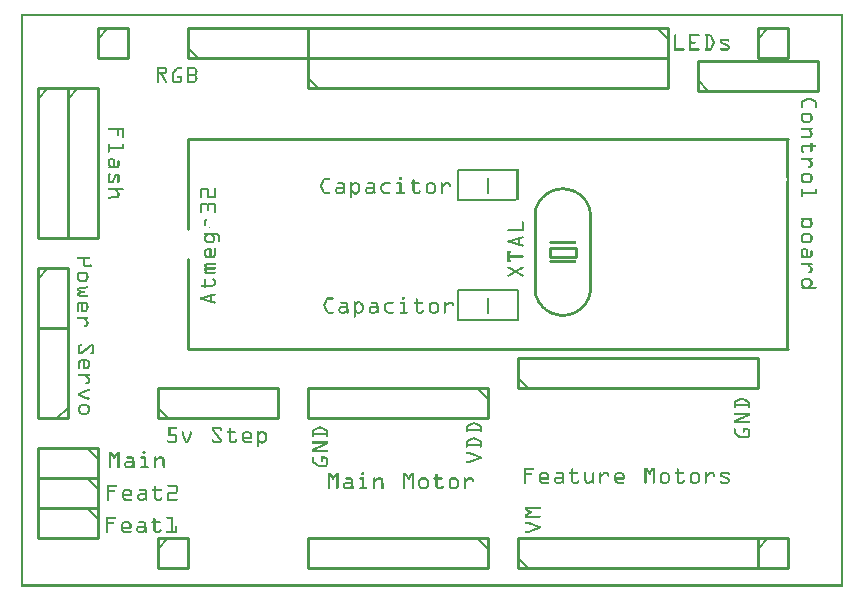
<source format=gto>
G04 MADE WITH FRITZING*
G04 WWW.FRITZING.ORG*
G04 DOUBLE SIDED*
G04 HOLES PLATED*
G04 CONTOUR ON CENTER OF CONTOUR VECTOR*
%ASAXBY*%
%FSLAX23Y23*%
%MOIN*%
%OFA0B0*%
%SFA1.0B1.0*%
%ADD10R,0.096457X0.038714X0.076772X0.019029*%
%ADD11C,0.009843*%
%ADD12C,0.010000*%
%ADD13C,0.005000*%
%ADD14C,0.008000*%
%ADD15R,0.001000X0.001000*%
%LNSILK1*%
G90*
G70*
G54D11*
X1764Y1130D02*
X1851Y1130D01*
X1851Y1101D01*
X1764Y1101D01*
X1764Y1130D01*
D02*
G54D12*
X557Y793D02*
X2557Y793D01*
D02*
X2557Y1493D02*
X557Y1493D01*
D02*
X557Y793D02*
X557Y1093D01*
D02*
X557Y1193D02*
X557Y1493D01*
D02*
X157Y1662D02*
X157Y1162D01*
D02*
X157Y1162D02*
X257Y1162D01*
D02*
X257Y1162D02*
X257Y1662D01*
D02*
X257Y1662D02*
X157Y1662D01*
G54D13*
D02*
X157Y1627D02*
X192Y1662D01*
G54D12*
D02*
X257Y1862D02*
X257Y1762D01*
D02*
X257Y1762D02*
X357Y1762D01*
D02*
X357Y1762D02*
X357Y1862D01*
D02*
X357Y1862D02*
X257Y1862D01*
G54D13*
D02*
X257Y1827D02*
X292Y1862D01*
G54D12*
D02*
X2457Y1862D02*
X2457Y1762D01*
D02*
X2457Y1762D02*
X2557Y1762D01*
D02*
X2557Y1762D02*
X2557Y1862D01*
D02*
X2557Y1862D02*
X2457Y1862D01*
G54D13*
D02*
X2457Y1827D02*
X2492Y1862D01*
G54D12*
D02*
X2457Y162D02*
X2457Y62D01*
D02*
X2457Y62D02*
X2557Y62D01*
D02*
X2557Y62D02*
X2557Y162D01*
D02*
X2557Y162D02*
X2457Y162D01*
G54D13*
D02*
X2457Y127D02*
X2492Y162D01*
G54D12*
D02*
X457Y162D02*
X457Y62D01*
D02*
X457Y62D02*
X557Y62D01*
D02*
X557Y62D02*
X557Y162D01*
D02*
X557Y162D02*
X457Y162D01*
G54D13*
D02*
X457Y127D02*
X492Y162D01*
G54D12*
D02*
X57Y1662D02*
X57Y1162D01*
D02*
X57Y1162D02*
X157Y1162D01*
D02*
X157Y1162D02*
X157Y1662D01*
D02*
X157Y1662D02*
X57Y1662D01*
G54D13*
D02*
X57Y1627D02*
X92Y1662D01*
G54D12*
D02*
X157Y562D02*
X157Y862D01*
D02*
X157Y862D02*
X57Y862D01*
D02*
X57Y862D02*
X57Y562D01*
D02*
X57Y562D02*
X157Y562D01*
G54D13*
D02*
X157Y597D02*
X122Y562D01*
G54D12*
D02*
X257Y462D02*
X57Y462D01*
D02*
X57Y462D02*
X57Y362D01*
D02*
X57Y362D02*
X257Y362D01*
D02*
X257Y362D02*
X257Y462D01*
G54D13*
D02*
X222Y462D02*
X257Y427D01*
G54D12*
D02*
X257Y362D02*
X57Y362D01*
D02*
X57Y362D02*
X57Y262D01*
D02*
X57Y262D02*
X257Y262D01*
D02*
X257Y262D02*
X257Y362D01*
G54D13*
D02*
X222Y362D02*
X257Y327D01*
G54D12*
D02*
X257Y262D02*
X57Y262D01*
D02*
X57Y262D02*
X57Y162D01*
D02*
X57Y162D02*
X257Y162D01*
D02*
X257Y162D02*
X257Y262D01*
G54D13*
D02*
X222Y262D02*
X257Y227D01*
G54D12*
D02*
X557Y1762D02*
X957Y1762D01*
D02*
X957Y1762D02*
X957Y1862D01*
D02*
X957Y1862D02*
X557Y1862D01*
D02*
X557Y1862D02*
X557Y1762D01*
G54D13*
D02*
X592Y1762D02*
X557Y1797D01*
G54D12*
D02*
X2157Y1862D02*
X957Y1862D01*
D02*
X957Y1862D02*
X957Y1762D01*
D02*
X957Y1762D02*
X2157Y1762D01*
D02*
X2157Y1762D02*
X2157Y1862D01*
G54D13*
D02*
X2122Y1862D02*
X2157Y1827D01*
G54D12*
D02*
X957Y1662D02*
X2157Y1662D01*
D02*
X2157Y1662D02*
X2157Y1762D01*
D02*
X2157Y1762D02*
X957Y1762D01*
D02*
X957Y1762D02*
X957Y1662D01*
G54D13*
D02*
X992Y1662D02*
X957Y1697D01*
G54D12*
D02*
X2257Y1654D02*
X2657Y1654D01*
D02*
X2657Y1654D02*
X2657Y1754D01*
D02*
X2657Y1754D02*
X2257Y1754D01*
D02*
X2257Y1754D02*
X2257Y1654D01*
G54D13*
D02*
X2292Y1654D02*
X2257Y1689D01*
G54D12*
D02*
X57Y1062D02*
X57Y862D01*
D02*
X57Y862D02*
X157Y862D01*
D02*
X157Y862D02*
X157Y1062D01*
D02*
X157Y1062D02*
X57Y1062D01*
G54D13*
D02*
X57Y1027D02*
X92Y1062D01*
G54D12*
D02*
X1657Y662D02*
X2457Y662D01*
D02*
X2457Y662D02*
X2457Y762D01*
D02*
X2457Y762D02*
X1657Y762D01*
D02*
X1657Y762D02*
X1657Y662D01*
G54D13*
D02*
X1692Y662D02*
X1657Y697D01*
G54D12*
D02*
X1657Y62D02*
X2457Y62D01*
D02*
X2457Y62D02*
X2457Y162D01*
D02*
X2457Y162D02*
X1657Y162D01*
D02*
X1657Y162D02*
X1657Y62D01*
G54D13*
D02*
X1692Y62D02*
X1657Y97D01*
G54D12*
D02*
X1557Y162D02*
X957Y162D01*
D02*
X957Y162D02*
X957Y62D01*
D02*
X957Y62D02*
X1557Y62D01*
D02*
X1557Y62D02*
X1557Y162D01*
G54D13*
D02*
X1522Y162D02*
X1557Y127D01*
G54D12*
D02*
X1557Y662D02*
X957Y662D01*
D02*
X957Y662D02*
X957Y562D01*
D02*
X957Y562D02*
X1557Y562D01*
D02*
X1557Y562D02*
X1557Y662D01*
G54D13*
D02*
X1522Y662D02*
X1557Y627D01*
G54D12*
D02*
X457Y562D02*
X857Y562D01*
D02*
X857Y562D02*
X857Y662D01*
D02*
X857Y662D02*
X457Y662D01*
D02*
X457Y662D02*
X457Y562D01*
G54D13*
D02*
X492Y562D02*
X457Y597D01*
G54D14*
D02*
X1557Y914D02*
X1557Y964D01*
D02*
X1657Y889D02*
X1457Y889D01*
D02*
X1457Y889D02*
X1457Y989D01*
D02*
X1457Y989D02*
X1657Y989D01*
D02*
X1657Y989D02*
X1657Y889D01*
D02*
X1557Y1364D02*
X1557Y1314D01*
D02*
X1457Y1389D02*
X1657Y1389D01*
D02*
X1457Y1289D02*
X1457Y1389D01*
G54D15*
X0Y1909D02*
X2741Y1909D01*
X0Y1908D02*
X2741Y1908D01*
X0Y1907D02*
X2741Y1907D01*
X0Y1906D02*
X2741Y1906D01*
X0Y1905D02*
X2741Y1905D01*
X0Y1904D02*
X2741Y1904D01*
X0Y1903D02*
X2741Y1903D01*
X0Y1902D02*
X2741Y1902D01*
X0Y1901D02*
X7Y1901D01*
X2734Y1901D02*
X2741Y1901D01*
X0Y1900D02*
X7Y1900D01*
X2734Y1900D02*
X2741Y1900D01*
X0Y1899D02*
X7Y1899D01*
X2734Y1899D02*
X2741Y1899D01*
X0Y1898D02*
X7Y1898D01*
X2734Y1898D02*
X2741Y1898D01*
X0Y1897D02*
X7Y1897D01*
X2734Y1897D02*
X2741Y1897D01*
X0Y1896D02*
X7Y1896D01*
X2734Y1896D02*
X2741Y1896D01*
X0Y1895D02*
X7Y1895D01*
X2734Y1895D02*
X2741Y1895D01*
X0Y1894D02*
X7Y1894D01*
X2734Y1894D02*
X2741Y1894D01*
X0Y1893D02*
X7Y1893D01*
X2734Y1893D02*
X2741Y1893D01*
X0Y1892D02*
X7Y1892D01*
X2734Y1892D02*
X2741Y1892D01*
X0Y1891D02*
X7Y1891D01*
X2734Y1891D02*
X2741Y1891D01*
X0Y1890D02*
X7Y1890D01*
X2734Y1890D02*
X2741Y1890D01*
X0Y1889D02*
X7Y1889D01*
X2734Y1889D02*
X2741Y1889D01*
X0Y1888D02*
X7Y1888D01*
X2734Y1888D02*
X2741Y1888D01*
X0Y1887D02*
X7Y1887D01*
X2734Y1887D02*
X2741Y1887D01*
X0Y1886D02*
X7Y1886D01*
X2734Y1886D02*
X2741Y1886D01*
X0Y1885D02*
X7Y1885D01*
X2734Y1885D02*
X2741Y1885D01*
X0Y1884D02*
X7Y1884D01*
X2734Y1884D02*
X2741Y1884D01*
X0Y1883D02*
X7Y1883D01*
X2734Y1883D02*
X2741Y1883D01*
X0Y1882D02*
X7Y1882D01*
X2734Y1882D02*
X2741Y1882D01*
X0Y1881D02*
X7Y1881D01*
X2734Y1881D02*
X2741Y1881D01*
X0Y1880D02*
X7Y1880D01*
X2734Y1880D02*
X2741Y1880D01*
X0Y1879D02*
X7Y1879D01*
X2734Y1879D02*
X2741Y1879D01*
X0Y1878D02*
X7Y1878D01*
X2734Y1878D02*
X2741Y1878D01*
X0Y1877D02*
X7Y1877D01*
X2734Y1877D02*
X2741Y1877D01*
X0Y1876D02*
X7Y1876D01*
X2734Y1876D02*
X2741Y1876D01*
X0Y1875D02*
X7Y1875D01*
X2734Y1875D02*
X2741Y1875D01*
X0Y1874D02*
X7Y1874D01*
X2734Y1874D02*
X2741Y1874D01*
X0Y1873D02*
X7Y1873D01*
X2734Y1873D02*
X2741Y1873D01*
X0Y1872D02*
X7Y1872D01*
X2734Y1872D02*
X2741Y1872D01*
X0Y1871D02*
X7Y1871D01*
X2734Y1871D02*
X2741Y1871D01*
X0Y1870D02*
X7Y1870D01*
X2734Y1870D02*
X2741Y1870D01*
X0Y1869D02*
X7Y1869D01*
X2734Y1869D02*
X2741Y1869D01*
X0Y1868D02*
X7Y1868D01*
X2734Y1868D02*
X2741Y1868D01*
X0Y1867D02*
X7Y1867D01*
X2734Y1867D02*
X2741Y1867D01*
X0Y1866D02*
X7Y1866D01*
X2734Y1866D02*
X2741Y1866D01*
X0Y1865D02*
X7Y1865D01*
X2734Y1865D02*
X2741Y1865D01*
X0Y1864D02*
X7Y1864D01*
X2734Y1864D02*
X2741Y1864D01*
X0Y1863D02*
X7Y1863D01*
X2734Y1863D02*
X2741Y1863D01*
X0Y1862D02*
X7Y1862D01*
X2734Y1862D02*
X2741Y1862D01*
X0Y1861D02*
X7Y1861D01*
X2734Y1861D02*
X2741Y1861D01*
X0Y1860D02*
X7Y1860D01*
X2734Y1860D02*
X2741Y1860D01*
X0Y1859D02*
X7Y1859D01*
X2734Y1859D02*
X2741Y1859D01*
X0Y1858D02*
X7Y1858D01*
X2734Y1858D02*
X2741Y1858D01*
X0Y1857D02*
X7Y1857D01*
X2734Y1857D02*
X2741Y1857D01*
X0Y1856D02*
X7Y1856D01*
X2734Y1856D02*
X2741Y1856D01*
X0Y1855D02*
X7Y1855D01*
X2734Y1855D02*
X2741Y1855D01*
X0Y1854D02*
X7Y1854D01*
X2734Y1854D02*
X2741Y1854D01*
X0Y1853D02*
X7Y1853D01*
X2734Y1853D02*
X2741Y1853D01*
X0Y1852D02*
X7Y1852D01*
X2734Y1852D02*
X2741Y1852D01*
X0Y1851D02*
X7Y1851D01*
X2734Y1851D02*
X2741Y1851D01*
X0Y1850D02*
X7Y1850D01*
X2734Y1850D02*
X2741Y1850D01*
X0Y1849D02*
X7Y1849D01*
X2734Y1849D02*
X2741Y1849D01*
X0Y1848D02*
X7Y1848D01*
X2734Y1848D02*
X2741Y1848D01*
X0Y1847D02*
X7Y1847D01*
X2734Y1847D02*
X2741Y1847D01*
X0Y1846D02*
X7Y1846D01*
X2734Y1846D02*
X2741Y1846D01*
X0Y1845D02*
X7Y1845D01*
X2734Y1845D02*
X2741Y1845D01*
X0Y1844D02*
X7Y1844D01*
X2734Y1844D02*
X2741Y1844D01*
X0Y1843D02*
X7Y1843D01*
X2734Y1843D02*
X2741Y1843D01*
X0Y1842D02*
X7Y1842D01*
X2734Y1842D02*
X2741Y1842D01*
X0Y1841D02*
X7Y1841D01*
X2181Y1841D02*
X2183Y1841D01*
X2229Y1841D02*
X2261Y1841D01*
X2281Y1841D02*
X2298Y1841D01*
X2734Y1841D02*
X2741Y1841D01*
X0Y1840D02*
X7Y1840D01*
X2180Y1840D02*
X2184Y1840D01*
X2229Y1840D02*
X2262Y1840D01*
X2280Y1840D02*
X2300Y1840D01*
X2734Y1840D02*
X2741Y1840D01*
X0Y1839D02*
X7Y1839D01*
X2179Y1839D02*
X2185Y1839D01*
X2229Y1839D02*
X2263Y1839D01*
X2280Y1839D02*
X2301Y1839D01*
X2734Y1839D02*
X2741Y1839D01*
X0Y1838D02*
X7Y1838D01*
X2179Y1838D02*
X2185Y1838D01*
X2229Y1838D02*
X2263Y1838D01*
X2280Y1838D02*
X2303Y1838D01*
X2734Y1838D02*
X2741Y1838D01*
X0Y1837D02*
X7Y1837D01*
X2179Y1837D02*
X2185Y1837D01*
X2229Y1837D02*
X2263Y1837D01*
X2280Y1837D02*
X2303Y1837D01*
X2734Y1837D02*
X2741Y1837D01*
X0Y1836D02*
X7Y1836D01*
X2179Y1836D02*
X2185Y1836D01*
X2229Y1836D02*
X2262Y1836D01*
X2280Y1836D02*
X2304Y1836D01*
X2734Y1836D02*
X2741Y1836D01*
X0Y1835D02*
X7Y1835D01*
X2179Y1835D02*
X2185Y1835D01*
X2229Y1835D02*
X2261Y1835D01*
X2281Y1835D02*
X2305Y1835D01*
X2734Y1835D02*
X2741Y1835D01*
X0Y1834D02*
X7Y1834D01*
X2179Y1834D02*
X2185Y1834D01*
X2229Y1834D02*
X2235Y1834D01*
X2286Y1834D02*
X2292Y1834D01*
X2298Y1834D02*
X2305Y1834D01*
X2734Y1834D02*
X2741Y1834D01*
X0Y1833D02*
X7Y1833D01*
X2179Y1833D02*
X2185Y1833D01*
X2229Y1833D02*
X2235Y1833D01*
X2286Y1833D02*
X2292Y1833D01*
X2299Y1833D02*
X2306Y1833D01*
X2734Y1833D02*
X2741Y1833D01*
X0Y1832D02*
X7Y1832D01*
X2179Y1832D02*
X2185Y1832D01*
X2229Y1832D02*
X2235Y1832D01*
X2286Y1832D02*
X2292Y1832D01*
X2299Y1832D02*
X2306Y1832D01*
X2734Y1832D02*
X2741Y1832D01*
X0Y1831D02*
X7Y1831D01*
X2179Y1831D02*
X2185Y1831D01*
X2229Y1831D02*
X2235Y1831D01*
X2286Y1831D02*
X2292Y1831D01*
X2300Y1831D02*
X2307Y1831D01*
X2734Y1831D02*
X2741Y1831D01*
X0Y1830D02*
X7Y1830D01*
X2179Y1830D02*
X2185Y1830D01*
X2229Y1830D02*
X2235Y1830D01*
X2286Y1830D02*
X2292Y1830D01*
X2300Y1830D02*
X2307Y1830D01*
X2734Y1830D02*
X2741Y1830D01*
X0Y1829D02*
X7Y1829D01*
X2179Y1829D02*
X2185Y1829D01*
X2229Y1829D02*
X2235Y1829D01*
X2286Y1829D02*
X2292Y1829D01*
X2301Y1829D02*
X2308Y1829D01*
X2734Y1829D02*
X2741Y1829D01*
X0Y1828D02*
X7Y1828D01*
X2179Y1828D02*
X2185Y1828D01*
X2229Y1828D02*
X2235Y1828D01*
X2286Y1828D02*
X2292Y1828D01*
X2301Y1828D02*
X2308Y1828D01*
X2734Y1828D02*
X2741Y1828D01*
X0Y1827D02*
X7Y1827D01*
X2179Y1827D02*
X2185Y1827D01*
X2229Y1827D02*
X2235Y1827D01*
X2286Y1827D02*
X2292Y1827D01*
X2302Y1827D02*
X2309Y1827D01*
X2734Y1827D02*
X2741Y1827D01*
X0Y1826D02*
X7Y1826D01*
X2179Y1826D02*
X2185Y1826D01*
X2229Y1826D02*
X2235Y1826D01*
X2286Y1826D02*
X2292Y1826D01*
X2302Y1826D02*
X2309Y1826D01*
X2336Y1826D02*
X2357Y1826D01*
X2734Y1826D02*
X2741Y1826D01*
X0Y1825D02*
X7Y1825D01*
X2179Y1825D02*
X2185Y1825D01*
X2229Y1825D02*
X2235Y1825D01*
X2286Y1825D02*
X2292Y1825D01*
X2303Y1825D02*
X2310Y1825D01*
X2334Y1825D02*
X2359Y1825D01*
X2734Y1825D02*
X2741Y1825D01*
X0Y1824D02*
X7Y1824D01*
X2179Y1824D02*
X2185Y1824D01*
X2229Y1824D02*
X2235Y1824D01*
X2286Y1824D02*
X2292Y1824D01*
X2303Y1824D02*
X2310Y1824D01*
X2333Y1824D02*
X2360Y1824D01*
X2734Y1824D02*
X2741Y1824D01*
X0Y1823D02*
X7Y1823D01*
X2179Y1823D02*
X2185Y1823D01*
X2229Y1823D02*
X2235Y1823D01*
X2286Y1823D02*
X2292Y1823D01*
X2304Y1823D02*
X2311Y1823D01*
X2332Y1823D02*
X2361Y1823D01*
X2734Y1823D02*
X2741Y1823D01*
X0Y1822D02*
X7Y1822D01*
X2179Y1822D02*
X2185Y1822D01*
X2229Y1822D02*
X2235Y1822D01*
X2286Y1822D02*
X2292Y1822D01*
X2304Y1822D02*
X2311Y1822D01*
X2332Y1822D02*
X2362Y1822D01*
X2734Y1822D02*
X2741Y1822D01*
X0Y1821D02*
X7Y1821D01*
X2179Y1821D02*
X2185Y1821D01*
X2229Y1821D02*
X2235Y1821D01*
X2286Y1821D02*
X2292Y1821D01*
X2305Y1821D02*
X2312Y1821D01*
X2331Y1821D02*
X2362Y1821D01*
X2734Y1821D02*
X2741Y1821D01*
X0Y1820D02*
X7Y1820D01*
X2179Y1820D02*
X2185Y1820D01*
X2229Y1820D02*
X2235Y1820D01*
X2286Y1820D02*
X2292Y1820D01*
X2305Y1820D02*
X2312Y1820D01*
X2331Y1820D02*
X2363Y1820D01*
X2734Y1820D02*
X2741Y1820D01*
X0Y1819D02*
X7Y1819D01*
X2179Y1819D02*
X2185Y1819D01*
X2229Y1819D02*
X2235Y1819D01*
X2286Y1819D02*
X2292Y1819D01*
X2306Y1819D02*
X2312Y1819D01*
X2331Y1819D02*
X2337Y1819D01*
X2356Y1819D02*
X2362Y1819D01*
X2734Y1819D02*
X2741Y1819D01*
X0Y1818D02*
X7Y1818D01*
X2179Y1818D02*
X2185Y1818D01*
X2229Y1818D02*
X2236Y1818D01*
X2286Y1818D02*
X2292Y1818D01*
X2306Y1818D02*
X2313Y1818D01*
X2331Y1818D02*
X2337Y1818D01*
X2358Y1818D02*
X2362Y1818D01*
X2734Y1818D02*
X2741Y1818D01*
X0Y1817D02*
X7Y1817D01*
X2179Y1817D02*
X2185Y1817D01*
X2229Y1817D02*
X2248Y1817D01*
X2286Y1817D02*
X2292Y1817D01*
X2307Y1817D02*
X2313Y1817D01*
X2331Y1817D02*
X2337Y1817D01*
X2359Y1817D02*
X2360Y1817D01*
X2734Y1817D02*
X2741Y1817D01*
X0Y1816D02*
X7Y1816D01*
X2179Y1816D02*
X2185Y1816D01*
X2229Y1816D02*
X2249Y1816D01*
X2286Y1816D02*
X2292Y1816D01*
X2307Y1816D02*
X2313Y1816D01*
X2331Y1816D02*
X2338Y1816D01*
X2734Y1816D02*
X2741Y1816D01*
X0Y1815D02*
X7Y1815D01*
X2179Y1815D02*
X2185Y1815D01*
X2229Y1815D02*
X2249Y1815D01*
X2286Y1815D02*
X2292Y1815D01*
X2307Y1815D02*
X2313Y1815D01*
X2331Y1815D02*
X2340Y1815D01*
X2734Y1815D02*
X2741Y1815D01*
X0Y1814D02*
X7Y1814D01*
X2179Y1814D02*
X2185Y1814D01*
X2229Y1814D02*
X2249Y1814D01*
X2286Y1814D02*
X2292Y1814D01*
X2307Y1814D02*
X2313Y1814D01*
X2332Y1814D02*
X2342Y1814D01*
X2734Y1814D02*
X2741Y1814D01*
X0Y1813D02*
X7Y1813D01*
X2179Y1813D02*
X2185Y1813D01*
X2229Y1813D02*
X2249Y1813D01*
X2286Y1813D02*
X2292Y1813D01*
X2307Y1813D02*
X2313Y1813D01*
X2332Y1813D02*
X2345Y1813D01*
X2734Y1813D02*
X2741Y1813D01*
X0Y1812D02*
X7Y1812D01*
X2179Y1812D02*
X2185Y1812D01*
X2229Y1812D02*
X2248Y1812D01*
X2286Y1812D02*
X2292Y1812D01*
X2307Y1812D02*
X2313Y1812D01*
X2333Y1812D02*
X2347Y1812D01*
X2734Y1812D02*
X2741Y1812D01*
X0Y1811D02*
X7Y1811D01*
X2179Y1811D02*
X2185Y1811D01*
X2229Y1811D02*
X2246Y1811D01*
X2286Y1811D02*
X2292Y1811D01*
X2306Y1811D02*
X2313Y1811D01*
X2334Y1811D02*
X2349Y1811D01*
X2734Y1811D02*
X2741Y1811D01*
X0Y1810D02*
X7Y1810D01*
X2179Y1810D02*
X2185Y1810D01*
X2229Y1810D02*
X2235Y1810D01*
X2286Y1810D02*
X2292Y1810D01*
X2306Y1810D02*
X2312Y1810D01*
X2335Y1810D02*
X2352Y1810D01*
X2734Y1810D02*
X2741Y1810D01*
X0Y1809D02*
X7Y1809D01*
X2179Y1809D02*
X2185Y1809D01*
X2229Y1809D02*
X2235Y1809D01*
X2286Y1809D02*
X2292Y1809D01*
X2305Y1809D02*
X2312Y1809D01*
X2337Y1809D02*
X2354Y1809D01*
X2734Y1809D02*
X2741Y1809D01*
X0Y1808D02*
X7Y1808D01*
X2179Y1808D02*
X2185Y1808D01*
X2229Y1808D02*
X2235Y1808D01*
X2286Y1808D02*
X2292Y1808D01*
X2305Y1808D02*
X2312Y1808D01*
X2340Y1808D02*
X2356Y1808D01*
X2734Y1808D02*
X2741Y1808D01*
X0Y1807D02*
X7Y1807D01*
X2179Y1807D02*
X2185Y1807D01*
X2229Y1807D02*
X2235Y1807D01*
X2286Y1807D02*
X2292Y1807D01*
X2304Y1807D02*
X2311Y1807D01*
X2342Y1807D02*
X2358Y1807D01*
X2734Y1807D02*
X2741Y1807D01*
X0Y1806D02*
X7Y1806D01*
X2179Y1806D02*
X2185Y1806D01*
X2229Y1806D02*
X2235Y1806D01*
X2286Y1806D02*
X2292Y1806D01*
X2304Y1806D02*
X2311Y1806D01*
X2344Y1806D02*
X2360Y1806D01*
X2734Y1806D02*
X2741Y1806D01*
X0Y1805D02*
X7Y1805D01*
X2179Y1805D02*
X2185Y1805D01*
X2229Y1805D02*
X2235Y1805D01*
X2286Y1805D02*
X2292Y1805D01*
X2303Y1805D02*
X2310Y1805D01*
X2347Y1805D02*
X2360Y1805D01*
X2734Y1805D02*
X2741Y1805D01*
X0Y1804D02*
X7Y1804D01*
X2179Y1804D02*
X2185Y1804D01*
X2229Y1804D02*
X2235Y1804D01*
X2286Y1804D02*
X2292Y1804D01*
X2303Y1804D02*
X2310Y1804D01*
X2349Y1804D02*
X2361Y1804D01*
X2734Y1804D02*
X2741Y1804D01*
X0Y1803D02*
X7Y1803D01*
X2179Y1803D02*
X2185Y1803D01*
X2229Y1803D02*
X2235Y1803D01*
X2286Y1803D02*
X2292Y1803D01*
X2302Y1803D02*
X2309Y1803D01*
X2351Y1803D02*
X2362Y1803D01*
X2734Y1803D02*
X2741Y1803D01*
X0Y1802D02*
X7Y1802D01*
X2179Y1802D02*
X2185Y1802D01*
X2229Y1802D02*
X2235Y1802D01*
X2286Y1802D02*
X2292Y1802D01*
X2302Y1802D02*
X2309Y1802D01*
X2354Y1802D02*
X2362Y1802D01*
X2734Y1802D02*
X2741Y1802D01*
X0Y1801D02*
X7Y1801D01*
X2179Y1801D02*
X2185Y1801D01*
X2229Y1801D02*
X2235Y1801D01*
X2286Y1801D02*
X2292Y1801D01*
X2301Y1801D02*
X2308Y1801D01*
X2356Y1801D02*
X2363Y1801D01*
X2734Y1801D02*
X2741Y1801D01*
X0Y1800D02*
X7Y1800D01*
X2179Y1800D02*
X2185Y1800D01*
X2229Y1800D02*
X2235Y1800D01*
X2286Y1800D02*
X2292Y1800D01*
X2301Y1800D02*
X2308Y1800D01*
X2357Y1800D02*
X2363Y1800D01*
X2734Y1800D02*
X2741Y1800D01*
X0Y1799D02*
X7Y1799D01*
X2179Y1799D02*
X2185Y1799D01*
X2229Y1799D02*
X2235Y1799D01*
X2286Y1799D02*
X2292Y1799D01*
X2300Y1799D02*
X2307Y1799D01*
X2357Y1799D02*
X2363Y1799D01*
X2734Y1799D02*
X2741Y1799D01*
X0Y1798D02*
X7Y1798D01*
X2179Y1798D02*
X2185Y1798D01*
X2229Y1798D02*
X2235Y1798D01*
X2286Y1798D02*
X2292Y1798D01*
X2300Y1798D02*
X2307Y1798D01*
X2357Y1798D02*
X2363Y1798D01*
X2734Y1798D02*
X2741Y1798D01*
X0Y1797D02*
X7Y1797D01*
X2179Y1797D02*
X2185Y1797D01*
X2229Y1797D02*
X2235Y1797D01*
X2286Y1797D02*
X2292Y1797D01*
X2299Y1797D02*
X2306Y1797D01*
X2332Y1797D02*
X2333Y1797D01*
X2357Y1797D02*
X2363Y1797D01*
X2734Y1797D02*
X2741Y1797D01*
X0Y1796D02*
X7Y1796D01*
X2179Y1796D02*
X2185Y1796D01*
X2229Y1796D02*
X2235Y1796D01*
X2286Y1796D02*
X2292Y1796D01*
X2299Y1796D02*
X2306Y1796D01*
X2331Y1796D02*
X2335Y1796D01*
X2357Y1796D02*
X2363Y1796D01*
X2734Y1796D02*
X2741Y1796D01*
X0Y1795D02*
X7Y1795D01*
X2179Y1795D02*
X2185Y1795D01*
X2229Y1795D02*
X2235Y1795D01*
X2286Y1795D02*
X2292Y1795D01*
X2298Y1795D02*
X2305Y1795D01*
X2330Y1795D02*
X2337Y1795D01*
X2356Y1795D02*
X2363Y1795D01*
X2734Y1795D02*
X2741Y1795D01*
X0Y1794D02*
X7Y1794D01*
X2179Y1794D02*
X2211Y1794D01*
X2229Y1794D02*
X2261Y1794D01*
X2282Y1794D02*
X2305Y1794D01*
X2330Y1794D02*
X2363Y1794D01*
X2734Y1794D02*
X2741Y1794D01*
X0Y1793D02*
X7Y1793D01*
X2179Y1793D02*
X2212Y1793D01*
X2229Y1793D02*
X2262Y1793D01*
X2280Y1793D02*
X2304Y1793D01*
X2330Y1793D02*
X2362Y1793D01*
X2734Y1793D02*
X2741Y1793D01*
X0Y1792D02*
X7Y1792D01*
X2179Y1792D02*
X2212Y1792D01*
X2229Y1792D02*
X2263Y1792D01*
X2280Y1792D02*
X2304Y1792D01*
X2330Y1792D02*
X2361Y1792D01*
X2734Y1792D02*
X2741Y1792D01*
X0Y1791D02*
X7Y1791D01*
X2179Y1791D02*
X2213Y1791D01*
X2229Y1791D02*
X2263Y1791D01*
X2280Y1791D02*
X2303Y1791D01*
X2331Y1791D02*
X2361Y1791D01*
X2734Y1791D02*
X2741Y1791D01*
X0Y1790D02*
X7Y1790D01*
X2179Y1790D02*
X2213Y1790D01*
X2229Y1790D02*
X2263Y1790D01*
X2280Y1790D02*
X2302Y1790D01*
X2332Y1790D02*
X2360Y1790D01*
X2734Y1790D02*
X2741Y1790D01*
X0Y1789D02*
X7Y1789D01*
X2179Y1789D02*
X2212Y1789D01*
X2229Y1789D02*
X2262Y1789D01*
X2280Y1789D02*
X2301Y1789D01*
X2334Y1789D02*
X2358Y1789D01*
X2734Y1789D02*
X2741Y1789D01*
X0Y1788D02*
X7Y1788D01*
X2179Y1788D02*
X2211Y1788D01*
X2229Y1788D02*
X2261Y1788D01*
X2281Y1788D02*
X2299Y1788D01*
X2336Y1788D02*
X2356Y1788D01*
X2734Y1788D02*
X2741Y1788D01*
X0Y1787D02*
X7Y1787D01*
X2734Y1787D02*
X2741Y1787D01*
X0Y1786D02*
X7Y1786D01*
X2734Y1786D02*
X2741Y1786D01*
X0Y1785D02*
X7Y1785D01*
X2734Y1785D02*
X2741Y1785D01*
X0Y1784D02*
X7Y1784D01*
X2734Y1784D02*
X2741Y1784D01*
X0Y1783D02*
X7Y1783D01*
X2734Y1783D02*
X2741Y1783D01*
X0Y1782D02*
X7Y1782D01*
X2734Y1782D02*
X2741Y1782D01*
X0Y1781D02*
X7Y1781D01*
X2734Y1781D02*
X2741Y1781D01*
X0Y1780D02*
X7Y1780D01*
X2734Y1780D02*
X2741Y1780D01*
X0Y1779D02*
X7Y1779D01*
X2734Y1779D02*
X2741Y1779D01*
X0Y1778D02*
X7Y1778D01*
X2734Y1778D02*
X2741Y1778D01*
X0Y1777D02*
X7Y1777D01*
X2734Y1777D02*
X2741Y1777D01*
X0Y1776D02*
X7Y1776D01*
X2734Y1776D02*
X2741Y1776D01*
X0Y1775D02*
X7Y1775D01*
X2734Y1775D02*
X2741Y1775D01*
X0Y1774D02*
X7Y1774D01*
X2734Y1774D02*
X2741Y1774D01*
X0Y1773D02*
X7Y1773D01*
X2734Y1773D02*
X2741Y1773D01*
X0Y1772D02*
X7Y1772D01*
X2734Y1772D02*
X2741Y1772D01*
X0Y1771D02*
X7Y1771D01*
X2734Y1771D02*
X2741Y1771D01*
X0Y1770D02*
X7Y1770D01*
X2734Y1770D02*
X2741Y1770D01*
X0Y1769D02*
X7Y1769D01*
X2734Y1769D02*
X2741Y1769D01*
X0Y1768D02*
X7Y1768D01*
X2734Y1768D02*
X2741Y1768D01*
X0Y1767D02*
X7Y1767D01*
X2734Y1767D02*
X2741Y1767D01*
X0Y1766D02*
X7Y1766D01*
X2734Y1766D02*
X2741Y1766D01*
X0Y1765D02*
X7Y1765D01*
X2734Y1765D02*
X2741Y1765D01*
X0Y1764D02*
X7Y1764D01*
X2734Y1764D02*
X2741Y1764D01*
X0Y1763D02*
X7Y1763D01*
X2734Y1763D02*
X2741Y1763D01*
X0Y1762D02*
X7Y1762D01*
X2734Y1762D02*
X2741Y1762D01*
X0Y1761D02*
X7Y1761D01*
X2734Y1761D02*
X2741Y1761D01*
X0Y1760D02*
X7Y1760D01*
X2734Y1760D02*
X2741Y1760D01*
X0Y1759D02*
X7Y1759D01*
X2734Y1759D02*
X2741Y1759D01*
X0Y1758D02*
X7Y1758D01*
X2734Y1758D02*
X2741Y1758D01*
X0Y1757D02*
X7Y1757D01*
X2734Y1757D02*
X2741Y1757D01*
X0Y1756D02*
X7Y1756D01*
X2734Y1756D02*
X2741Y1756D01*
X0Y1755D02*
X7Y1755D01*
X2734Y1755D02*
X2741Y1755D01*
X0Y1754D02*
X7Y1754D01*
X2734Y1754D02*
X2741Y1754D01*
X0Y1753D02*
X7Y1753D01*
X2734Y1753D02*
X2741Y1753D01*
X0Y1752D02*
X7Y1752D01*
X2734Y1752D02*
X2741Y1752D01*
X0Y1751D02*
X7Y1751D01*
X2734Y1751D02*
X2741Y1751D01*
X0Y1750D02*
X7Y1750D01*
X2734Y1750D02*
X2741Y1750D01*
X0Y1749D02*
X7Y1749D01*
X2734Y1749D02*
X2741Y1749D01*
X0Y1748D02*
X7Y1748D01*
X2734Y1748D02*
X2741Y1748D01*
X0Y1747D02*
X7Y1747D01*
X2734Y1747D02*
X2741Y1747D01*
X0Y1746D02*
X7Y1746D01*
X2734Y1746D02*
X2741Y1746D01*
X0Y1745D02*
X7Y1745D01*
X2734Y1745D02*
X2741Y1745D01*
X0Y1744D02*
X7Y1744D01*
X2734Y1744D02*
X2741Y1744D01*
X0Y1743D02*
X7Y1743D01*
X2734Y1743D02*
X2741Y1743D01*
X0Y1742D02*
X7Y1742D01*
X2734Y1742D02*
X2741Y1742D01*
X0Y1741D02*
X7Y1741D01*
X2734Y1741D02*
X2741Y1741D01*
X0Y1740D02*
X7Y1740D01*
X2734Y1740D02*
X2741Y1740D01*
X0Y1739D02*
X7Y1739D01*
X2734Y1739D02*
X2741Y1739D01*
X0Y1738D02*
X7Y1738D01*
X2734Y1738D02*
X2741Y1738D01*
X0Y1737D02*
X7Y1737D01*
X2734Y1737D02*
X2741Y1737D01*
X0Y1736D02*
X7Y1736D01*
X2734Y1736D02*
X2741Y1736D01*
X0Y1735D02*
X7Y1735D01*
X2734Y1735D02*
X2741Y1735D01*
X0Y1734D02*
X7Y1734D01*
X2734Y1734D02*
X2741Y1734D01*
X0Y1733D02*
X7Y1733D01*
X2734Y1733D02*
X2741Y1733D01*
X0Y1732D02*
X7Y1732D01*
X455Y1732D02*
X482Y1732D01*
X521Y1732D02*
X537Y1732D01*
X555Y1732D02*
X579Y1732D01*
X2734Y1732D02*
X2741Y1732D01*
X0Y1731D02*
X7Y1731D01*
X455Y1731D02*
X484Y1731D01*
X520Y1731D02*
X538Y1731D01*
X555Y1731D02*
X581Y1731D01*
X2734Y1731D02*
X2741Y1731D01*
X0Y1730D02*
X7Y1730D01*
X455Y1730D02*
X485Y1730D01*
X518Y1730D02*
X538Y1730D01*
X555Y1730D02*
X583Y1730D01*
X2734Y1730D02*
X2741Y1730D01*
X0Y1729D02*
X7Y1729D01*
X455Y1729D02*
X486Y1729D01*
X517Y1729D02*
X538Y1729D01*
X555Y1729D02*
X584Y1729D01*
X2734Y1729D02*
X2741Y1729D01*
X0Y1728D02*
X7Y1728D01*
X455Y1728D02*
X486Y1728D01*
X517Y1728D02*
X538Y1728D01*
X555Y1728D02*
X585Y1728D01*
X2734Y1728D02*
X2741Y1728D01*
X0Y1727D02*
X7Y1727D01*
X455Y1727D02*
X487Y1727D01*
X516Y1727D02*
X537Y1727D01*
X555Y1727D02*
X586Y1727D01*
X2734Y1727D02*
X2741Y1727D01*
X0Y1726D02*
X7Y1726D01*
X455Y1726D02*
X488Y1726D01*
X515Y1726D02*
X536Y1726D01*
X555Y1726D02*
X587Y1726D01*
X2734Y1726D02*
X2741Y1726D01*
X0Y1725D02*
X7Y1725D01*
X455Y1725D02*
X461Y1725D01*
X481Y1725D02*
X488Y1725D01*
X514Y1725D02*
X522Y1725D01*
X555Y1725D02*
X561Y1725D01*
X579Y1725D02*
X587Y1725D01*
X2734Y1725D02*
X2741Y1725D01*
X0Y1724D02*
X7Y1724D01*
X455Y1724D02*
X461Y1724D01*
X482Y1724D02*
X488Y1724D01*
X513Y1724D02*
X521Y1724D01*
X555Y1724D02*
X561Y1724D01*
X580Y1724D02*
X588Y1724D01*
X2734Y1724D02*
X2741Y1724D01*
X0Y1723D02*
X7Y1723D01*
X455Y1723D02*
X461Y1723D01*
X482Y1723D02*
X488Y1723D01*
X513Y1723D02*
X521Y1723D01*
X555Y1723D02*
X561Y1723D01*
X581Y1723D02*
X588Y1723D01*
X2734Y1723D02*
X2741Y1723D01*
X0Y1722D02*
X7Y1722D01*
X455Y1722D02*
X461Y1722D01*
X482Y1722D02*
X488Y1722D01*
X512Y1722D02*
X520Y1722D01*
X555Y1722D02*
X561Y1722D01*
X582Y1722D02*
X588Y1722D01*
X2734Y1722D02*
X2741Y1722D01*
X0Y1721D02*
X7Y1721D01*
X455Y1721D02*
X461Y1721D01*
X482Y1721D02*
X488Y1721D01*
X511Y1721D02*
X519Y1721D01*
X555Y1721D02*
X561Y1721D01*
X582Y1721D02*
X588Y1721D01*
X2734Y1721D02*
X2741Y1721D01*
X0Y1720D02*
X7Y1720D01*
X455Y1720D02*
X461Y1720D01*
X482Y1720D02*
X488Y1720D01*
X510Y1720D02*
X518Y1720D01*
X555Y1720D02*
X561Y1720D01*
X582Y1720D02*
X589Y1720D01*
X2734Y1720D02*
X2741Y1720D01*
X0Y1719D02*
X7Y1719D01*
X455Y1719D02*
X461Y1719D01*
X482Y1719D02*
X488Y1719D01*
X510Y1719D02*
X518Y1719D01*
X555Y1719D02*
X561Y1719D01*
X583Y1719D02*
X589Y1719D01*
X2734Y1719D02*
X2741Y1719D01*
X0Y1718D02*
X7Y1718D01*
X455Y1718D02*
X461Y1718D01*
X482Y1718D02*
X488Y1718D01*
X509Y1718D02*
X517Y1718D01*
X555Y1718D02*
X561Y1718D01*
X583Y1718D02*
X589Y1718D01*
X2734Y1718D02*
X2741Y1718D01*
X0Y1717D02*
X7Y1717D01*
X455Y1717D02*
X461Y1717D01*
X482Y1717D02*
X488Y1717D01*
X508Y1717D02*
X516Y1717D01*
X555Y1717D02*
X561Y1717D01*
X583Y1717D02*
X589Y1717D01*
X2734Y1717D02*
X2741Y1717D01*
X0Y1716D02*
X7Y1716D01*
X455Y1716D02*
X461Y1716D01*
X481Y1716D02*
X488Y1716D01*
X507Y1716D02*
X515Y1716D01*
X555Y1716D02*
X561Y1716D01*
X583Y1716D02*
X589Y1716D01*
X2734Y1716D02*
X2741Y1716D01*
X0Y1715D02*
X7Y1715D01*
X455Y1715D02*
X488Y1715D01*
X507Y1715D02*
X514Y1715D01*
X555Y1715D02*
X561Y1715D01*
X582Y1715D02*
X589Y1715D01*
X2734Y1715D02*
X2741Y1715D01*
X0Y1714D02*
X7Y1714D01*
X455Y1714D02*
X487Y1714D01*
X506Y1714D02*
X514Y1714D01*
X555Y1714D02*
X561Y1714D01*
X582Y1714D02*
X588Y1714D01*
X2734Y1714D02*
X2741Y1714D01*
X0Y1713D02*
X7Y1713D01*
X455Y1713D02*
X487Y1713D01*
X506Y1713D02*
X513Y1713D01*
X555Y1713D02*
X561Y1713D01*
X582Y1713D02*
X588Y1713D01*
X2734Y1713D02*
X2741Y1713D01*
X0Y1712D02*
X7Y1712D01*
X455Y1712D02*
X486Y1712D01*
X505Y1712D02*
X512Y1712D01*
X555Y1712D02*
X561Y1712D01*
X581Y1712D02*
X588Y1712D01*
X2734Y1712D02*
X2741Y1712D01*
X0Y1711D02*
X7Y1711D01*
X455Y1711D02*
X485Y1711D01*
X505Y1711D02*
X512Y1711D01*
X555Y1711D02*
X561Y1711D01*
X580Y1711D02*
X588Y1711D01*
X2734Y1711D02*
X2741Y1711D01*
X0Y1710D02*
X7Y1710D01*
X455Y1710D02*
X484Y1710D01*
X505Y1710D02*
X511Y1710D01*
X555Y1710D02*
X561Y1710D01*
X579Y1710D02*
X587Y1710D01*
X2734Y1710D02*
X2741Y1710D01*
X0Y1709D02*
X7Y1709D01*
X455Y1709D02*
X482Y1709D01*
X505Y1709D02*
X511Y1709D01*
X555Y1709D02*
X586Y1709D01*
X2734Y1709D02*
X2741Y1709D01*
X0Y1708D02*
X7Y1708D01*
X455Y1708D02*
X461Y1708D01*
X466Y1708D02*
X474Y1708D01*
X505Y1708D02*
X511Y1708D01*
X555Y1708D02*
X586Y1708D01*
X2734Y1708D02*
X2741Y1708D01*
X0Y1707D02*
X7Y1707D01*
X455Y1707D02*
X461Y1707D01*
X467Y1707D02*
X474Y1707D01*
X505Y1707D02*
X511Y1707D01*
X555Y1707D02*
X585Y1707D01*
X2734Y1707D02*
X2741Y1707D01*
X0Y1706D02*
X7Y1706D01*
X455Y1706D02*
X461Y1706D01*
X468Y1706D02*
X475Y1706D01*
X505Y1706D02*
X511Y1706D01*
X555Y1706D02*
X584Y1706D01*
X2734Y1706D02*
X2741Y1706D01*
X0Y1705D02*
X7Y1705D01*
X455Y1705D02*
X461Y1705D01*
X468Y1705D02*
X475Y1705D01*
X505Y1705D02*
X511Y1705D01*
X555Y1705D02*
X584Y1705D01*
X2734Y1705D02*
X2741Y1705D01*
X0Y1704D02*
X7Y1704D01*
X455Y1704D02*
X461Y1704D01*
X469Y1704D02*
X476Y1704D01*
X505Y1704D02*
X511Y1704D01*
X555Y1704D02*
X585Y1704D01*
X2734Y1704D02*
X2741Y1704D01*
X0Y1703D02*
X7Y1703D01*
X455Y1703D02*
X461Y1703D01*
X469Y1703D02*
X477Y1703D01*
X505Y1703D02*
X511Y1703D01*
X524Y1703D02*
X538Y1703D01*
X555Y1703D02*
X586Y1703D01*
X2734Y1703D02*
X2741Y1703D01*
X0Y1702D02*
X7Y1702D01*
X455Y1702D02*
X461Y1702D01*
X470Y1702D02*
X477Y1702D01*
X505Y1702D02*
X511Y1702D01*
X523Y1702D02*
X538Y1702D01*
X555Y1702D02*
X561Y1702D01*
X577Y1702D02*
X587Y1702D01*
X2734Y1702D02*
X2741Y1702D01*
X0Y1701D02*
X7Y1701D01*
X455Y1701D02*
X461Y1701D01*
X471Y1701D02*
X478Y1701D01*
X505Y1701D02*
X511Y1701D01*
X522Y1701D02*
X538Y1701D01*
X555Y1701D02*
X561Y1701D01*
X580Y1701D02*
X587Y1701D01*
X2734Y1701D02*
X2741Y1701D01*
X0Y1700D02*
X7Y1700D01*
X455Y1700D02*
X461Y1700D01*
X471Y1700D02*
X478Y1700D01*
X505Y1700D02*
X511Y1700D01*
X522Y1700D02*
X538Y1700D01*
X555Y1700D02*
X561Y1700D01*
X581Y1700D02*
X588Y1700D01*
X2734Y1700D02*
X2741Y1700D01*
X0Y1699D02*
X7Y1699D01*
X455Y1699D02*
X461Y1699D01*
X472Y1699D02*
X479Y1699D01*
X505Y1699D02*
X511Y1699D01*
X522Y1699D02*
X538Y1699D01*
X555Y1699D02*
X561Y1699D01*
X581Y1699D02*
X588Y1699D01*
X2734Y1699D02*
X2741Y1699D01*
X0Y1698D02*
X7Y1698D01*
X455Y1698D02*
X461Y1698D01*
X472Y1698D02*
X480Y1698D01*
X505Y1698D02*
X511Y1698D01*
X523Y1698D02*
X538Y1698D01*
X555Y1698D02*
X561Y1698D01*
X582Y1698D02*
X588Y1698D01*
X2734Y1698D02*
X2741Y1698D01*
X0Y1697D02*
X7Y1697D01*
X455Y1697D02*
X461Y1697D01*
X473Y1697D02*
X480Y1697D01*
X505Y1697D02*
X511Y1697D01*
X524Y1697D02*
X538Y1697D01*
X555Y1697D02*
X561Y1697D01*
X582Y1697D02*
X588Y1697D01*
X2734Y1697D02*
X2741Y1697D01*
X0Y1696D02*
X7Y1696D01*
X455Y1696D02*
X461Y1696D01*
X474Y1696D02*
X481Y1696D01*
X505Y1696D02*
X511Y1696D01*
X532Y1696D02*
X538Y1696D01*
X555Y1696D02*
X561Y1696D01*
X583Y1696D02*
X589Y1696D01*
X2734Y1696D02*
X2741Y1696D01*
X0Y1695D02*
X7Y1695D01*
X455Y1695D02*
X461Y1695D01*
X474Y1695D02*
X481Y1695D01*
X505Y1695D02*
X511Y1695D01*
X532Y1695D02*
X538Y1695D01*
X555Y1695D02*
X561Y1695D01*
X583Y1695D02*
X589Y1695D01*
X2734Y1695D02*
X2741Y1695D01*
X0Y1694D02*
X7Y1694D01*
X455Y1694D02*
X461Y1694D01*
X475Y1694D02*
X482Y1694D01*
X505Y1694D02*
X511Y1694D01*
X532Y1694D02*
X538Y1694D01*
X555Y1694D02*
X561Y1694D01*
X583Y1694D02*
X589Y1694D01*
X2734Y1694D02*
X2741Y1694D01*
X0Y1693D02*
X7Y1693D01*
X455Y1693D02*
X461Y1693D01*
X475Y1693D02*
X482Y1693D01*
X505Y1693D02*
X511Y1693D01*
X532Y1693D02*
X538Y1693D01*
X555Y1693D02*
X561Y1693D01*
X583Y1693D02*
X589Y1693D01*
X2734Y1693D02*
X2741Y1693D01*
X0Y1692D02*
X7Y1692D01*
X455Y1692D02*
X461Y1692D01*
X476Y1692D02*
X483Y1692D01*
X505Y1692D02*
X511Y1692D01*
X532Y1692D02*
X538Y1692D01*
X555Y1692D02*
X561Y1692D01*
X583Y1692D02*
X589Y1692D01*
X2734Y1692D02*
X2741Y1692D01*
X0Y1691D02*
X7Y1691D01*
X455Y1691D02*
X461Y1691D01*
X476Y1691D02*
X484Y1691D01*
X505Y1691D02*
X511Y1691D01*
X532Y1691D02*
X538Y1691D01*
X555Y1691D02*
X561Y1691D01*
X582Y1691D02*
X588Y1691D01*
X2734Y1691D02*
X2741Y1691D01*
X0Y1690D02*
X7Y1690D01*
X455Y1690D02*
X461Y1690D01*
X477Y1690D02*
X484Y1690D01*
X505Y1690D02*
X511Y1690D01*
X532Y1690D02*
X538Y1690D01*
X555Y1690D02*
X561Y1690D01*
X582Y1690D02*
X588Y1690D01*
X2734Y1690D02*
X2741Y1690D01*
X0Y1689D02*
X7Y1689D01*
X455Y1689D02*
X461Y1689D01*
X478Y1689D02*
X485Y1689D01*
X505Y1689D02*
X511Y1689D01*
X532Y1689D02*
X538Y1689D01*
X555Y1689D02*
X561Y1689D01*
X581Y1689D02*
X588Y1689D01*
X2734Y1689D02*
X2741Y1689D01*
X0Y1688D02*
X7Y1688D01*
X455Y1688D02*
X461Y1688D01*
X478Y1688D02*
X485Y1688D01*
X505Y1688D02*
X511Y1688D01*
X532Y1688D02*
X538Y1688D01*
X555Y1688D02*
X561Y1688D01*
X581Y1688D02*
X588Y1688D01*
X2734Y1688D02*
X2741Y1688D01*
X0Y1687D02*
X7Y1687D01*
X455Y1687D02*
X461Y1687D01*
X479Y1687D02*
X486Y1687D01*
X505Y1687D02*
X512Y1687D01*
X532Y1687D02*
X538Y1687D01*
X555Y1687D02*
X561Y1687D01*
X580Y1687D02*
X587Y1687D01*
X2734Y1687D02*
X2741Y1687D01*
X0Y1686D02*
X7Y1686D01*
X455Y1686D02*
X461Y1686D01*
X479Y1686D02*
X487Y1686D01*
X505Y1686D02*
X513Y1686D01*
X530Y1686D02*
X538Y1686D01*
X555Y1686D02*
X561Y1686D01*
X578Y1686D02*
X587Y1686D01*
X2734Y1686D02*
X2741Y1686D01*
X0Y1685D02*
X7Y1685D01*
X455Y1685D02*
X461Y1685D01*
X480Y1685D02*
X487Y1685D01*
X506Y1685D02*
X538Y1685D01*
X555Y1685D02*
X586Y1685D01*
X2734Y1685D02*
X2741Y1685D01*
X0Y1684D02*
X7Y1684D01*
X455Y1684D02*
X461Y1684D01*
X481Y1684D02*
X488Y1684D01*
X506Y1684D02*
X537Y1684D01*
X555Y1684D02*
X585Y1684D01*
X2734Y1684D02*
X2741Y1684D01*
X0Y1683D02*
X7Y1683D01*
X455Y1683D02*
X461Y1683D01*
X481Y1683D02*
X488Y1683D01*
X507Y1683D02*
X536Y1683D01*
X555Y1683D02*
X585Y1683D01*
X2734Y1683D02*
X2741Y1683D01*
X0Y1682D02*
X7Y1682D01*
X455Y1682D02*
X461Y1682D01*
X482Y1682D02*
X488Y1682D01*
X508Y1682D02*
X535Y1682D01*
X555Y1682D02*
X583Y1682D01*
X2734Y1682D02*
X2741Y1682D01*
X0Y1681D02*
X7Y1681D01*
X455Y1681D02*
X460Y1681D01*
X482Y1681D02*
X488Y1681D01*
X509Y1681D02*
X534Y1681D01*
X555Y1681D02*
X582Y1681D01*
X2734Y1681D02*
X2741Y1681D01*
X0Y1680D02*
X7Y1680D01*
X455Y1680D02*
X460Y1680D01*
X483Y1680D02*
X487Y1680D01*
X510Y1680D02*
X533Y1680D01*
X555Y1680D02*
X580Y1680D01*
X2734Y1680D02*
X2741Y1680D01*
X0Y1679D02*
X7Y1679D01*
X457Y1679D02*
X458Y1679D01*
X484Y1679D02*
X486Y1679D01*
X513Y1679D02*
X530Y1679D01*
X555Y1679D02*
X578Y1679D01*
X2734Y1679D02*
X2741Y1679D01*
X0Y1678D02*
X7Y1678D01*
X2734Y1678D02*
X2741Y1678D01*
X0Y1677D02*
X7Y1677D01*
X2734Y1677D02*
X2741Y1677D01*
X0Y1676D02*
X7Y1676D01*
X2734Y1676D02*
X2741Y1676D01*
X0Y1675D02*
X7Y1675D01*
X2734Y1675D02*
X2741Y1675D01*
X0Y1674D02*
X7Y1674D01*
X2734Y1674D02*
X2741Y1674D01*
X0Y1673D02*
X7Y1673D01*
X2734Y1673D02*
X2741Y1673D01*
X0Y1672D02*
X7Y1672D01*
X2734Y1672D02*
X2741Y1672D01*
X0Y1671D02*
X7Y1671D01*
X2734Y1671D02*
X2741Y1671D01*
X0Y1670D02*
X7Y1670D01*
X2734Y1670D02*
X2741Y1670D01*
X0Y1669D02*
X7Y1669D01*
X2734Y1669D02*
X2741Y1669D01*
X0Y1668D02*
X7Y1668D01*
X2734Y1668D02*
X2741Y1668D01*
X0Y1667D02*
X7Y1667D01*
X2734Y1667D02*
X2741Y1667D01*
X0Y1666D02*
X7Y1666D01*
X2734Y1666D02*
X2741Y1666D01*
X0Y1665D02*
X7Y1665D01*
X2734Y1665D02*
X2741Y1665D01*
X0Y1664D02*
X7Y1664D01*
X2734Y1664D02*
X2741Y1664D01*
X0Y1663D02*
X7Y1663D01*
X2734Y1663D02*
X2741Y1663D01*
X0Y1662D02*
X7Y1662D01*
X2734Y1662D02*
X2741Y1662D01*
X0Y1661D02*
X7Y1661D01*
X2734Y1661D02*
X2741Y1661D01*
X0Y1660D02*
X7Y1660D01*
X2734Y1660D02*
X2741Y1660D01*
X0Y1659D02*
X7Y1659D01*
X2734Y1659D02*
X2741Y1659D01*
X0Y1658D02*
X7Y1658D01*
X2734Y1658D02*
X2741Y1658D01*
X0Y1657D02*
X7Y1657D01*
X2734Y1657D02*
X2741Y1657D01*
X0Y1656D02*
X7Y1656D01*
X2734Y1656D02*
X2741Y1656D01*
X0Y1655D02*
X7Y1655D01*
X2734Y1655D02*
X2741Y1655D01*
X0Y1654D02*
X7Y1654D01*
X2734Y1654D02*
X2741Y1654D01*
X0Y1653D02*
X7Y1653D01*
X2734Y1653D02*
X2741Y1653D01*
X0Y1652D02*
X7Y1652D01*
X2734Y1652D02*
X2741Y1652D01*
X0Y1651D02*
X7Y1651D01*
X2734Y1651D02*
X2741Y1651D01*
X0Y1650D02*
X7Y1650D01*
X2734Y1650D02*
X2741Y1650D01*
X0Y1649D02*
X7Y1649D01*
X2734Y1649D02*
X2741Y1649D01*
X0Y1648D02*
X7Y1648D01*
X2734Y1648D02*
X2741Y1648D01*
X0Y1647D02*
X7Y1647D01*
X2734Y1647D02*
X2741Y1647D01*
X0Y1646D02*
X7Y1646D01*
X2734Y1646D02*
X2741Y1646D01*
X0Y1645D02*
X7Y1645D01*
X2734Y1645D02*
X2741Y1645D01*
X0Y1644D02*
X7Y1644D01*
X2734Y1644D02*
X2741Y1644D01*
X0Y1643D02*
X7Y1643D01*
X2734Y1643D02*
X2741Y1643D01*
X0Y1642D02*
X7Y1642D01*
X2734Y1642D02*
X2741Y1642D01*
X0Y1641D02*
X7Y1641D01*
X2734Y1641D02*
X2741Y1641D01*
X0Y1640D02*
X7Y1640D01*
X2734Y1640D02*
X2741Y1640D01*
X0Y1639D02*
X7Y1639D01*
X2734Y1639D02*
X2741Y1639D01*
X0Y1638D02*
X7Y1638D01*
X2734Y1638D02*
X2741Y1638D01*
X0Y1637D02*
X7Y1637D01*
X2734Y1637D02*
X2741Y1637D01*
X0Y1636D02*
X7Y1636D01*
X2734Y1636D02*
X2741Y1636D01*
X0Y1635D02*
X7Y1635D01*
X2734Y1635D02*
X2741Y1635D01*
X0Y1634D02*
X7Y1634D01*
X2734Y1634D02*
X2741Y1634D01*
X0Y1633D02*
X7Y1633D01*
X2734Y1633D02*
X2741Y1633D01*
X0Y1632D02*
X7Y1632D01*
X2734Y1632D02*
X2741Y1632D01*
X0Y1631D02*
X7Y1631D01*
X2734Y1631D02*
X2741Y1631D01*
X0Y1630D02*
X7Y1630D01*
X2623Y1630D02*
X2631Y1630D01*
X2734Y1630D02*
X2741Y1630D01*
X0Y1629D02*
X7Y1629D01*
X2620Y1629D02*
X2634Y1629D01*
X2734Y1629D02*
X2741Y1629D01*
X0Y1628D02*
X7Y1628D01*
X2618Y1628D02*
X2636Y1628D01*
X2734Y1628D02*
X2741Y1628D01*
X0Y1627D02*
X7Y1627D01*
X2616Y1627D02*
X2638Y1627D01*
X2734Y1627D02*
X2741Y1627D01*
X0Y1626D02*
X7Y1626D01*
X2614Y1626D02*
X2640Y1626D01*
X2734Y1626D02*
X2741Y1626D01*
X0Y1625D02*
X7Y1625D01*
X2612Y1625D02*
X2642Y1625D01*
X2734Y1625D02*
X2741Y1625D01*
X0Y1624D02*
X7Y1624D01*
X2610Y1624D02*
X2644Y1624D01*
X2734Y1624D02*
X2741Y1624D01*
X0Y1623D02*
X7Y1623D01*
X2608Y1623D02*
X2623Y1623D01*
X2631Y1623D02*
X2646Y1623D01*
X2734Y1623D02*
X2741Y1623D01*
X0Y1622D02*
X7Y1622D01*
X2606Y1622D02*
X2621Y1622D01*
X2633Y1622D02*
X2648Y1622D01*
X2734Y1622D02*
X2741Y1622D01*
X0Y1621D02*
X7Y1621D01*
X2605Y1621D02*
X2619Y1621D01*
X2635Y1621D02*
X2650Y1621D01*
X2734Y1621D02*
X2741Y1621D01*
X0Y1620D02*
X7Y1620D01*
X2604Y1620D02*
X2617Y1620D01*
X2637Y1620D02*
X2651Y1620D01*
X2734Y1620D02*
X2741Y1620D01*
X0Y1619D02*
X7Y1619D01*
X2603Y1619D02*
X2615Y1619D01*
X2639Y1619D02*
X2652Y1619D01*
X2734Y1619D02*
X2741Y1619D01*
X0Y1618D02*
X7Y1618D01*
X2602Y1618D02*
X2613Y1618D01*
X2641Y1618D02*
X2652Y1618D01*
X2734Y1618D02*
X2741Y1618D01*
X0Y1617D02*
X7Y1617D01*
X2601Y1617D02*
X2611Y1617D01*
X2643Y1617D02*
X2653Y1617D01*
X2734Y1617D02*
X2741Y1617D01*
X0Y1616D02*
X7Y1616D01*
X2601Y1616D02*
X2609Y1616D01*
X2645Y1616D02*
X2653Y1616D01*
X2734Y1616D02*
X2741Y1616D01*
X0Y1615D02*
X7Y1615D01*
X2601Y1615D02*
X2607Y1615D01*
X2647Y1615D02*
X2653Y1615D01*
X2734Y1615D02*
X2741Y1615D01*
X0Y1614D02*
X7Y1614D01*
X2601Y1614D02*
X2607Y1614D01*
X2647Y1614D02*
X2653Y1614D01*
X2734Y1614D02*
X2741Y1614D01*
X0Y1613D02*
X7Y1613D01*
X2600Y1613D02*
X2607Y1613D01*
X2648Y1613D02*
X2654Y1613D01*
X2734Y1613D02*
X2741Y1613D01*
X0Y1612D02*
X7Y1612D01*
X2600Y1612D02*
X2606Y1612D01*
X2648Y1612D02*
X2654Y1612D01*
X2734Y1612D02*
X2741Y1612D01*
X0Y1611D02*
X7Y1611D01*
X2600Y1611D02*
X2606Y1611D01*
X2648Y1611D02*
X2654Y1611D01*
X2734Y1611D02*
X2741Y1611D01*
X0Y1610D02*
X7Y1610D01*
X2600Y1610D02*
X2606Y1610D01*
X2648Y1610D02*
X2654Y1610D01*
X2734Y1610D02*
X2741Y1610D01*
X0Y1609D02*
X7Y1609D01*
X2600Y1609D02*
X2606Y1609D01*
X2648Y1609D02*
X2654Y1609D01*
X2734Y1609D02*
X2741Y1609D01*
X0Y1608D02*
X7Y1608D01*
X2600Y1608D02*
X2606Y1608D01*
X2648Y1608D02*
X2654Y1608D01*
X2734Y1608D02*
X2741Y1608D01*
X0Y1607D02*
X7Y1607D01*
X2600Y1607D02*
X2606Y1607D01*
X2648Y1607D02*
X2654Y1607D01*
X2734Y1607D02*
X2741Y1607D01*
X0Y1606D02*
X7Y1606D01*
X2600Y1606D02*
X2606Y1606D01*
X2648Y1606D02*
X2654Y1606D01*
X2734Y1606D02*
X2741Y1606D01*
X0Y1605D02*
X7Y1605D01*
X2600Y1605D02*
X2606Y1605D01*
X2648Y1605D02*
X2654Y1605D01*
X2734Y1605D02*
X2741Y1605D01*
X0Y1604D02*
X7Y1604D01*
X2600Y1604D02*
X2606Y1604D01*
X2648Y1604D02*
X2654Y1604D01*
X2734Y1604D02*
X2741Y1604D01*
X0Y1603D02*
X7Y1603D01*
X2600Y1603D02*
X2606Y1603D01*
X2648Y1603D02*
X2654Y1603D01*
X2734Y1603D02*
X2741Y1603D01*
X0Y1602D02*
X7Y1602D01*
X2600Y1602D02*
X2606Y1602D01*
X2648Y1602D02*
X2654Y1602D01*
X2734Y1602D02*
X2741Y1602D01*
X0Y1601D02*
X7Y1601D01*
X2600Y1601D02*
X2606Y1601D01*
X2648Y1601D02*
X2654Y1601D01*
X2734Y1601D02*
X2741Y1601D01*
X0Y1600D02*
X7Y1600D01*
X2600Y1600D02*
X2606Y1600D01*
X2648Y1600D02*
X2654Y1600D01*
X2734Y1600D02*
X2741Y1600D01*
X0Y1599D02*
X7Y1599D01*
X2601Y1599D02*
X2606Y1599D01*
X2648Y1599D02*
X2653Y1599D01*
X2734Y1599D02*
X2741Y1599D01*
X0Y1598D02*
X7Y1598D01*
X2601Y1598D02*
X2606Y1598D01*
X2648Y1598D02*
X2653Y1598D01*
X2734Y1598D02*
X2741Y1598D01*
X0Y1597D02*
X7Y1597D01*
X2602Y1597D02*
X2605Y1597D01*
X2649Y1597D02*
X2652Y1597D01*
X2734Y1597D02*
X2741Y1597D01*
X0Y1596D02*
X7Y1596D01*
X2734Y1596D02*
X2741Y1596D01*
X0Y1595D02*
X7Y1595D01*
X2734Y1595D02*
X2741Y1595D01*
X0Y1594D02*
X7Y1594D01*
X2734Y1594D02*
X2741Y1594D01*
X0Y1593D02*
X7Y1593D01*
X2734Y1593D02*
X2741Y1593D01*
X0Y1592D02*
X7Y1592D01*
X2734Y1592D02*
X2741Y1592D01*
X0Y1591D02*
X7Y1591D01*
X2734Y1591D02*
X2741Y1591D01*
X0Y1590D02*
X7Y1590D01*
X2734Y1590D02*
X2741Y1590D01*
X0Y1589D02*
X7Y1589D01*
X2734Y1589D02*
X2741Y1589D01*
X0Y1588D02*
X7Y1588D01*
X2734Y1588D02*
X2741Y1588D01*
X0Y1587D02*
X7Y1587D01*
X2734Y1587D02*
X2741Y1587D01*
X0Y1586D02*
X7Y1586D01*
X2734Y1586D02*
X2741Y1586D01*
X0Y1585D02*
X7Y1585D01*
X2734Y1585D02*
X2741Y1585D01*
X0Y1584D02*
X7Y1584D01*
X2734Y1584D02*
X2741Y1584D01*
X0Y1583D02*
X7Y1583D01*
X2734Y1583D02*
X2741Y1583D01*
X0Y1582D02*
X7Y1582D01*
X2734Y1582D02*
X2741Y1582D01*
X0Y1581D02*
X7Y1581D01*
X2734Y1581D02*
X2741Y1581D01*
X0Y1580D02*
X7Y1580D01*
X2609Y1580D02*
X2630Y1580D01*
X2734Y1580D02*
X2741Y1580D01*
X0Y1579D02*
X7Y1579D01*
X2607Y1579D02*
X2632Y1579D01*
X2734Y1579D02*
X2741Y1579D01*
X0Y1578D02*
X7Y1578D01*
X2606Y1578D02*
X2633Y1578D01*
X2734Y1578D02*
X2741Y1578D01*
X0Y1577D02*
X7Y1577D01*
X2605Y1577D02*
X2634Y1577D01*
X2734Y1577D02*
X2741Y1577D01*
X0Y1576D02*
X7Y1576D01*
X2604Y1576D02*
X2635Y1576D01*
X2734Y1576D02*
X2741Y1576D01*
X0Y1575D02*
X7Y1575D01*
X2603Y1575D02*
X2636Y1575D01*
X2734Y1575D02*
X2741Y1575D01*
X0Y1574D02*
X7Y1574D01*
X2603Y1574D02*
X2637Y1574D01*
X2734Y1574D02*
X2741Y1574D01*
X0Y1573D02*
X7Y1573D01*
X2602Y1573D02*
X2610Y1573D01*
X2629Y1573D02*
X2637Y1573D01*
X2734Y1573D02*
X2741Y1573D01*
X0Y1572D02*
X7Y1572D01*
X2601Y1572D02*
X2609Y1572D01*
X2630Y1572D02*
X2638Y1572D01*
X2734Y1572D02*
X2741Y1572D01*
X0Y1571D02*
X7Y1571D01*
X2601Y1571D02*
X2608Y1571D01*
X2631Y1571D02*
X2638Y1571D01*
X2734Y1571D02*
X2741Y1571D01*
X0Y1570D02*
X7Y1570D01*
X2601Y1570D02*
X2607Y1570D01*
X2632Y1570D02*
X2639Y1570D01*
X2734Y1570D02*
X2741Y1570D01*
X0Y1569D02*
X7Y1569D01*
X2601Y1569D02*
X2607Y1569D01*
X2633Y1569D02*
X2639Y1569D01*
X2734Y1569D02*
X2741Y1569D01*
X0Y1568D02*
X7Y1568D01*
X2600Y1568D02*
X2607Y1568D01*
X2633Y1568D02*
X2639Y1568D01*
X2734Y1568D02*
X2741Y1568D01*
X0Y1567D02*
X7Y1567D01*
X2600Y1567D02*
X2606Y1567D01*
X2633Y1567D02*
X2639Y1567D01*
X2734Y1567D02*
X2741Y1567D01*
X0Y1566D02*
X7Y1566D01*
X2600Y1566D02*
X2606Y1566D01*
X2633Y1566D02*
X2639Y1566D01*
X2734Y1566D02*
X2741Y1566D01*
X0Y1565D02*
X7Y1565D01*
X2600Y1565D02*
X2606Y1565D01*
X2633Y1565D02*
X2639Y1565D01*
X2734Y1565D02*
X2741Y1565D01*
X0Y1564D02*
X7Y1564D01*
X2600Y1564D02*
X2606Y1564D01*
X2633Y1564D02*
X2639Y1564D01*
X2734Y1564D02*
X2741Y1564D01*
X0Y1563D02*
X7Y1563D01*
X2600Y1563D02*
X2606Y1563D01*
X2633Y1563D02*
X2639Y1563D01*
X2734Y1563D02*
X2741Y1563D01*
X0Y1562D02*
X7Y1562D01*
X2600Y1562D02*
X2606Y1562D01*
X2633Y1562D02*
X2639Y1562D01*
X2734Y1562D02*
X2741Y1562D01*
X0Y1561D02*
X7Y1561D01*
X2600Y1561D02*
X2606Y1561D01*
X2633Y1561D02*
X2639Y1561D01*
X2734Y1561D02*
X2741Y1561D01*
X0Y1560D02*
X7Y1560D01*
X2600Y1560D02*
X2606Y1560D01*
X2633Y1560D02*
X2639Y1560D01*
X2734Y1560D02*
X2741Y1560D01*
X0Y1559D02*
X7Y1559D01*
X2600Y1559D02*
X2606Y1559D01*
X2633Y1559D02*
X2639Y1559D01*
X2734Y1559D02*
X2741Y1559D01*
X0Y1558D02*
X7Y1558D01*
X2601Y1558D02*
X2607Y1558D01*
X2633Y1558D02*
X2639Y1558D01*
X2734Y1558D02*
X2741Y1558D01*
X0Y1557D02*
X7Y1557D01*
X2601Y1557D02*
X2607Y1557D01*
X2632Y1557D02*
X2639Y1557D01*
X2734Y1557D02*
X2741Y1557D01*
X0Y1556D02*
X7Y1556D01*
X2601Y1556D02*
X2608Y1556D01*
X2632Y1556D02*
X2638Y1556D01*
X2734Y1556D02*
X2741Y1556D01*
X0Y1555D02*
X7Y1555D01*
X2601Y1555D02*
X2609Y1555D01*
X2631Y1555D02*
X2638Y1555D01*
X2734Y1555D02*
X2741Y1555D01*
X0Y1554D02*
X7Y1554D01*
X2602Y1554D02*
X2610Y1554D01*
X2630Y1554D02*
X2638Y1554D01*
X2734Y1554D02*
X2741Y1554D01*
X0Y1553D02*
X7Y1553D01*
X2602Y1553D02*
X2637Y1553D01*
X2734Y1553D02*
X2741Y1553D01*
X0Y1552D02*
X7Y1552D01*
X2603Y1552D02*
X2636Y1552D01*
X2734Y1552D02*
X2741Y1552D01*
X0Y1551D02*
X7Y1551D01*
X2604Y1551D02*
X2635Y1551D01*
X2734Y1551D02*
X2741Y1551D01*
X0Y1550D02*
X7Y1550D01*
X2605Y1550D02*
X2634Y1550D01*
X2734Y1550D02*
X2741Y1550D01*
X0Y1549D02*
X7Y1549D01*
X2606Y1549D02*
X2633Y1549D01*
X2734Y1549D02*
X2741Y1549D01*
X0Y1548D02*
X7Y1548D01*
X2607Y1548D02*
X2632Y1548D01*
X2734Y1548D02*
X2741Y1548D01*
X0Y1547D02*
X7Y1547D01*
X2609Y1547D02*
X2631Y1547D01*
X2734Y1547D02*
X2741Y1547D01*
X0Y1546D02*
X7Y1546D01*
X2734Y1546D02*
X2741Y1546D01*
X0Y1545D02*
X7Y1545D01*
X2734Y1545D02*
X2741Y1545D01*
X0Y1544D02*
X7Y1544D01*
X2734Y1544D02*
X2741Y1544D01*
X0Y1543D02*
X7Y1543D01*
X2734Y1543D02*
X2741Y1543D01*
X0Y1542D02*
X7Y1542D01*
X2734Y1542D02*
X2741Y1542D01*
X0Y1541D02*
X7Y1541D01*
X2734Y1541D02*
X2741Y1541D01*
X0Y1540D02*
X7Y1540D01*
X2734Y1540D02*
X2741Y1540D01*
X0Y1539D02*
X7Y1539D01*
X2734Y1539D02*
X2741Y1539D01*
X0Y1538D02*
X7Y1538D01*
X2734Y1538D02*
X2741Y1538D01*
X0Y1537D02*
X7Y1537D01*
X2734Y1537D02*
X2741Y1537D01*
X0Y1536D02*
X7Y1536D01*
X2734Y1536D02*
X2741Y1536D01*
X0Y1535D02*
X7Y1535D01*
X2734Y1535D02*
X2741Y1535D01*
X0Y1534D02*
X7Y1534D01*
X2734Y1534D02*
X2741Y1534D01*
X0Y1533D02*
X7Y1533D01*
X2734Y1533D02*
X2741Y1533D01*
X0Y1532D02*
X7Y1532D01*
X2734Y1532D02*
X2741Y1532D01*
X0Y1531D02*
X7Y1531D01*
X2734Y1531D02*
X2741Y1531D01*
X0Y1530D02*
X7Y1530D01*
X2602Y1530D02*
X2637Y1530D01*
X2734Y1530D02*
X2741Y1530D01*
X0Y1529D02*
X7Y1529D01*
X294Y1529D02*
X344Y1529D01*
X2601Y1529D02*
X2638Y1529D01*
X2734Y1529D02*
X2741Y1529D01*
X0Y1528D02*
X7Y1528D01*
X292Y1528D02*
X344Y1528D01*
X2601Y1528D02*
X2639Y1528D01*
X2734Y1528D02*
X2741Y1528D01*
X0Y1527D02*
X7Y1527D01*
X291Y1527D02*
X344Y1527D01*
X2600Y1527D02*
X2639Y1527D01*
X2734Y1527D02*
X2741Y1527D01*
X0Y1526D02*
X7Y1526D01*
X291Y1526D02*
X344Y1526D01*
X2601Y1526D02*
X2639Y1526D01*
X2734Y1526D02*
X2741Y1526D01*
X0Y1525D02*
X7Y1525D01*
X291Y1525D02*
X344Y1525D01*
X2601Y1525D02*
X2638Y1525D01*
X2734Y1525D02*
X2741Y1525D01*
X0Y1524D02*
X7Y1524D01*
X291Y1524D02*
X344Y1524D01*
X2602Y1524D02*
X2637Y1524D01*
X2734Y1524D02*
X2741Y1524D01*
X0Y1523D02*
X7Y1523D01*
X292Y1523D02*
X344Y1523D01*
X2626Y1523D02*
X2633Y1523D01*
X2734Y1523D02*
X2741Y1523D01*
X0Y1522D02*
X7Y1522D01*
X320Y1522D02*
X327Y1522D01*
X338Y1522D02*
X344Y1522D01*
X2627Y1522D02*
X2634Y1522D01*
X2734Y1522D02*
X2741Y1522D01*
X0Y1521D02*
X7Y1521D01*
X320Y1521D02*
X326Y1521D01*
X338Y1521D02*
X344Y1521D01*
X2627Y1521D02*
X2635Y1521D01*
X2734Y1521D02*
X2741Y1521D01*
X0Y1520D02*
X7Y1520D01*
X320Y1520D02*
X326Y1520D01*
X338Y1520D02*
X344Y1520D01*
X2628Y1520D02*
X2635Y1520D01*
X2734Y1520D02*
X2741Y1520D01*
X0Y1519D02*
X7Y1519D01*
X320Y1519D02*
X326Y1519D01*
X338Y1519D02*
X344Y1519D01*
X2628Y1519D02*
X2636Y1519D01*
X2734Y1519D02*
X2741Y1519D01*
X0Y1518D02*
X7Y1518D01*
X320Y1518D02*
X326Y1518D01*
X338Y1518D02*
X344Y1518D01*
X2629Y1518D02*
X2636Y1518D01*
X2734Y1518D02*
X2741Y1518D01*
X0Y1517D02*
X7Y1517D01*
X320Y1517D02*
X326Y1517D01*
X338Y1517D02*
X344Y1517D01*
X2630Y1517D02*
X2637Y1517D01*
X2734Y1517D02*
X2741Y1517D01*
X0Y1516D02*
X7Y1516D01*
X320Y1516D02*
X326Y1516D01*
X338Y1516D02*
X344Y1516D01*
X2630Y1516D02*
X2638Y1516D01*
X2734Y1516D02*
X2741Y1516D01*
X0Y1515D02*
X7Y1515D01*
X320Y1515D02*
X326Y1515D01*
X338Y1515D02*
X344Y1515D01*
X2631Y1515D02*
X2638Y1515D01*
X2734Y1515D02*
X2741Y1515D01*
X0Y1514D02*
X7Y1514D01*
X320Y1514D02*
X326Y1514D01*
X338Y1514D02*
X344Y1514D01*
X2632Y1514D02*
X2638Y1514D01*
X2734Y1514D02*
X2741Y1514D01*
X0Y1513D02*
X7Y1513D01*
X320Y1513D02*
X326Y1513D01*
X338Y1513D02*
X344Y1513D01*
X2632Y1513D02*
X2639Y1513D01*
X2734Y1513D02*
X2741Y1513D01*
X0Y1512D02*
X7Y1512D01*
X320Y1512D02*
X326Y1512D01*
X338Y1512D02*
X344Y1512D01*
X2633Y1512D02*
X2639Y1512D01*
X2734Y1512D02*
X2741Y1512D01*
X0Y1511D02*
X7Y1511D01*
X320Y1511D02*
X326Y1511D01*
X338Y1511D02*
X344Y1511D01*
X2633Y1511D02*
X2639Y1511D01*
X2734Y1511D02*
X2741Y1511D01*
X0Y1510D02*
X7Y1510D01*
X320Y1510D02*
X326Y1510D01*
X338Y1510D02*
X344Y1510D01*
X2633Y1510D02*
X2639Y1510D01*
X2734Y1510D02*
X2741Y1510D01*
X0Y1509D02*
X7Y1509D01*
X320Y1509D02*
X326Y1509D01*
X338Y1509D02*
X344Y1509D01*
X2633Y1509D02*
X2639Y1509D01*
X2734Y1509D02*
X2741Y1509D01*
X0Y1508D02*
X7Y1508D01*
X320Y1508D02*
X326Y1508D01*
X338Y1508D02*
X344Y1508D01*
X2633Y1508D02*
X2639Y1508D01*
X2734Y1508D02*
X2741Y1508D01*
X0Y1507D02*
X7Y1507D01*
X320Y1507D02*
X326Y1507D01*
X338Y1507D02*
X344Y1507D01*
X2633Y1507D02*
X2639Y1507D01*
X2734Y1507D02*
X2741Y1507D01*
X0Y1506D02*
X7Y1506D01*
X320Y1506D02*
X326Y1506D01*
X338Y1506D02*
X344Y1506D01*
X2633Y1506D02*
X2639Y1506D01*
X2734Y1506D02*
X2741Y1506D01*
X0Y1505D02*
X7Y1505D01*
X320Y1505D02*
X326Y1505D01*
X338Y1505D02*
X344Y1505D01*
X2632Y1505D02*
X2639Y1505D01*
X2734Y1505D02*
X2741Y1505D01*
X0Y1504D02*
X7Y1504D01*
X320Y1504D02*
X326Y1504D01*
X338Y1504D02*
X344Y1504D01*
X2630Y1504D02*
X2638Y1504D01*
X2734Y1504D02*
X2741Y1504D01*
X0Y1503D02*
X7Y1503D01*
X321Y1503D02*
X326Y1503D01*
X338Y1503D02*
X344Y1503D01*
X2606Y1503D02*
X2638Y1503D01*
X2734Y1503D02*
X2741Y1503D01*
X0Y1502D02*
X7Y1502D01*
X322Y1502D02*
X325Y1502D01*
X338Y1502D02*
X344Y1502D01*
X2602Y1502D02*
X2637Y1502D01*
X2734Y1502D02*
X2741Y1502D01*
X0Y1501D02*
X7Y1501D01*
X338Y1501D02*
X344Y1501D01*
X2601Y1501D02*
X2637Y1501D01*
X2734Y1501D02*
X2741Y1501D01*
X0Y1500D02*
X7Y1500D01*
X338Y1500D02*
X344Y1500D01*
X2601Y1500D02*
X2636Y1500D01*
X2734Y1500D02*
X2741Y1500D01*
X0Y1499D02*
X7Y1499D01*
X338Y1499D02*
X344Y1499D01*
X2601Y1499D02*
X2635Y1499D01*
X2734Y1499D02*
X2741Y1499D01*
X0Y1498D02*
X7Y1498D01*
X338Y1498D02*
X344Y1498D01*
X2601Y1498D02*
X2633Y1498D01*
X2734Y1498D02*
X2741Y1498D01*
X0Y1497D02*
X7Y1497D01*
X338Y1497D02*
X344Y1497D01*
X2602Y1497D02*
X2630Y1497D01*
X2734Y1497D02*
X2741Y1497D01*
X0Y1496D02*
X7Y1496D01*
X339Y1496D02*
X343Y1496D01*
X2604Y1496D02*
X2604Y1496D01*
X2734Y1496D02*
X2741Y1496D01*
X0Y1495D02*
X7Y1495D01*
X340Y1495D02*
X342Y1495D01*
X2734Y1495D02*
X2741Y1495D01*
X0Y1494D02*
X7Y1494D01*
X2734Y1494D02*
X2741Y1494D01*
X0Y1493D02*
X7Y1493D01*
X2553Y1493D02*
X2561Y1493D01*
X2734Y1493D02*
X2741Y1493D01*
X0Y1492D02*
X7Y1492D01*
X2552Y1492D02*
X2561Y1492D01*
X2734Y1492D02*
X2741Y1492D01*
X0Y1491D02*
X7Y1491D01*
X2552Y1491D02*
X2561Y1491D01*
X2734Y1491D02*
X2741Y1491D01*
X0Y1490D02*
X7Y1490D01*
X2552Y1490D02*
X2561Y1490D01*
X2734Y1490D02*
X2741Y1490D01*
X0Y1489D02*
X7Y1489D01*
X2552Y1489D02*
X2561Y1489D01*
X2734Y1489D02*
X2741Y1489D01*
X0Y1488D02*
X7Y1488D01*
X2552Y1488D02*
X2561Y1488D01*
X2734Y1488D02*
X2741Y1488D01*
X0Y1487D02*
X7Y1487D01*
X2552Y1487D02*
X2561Y1487D01*
X2734Y1487D02*
X2741Y1487D01*
X0Y1486D02*
X7Y1486D01*
X2552Y1486D02*
X2561Y1486D01*
X2734Y1486D02*
X2741Y1486D01*
X0Y1485D02*
X7Y1485D01*
X2552Y1485D02*
X2561Y1485D01*
X2734Y1485D02*
X2741Y1485D01*
X0Y1484D02*
X7Y1484D01*
X2552Y1484D02*
X2561Y1484D01*
X2734Y1484D02*
X2741Y1484D01*
X0Y1483D02*
X7Y1483D01*
X2552Y1483D02*
X2561Y1483D01*
X2734Y1483D02*
X2741Y1483D01*
X0Y1482D02*
X7Y1482D01*
X2552Y1482D02*
X2561Y1482D01*
X2734Y1482D02*
X2741Y1482D01*
X0Y1481D02*
X7Y1481D01*
X2552Y1481D02*
X2561Y1481D01*
X2734Y1481D02*
X2741Y1481D01*
X0Y1480D02*
X7Y1480D01*
X2552Y1480D02*
X2561Y1480D01*
X2635Y1480D02*
X2637Y1480D01*
X2734Y1480D02*
X2741Y1480D01*
X0Y1479D02*
X7Y1479D01*
X2552Y1479D02*
X2561Y1479D01*
X2634Y1479D02*
X2638Y1479D01*
X2734Y1479D02*
X2741Y1479D01*
X0Y1478D02*
X7Y1478D01*
X2552Y1478D02*
X2561Y1478D01*
X2633Y1478D02*
X2639Y1478D01*
X2734Y1478D02*
X2741Y1478D01*
X0Y1477D02*
X7Y1477D01*
X2552Y1477D02*
X2561Y1477D01*
X2633Y1477D02*
X2639Y1477D01*
X2734Y1477D02*
X2741Y1477D01*
X0Y1476D02*
X7Y1476D01*
X2552Y1476D02*
X2561Y1476D01*
X2633Y1476D02*
X2639Y1476D01*
X2734Y1476D02*
X2741Y1476D01*
X0Y1475D02*
X7Y1475D01*
X293Y1475D02*
X295Y1475D01*
X340Y1475D02*
X342Y1475D01*
X2552Y1475D02*
X2561Y1475D01*
X2633Y1475D02*
X2639Y1475D01*
X2734Y1475D02*
X2741Y1475D01*
X0Y1474D02*
X7Y1474D01*
X292Y1474D02*
X296Y1474D01*
X339Y1474D02*
X343Y1474D01*
X2552Y1474D02*
X2561Y1474D01*
X2633Y1474D02*
X2639Y1474D01*
X2734Y1474D02*
X2741Y1474D01*
X0Y1473D02*
X7Y1473D01*
X291Y1473D02*
X297Y1473D01*
X338Y1473D02*
X344Y1473D01*
X2552Y1473D02*
X2561Y1473D01*
X2608Y1473D02*
X2649Y1473D01*
X2734Y1473D02*
X2741Y1473D01*
X0Y1472D02*
X7Y1472D01*
X291Y1472D02*
X297Y1472D01*
X338Y1472D02*
X344Y1472D01*
X2552Y1472D02*
X2561Y1472D01*
X2606Y1472D02*
X2650Y1472D01*
X2734Y1472D02*
X2741Y1472D01*
X0Y1471D02*
X7Y1471D01*
X291Y1471D02*
X297Y1471D01*
X338Y1471D02*
X344Y1471D01*
X2552Y1471D02*
X2561Y1471D01*
X2604Y1471D02*
X2650Y1471D01*
X2734Y1471D02*
X2741Y1471D01*
X0Y1470D02*
X7Y1470D01*
X291Y1470D02*
X297Y1470D01*
X338Y1470D02*
X344Y1470D01*
X2552Y1470D02*
X2561Y1470D01*
X2603Y1470D02*
X2651Y1470D01*
X2734Y1470D02*
X2741Y1470D01*
X0Y1469D02*
X7Y1469D01*
X291Y1469D02*
X297Y1469D01*
X338Y1469D02*
X344Y1469D01*
X2552Y1469D02*
X2561Y1469D01*
X2602Y1469D02*
X2651Y1469D01*
X2734Y1469D02*
X2741Y1469D01*
X0Y1468D02*
X7Y1468D01*
X291Y1468D02*
X297Y1468D01*
X338Y1468D02*
X344Y1468D01*
X2552Y1468D02*
X2561Y1468D01*
X2602Y1468D02*
X2650Y1468D01*
X2734Y1468D02*
X2741Y1468D01*
X0Y1467D02*
X7Y1467D01*
X291Y1467D02*
X297Y1467D01*
X338Y1467D02*
X344Y1467D01*
X2552Y1467D02*
X2561Y1467D01*
X2601Y1467D02*
X2649Y1467D01*
X2734Y1467D02*
X2741Y1467D01*
X0Y1466D02*
X7Y1466D01*
X291Y1466D02*
X297Y1466D01*
X338Y1466D02*
X344Y1466D01*
X2552Y1466D02*
X2561Y1466D01*
X2601Y1466D02*
X2608Y1466D01*
X2633Y1466D02*
X2639Y1466D01*
X2734Y1466D02*
X2741Y1466D01*
X0Y1465D02*
X7Y1465D01*
X291Y1465D02*
X344Y1465D01*
X2552Y1465D02*
X2561Y1465D01*
X2601Y1465D02*
X2607Y1465D01*
X2633Y1465D02*
X2639Y1465D01*
X2734Y1465D02*
X2741Y1465D01*
X0Y1464D02*
X7Y1464D01*
X291Y1464D02*
X344Y1464D01*
X2552Y1464D02*
X2561Y1464D01*
X2601Y1464D02*
X2607Y1464D01*
X2633Y1464D02*
X2639Y1464D01*
X2734Y1464D02*
X2741Y1464D01*
X0Y1463D02*
X7Y1463D01*
X291Y1463D02*
X344Y1463D01*
X2552Y1463D02*
X2561Y1463D01*
X2600Y1463D02*
X2606Y1463D01*
X2633Y1463D02*
X2639Y1463D01*
X2734Y1463D02*
X2741Y1463D01*
X0Y1462D02*
X7Y1462D01*
X291Y1462D02*
X344Y1462D01*
X2552Y1462D02*
X2561Y1462D01*
X2600Y1462D02*
X2606Y1462D01*
X2633Y1462D02*
X2639Y1462D01*
X2734Y1462D02*
X2741Y1462D01*
X0Y1461D02*
X7Y1461D01*
X291Y1461D02*
X344Y1461D01*
X2552Y1461D02*
X2561Y1461D01*
X2600Y1461D02*
X2606Y1461D01*
X2633Y1461D02*
X2639Y1461D01*
X2734Y1461D02*
X2741Y1461D01*
X0Y1460D02*
X7Y1460D01*
X291Y1460D02*
X344Y1460D01*
X2552Y1460D02*
X2561Y1460D01*
X2600Y1460D02*
X2606Y1460D01*
X2633Y1460D02*
X2639Y1460D01*
X2734Y1460D02*
X2741Y1460D01*
X0Y1459D02*
X7Y1459D01*
X291Y1459D02*
X343Y1459D01*
X2552Y1459D02*
X2561Y1459D01*
X2600Y1459D02*
X2606Y1459D01*
X2633Y1459D02*
X2639Y1459D01*
X2734Y1459D02*
X2741Y1459D01*
X0Y1458D02*
X7Y1458D01*
X291Y1458D02*
X297Y1458D01*
X2552Y1458D02*
X2561Y1458D01*
X2600Y1458D02*
X2606Y1458D01*
X2633Y1458D02*
X2639Y1458D01*
X2734Y1458D02*
X2741Y1458D01*
X0Y1457D02*
X7Y1457D01*
X291Y1457D02*
X297Y1457D01*
X2552Y1457D02*
X2561Y1457D01*
X2600Y1457D02*
X2606Y1457D01*
X2633Y1457D02*
X2639Y1457D01*
X2734Y1457D02*
X2741Y1457D01*
X0Y1456D02*
X7Y1456D01*
X291Y1456D02*
X297Y1456D01*
X2552Y1456D02*
X2561Y1456D01*
X2600Y1456D02*
X2607Y1456D01*
X2633Y1456D02*
X2639Y1456D01*
X2734Y1456D02*
X2741Y1456D01*
X0Y1455D02*
X7Y1455D01*
X291Y1455D02*
X297Y1455D01*
X2552Y1455D02*
X2561Y1455D01*
X2601Y1455D02*
X2607Y1455D01*
X2633Y1455D02*
X2639Y1455D01*
X2734Y1455D02*
X2741Y1455D01*
X0Y1454D02*
X7Y1454D01*
X291Y1454D02*
X297Y1454D01*
X2552Y1454D02*
X2561Y1454D01*
X2601Y1454D02*
X2607Y1454D01*
X2633Y1454D02*
X2639Y1454D01*
X2734Y1454D02*
X2741Y1454D01*
X0Y1453D02*
X7Y1453D01*
X291Y1453D02*
X297Y1453D01*
X2552Y1453D02*
X2561Y1453D01*
X2601Y1453D02*
X2609Y1453D01*
X2633Y1453D02*
X2639Y1453D01*
X2734Y1453D02*
X2741Y1453D01*
X0Y1452D02*
X7Y1452D01*
X291Y1452D02*
X297Y1452D01*
X2552Y1452D02*
X2561Y1452D01*
X2601Y1452D02*
X2611Y1452D01*
X2633Y1452D02*
X2639Y1452D01*
X2734Y1452D02*
X2741Y1452D01*
X0Y1451D02*
X7Y1451D01*
X291Y1451D02*
X297Y1451D01*
X2552Y1451D02*
X2561Y1451D01*
X2602Y1451D02*
X2612Y1451D01*
X2633Y1451D02*
X2638Y1451D01*
X2734Y1451D02*
X2741Y1451D01*
X0Y1450D02*
X7Y1450D01*
X291Y1450D02*
X297Y1450D01*
X2552Y1450D02*
X2561Y1450D01*
X2603Y1450D02*
X2612Y1450D01*
X2634Y1450D02*
X2637Y1450D01*
X2734Y1450D02*
X2741Y1450D01*
X0Y1449D02*
X7Y1449D01*
X292Y1449D02*
X296Y1449D01*
X2552Y1449D02*
X2561Y1449D01*
X2603Y1449D02*
X2612Y1449D01*
X2734Y1449D02*
X2741Y1449D01*
X0Y1448D02*
X7Y1448D01*
X293Y1448D02*
X294Y1448D01*
X2552Y1448D02*
X2561Y1448D01*
X2604Y1448D02*
X2612Y1448D01*
X2734Y1448D02*
X2741Y1448D01*
X0Y1447D02*
X7Y1447D01*
X2552Y1447D02*
X2561Y1447D01*
X2606Y1447D02*
X2611Y1447D01*
X2734Y1447D02*
X2741Y1447D01*
X0Y1446D02*
X7Y1446D01*
X2552Y1446D02*
X2561Y1446D01*
X2608Y1446D02*
X2610Y1446D01*
X2734Y1446D02*
X2741Y1446D01*
X0Y1445D02*
X7Y1445D01*
X2552Y1445D02*
X2561Y1445D01*
X2734Y1445D02*
X2741Y1445D01*
X0Y1444D02*
X7Y1444D01*
X2552Y1444D02*
X2561Y1444D01*
X2734Y1444D02*
X2741Y1444D01*
X0Y1443D02*
X7Y1443D01*
X2552Y1443D02*
X2561Y1443D01*
X2734Y1443D02*
X2741Y1443D01*
X0Y1442D02*
X7Y1442D01*
X2552Y1442D02*
X2561Y1442D01*
X2734Y1442D02*
X2741Y1442D01*
X0Y1441D02*
X7Y1441D01*
X2552Y1441D02*
X2561Y1441D01*
X2734Y1441D02*
X2741Y1441D01*
X0Y1440D02*
X7Y1440D01*
X2552Y1440D02*
X2561Y1440D01*
X2734Y1440D02*
X2741Y1440D01*
X0Y1439D02*
X7Y1439D01*
X2552Y1439D02*
X2561Y1439D01*
X2734Y1439D02*
X2741Y1439D01*
X0Y1438D02*
X7Y1438D01*
X2552Y1438D02*
X2561Y1438D01*
X2734Y1438D02*
X2741Y1438D01*
X0Y1437D02*
X7Y1437D01*
X2552Y1437D02*
X2561Y1437D01*
X2734Y1437D02*
X2741Y1437D01*
X0Y1436D02*
X7Y1436D01*
X2552Y1436D02*
X2561Y1436D01*
X2734Y1436D02*
X2741Y1436D01*
X0Y1435D02*
X7Y1435D01*
X2552Y1435D02*
X2561Y1435D01*
X2734Y1435D02*
X2741Y1435D01*
X0Y1434D02*
X7Y1434D01*
X2552Y1434D02*
X2561Y1434D01*
X2734Y1434D02*
X2741Y1434D01*
X0Y1433D02*
X7Y1433D01*
X2552Y1433D02*
X2561Y1433D01*
X2734Y1433D02*
X2741Y1433D01*
X0Y1432D02*
X7Y1432D01*
X2552Y1432D02*
X2561Y1432D01*
X2734Y1432D02*
X2741Y1432D01*
X0Y1431D02*
X7Y1431D01*
X2552Y1431D02*
X2561Y1431D01*
X2734Y1431D02*
X2741Y1431D01*
X0Y1430D02*
X7Y1430D01*
X2552Y1430D02*
X2561Y1430D01*
X2603Y1430D02*
X2636Y1430D01*
X2734Y1430D02*
X2741Y1430D01*
X0Y1429D02*
X7Y1429D01*
X2552Y1429D02*
X2561Y1429D01*
X2601Y1429D02*
X2638Y1429D01*
X2734Y1429D02*
X2741Y1429D01*
X0Y1428D02*
X7Y1428D01*
X297Y1428D02*
X308Y1428D01*
X2552Y1428D02*
X2561Y1428D01*
X2601Y1428D02*
X2639Y1428D01*
X2734Y1428D02*
X2741Y1428D01*
X0Y1427D02*
X7Y1427D01*
X296Y1427D02*
X310Y1427D01*
X2552Y1427D02*
X2561Y1427D01*
X2601Y1427D02*
X2639Y1427D01*
X2734Y1427D02*
X2741Y1427D01*
X0Y1426D02*
X7Y1426D01*
X294Y1426D02*
X311Y1426D01*
X2552Y1426D02*
X2561Y1426D01*
X2601Y1426D02*
X2639Y1426D01*
X2734Y1426D02*
X2741Y1426D01*
X0Y1425D02*
X7Y1425D01*
X293Y1425D02*
X312Y1425D01*
X2552Y1425D02*
X2561Y1425D01*
X2601Y1425D02*
X2638Y1425D01*
X2734Y1425D02*
X2741Y1425D01*
X0Y1424D02*
X7Y1424D01*
X293Y1424D02*
X313Y1424D01*
X2552Y1424D02*
X2561Y1424D01*
X2602Y1424D02*
X2638Y1424D01*
X2734Y1424D02*
X2741Y1424D01*
X0Y1423D02*
X7Y1423D01*
X292Y1423D02*
X313Y1423D01*
X2552Y1423D02*
X2561Y1423D01*
X2623Y1423D02*
X2632Y1423D01*
X2734Y1423D02*
X2741Y1423D01*
X0Y1422D02*
X7Y1422D01*
X292Y1422D02*
X314Y1422D01*
X2552Y1422D02*
X2561Y1422D01*
X2624Y1422D02*
X2632Y1422D01*
X2734Y1422D02*
X2741Y1422D01*
X0Y1421D02*
X7Y1421D01*
X291Y1421D02*
X298Y1421D01*
X307Y1421D02*
X314Y1421D01*
X325Y1421D02*
X328Y1421D01*
X2552Y1421D02*
X2561Y1421D01*
X2625Y1421D02*
X2633Y1421D01*
X2734Y1421D02*
X2741Y1421D01*
X0Y1420D02*
X7Y1420D01*
X291Y1420D02*
X297Y1420D01*
X308Y1420D02*
X314Y1420D01*
X324Y1420D02*
X329Y1420D01*
X2552Y1420D02*
X2561Y1420D01*
X2626Y1420D02*
X2634Y1420D01*
X2734Y1420D02*
X2741Y1420D01*
X0Y1419D02*
X7Y1419D01*
X291Y1419D02*
X297Y1419D01*
X308Y1419D02*
X314Y1419D01*
X323Y1419D02*
X329Y1419D01*
X2552Y1419D02*
X2561Y1419D01*
X2626Y1419D02*
X2635Y1419D01*
X2734Y1419D02*
X2741Y1419D01*
X0Y1418D02*
X7Y1418D01*
X291Y1418D02*
X297Y1418D01*
X309Y1418D02*
X315Y1418D01*
X323Y1418D02*
X329Y1418D01*
X2552Y1418D02*
X2561Y1418D01*
X2627Y1418D02*
X2636Y1418D01*
X2734Y1418D02*
X2741Y1418D01*
X0Y1417D02*
X7Y1417D01*
X291Y1417D02*
X297Y1417D01*
X309Y1417D02*
X315Y1417D01*
X323Y1417D02*
X329Y1417D01*
X2552Y1417D02*
X2561Y1417D01*
X2628Y1417D02*
X2636Y1417D01*
X2734Y1417D02*
X2741Y1417D01*
X0Y1416D02*
X7Y1416D01*
X291Y1416D02*
X297Y1416D01*
X309Y1416D02*
X315Y1416D01*
X323Y1416D02*
X329Y1416D01*
X2552Y1416D02*
X2561Y1416D01*
X2629Y1416D02*
X2637Y1416D01*
X2734Y1416D02*
X2741Y1416D01*
X0Y1415D02*
X7Y1415D01*
X291Y1415D02*
X297Y1415D01*
X309Y1415D02*
X315Y1415D01*
X323Y1415D02*
X329Y1415D01*
X2552Y1415D02*
X2561Y1415D01*
X2630Y1415D02*
X2638Y1415D01*
X2734Y1415D02*
X2741Y1415D01*
X0Y1414D02*
X7Y1414D01*
X291Y1414D02*
X297Y1414D01*
X309Y1414D02*
X315Y1414D01*
X323Y1414D02*
X329Y1414D01*
X2552Y1414D02*
X2561Y1414D01*
X2631Y1414D02*
X2639Y1414D01*
X2734Y1414D02*
X2741Y1414D01*
X0Y1413D02*
X7Y1413D01*
X291Y1413D02*
X297Y1413D01*
X309Y1413D02*
X315Y1413D01*
X323Y1413D02*
X329Y1413D01*
X2552Y1413D02*
X2561Y1413D01*
X2632Y1413D02*
X2639Y1413D01*
X2734Y1413D02*
X2741Y1413D01*
X0Y1412D02*
X7Y1412D01*
X291Y1412D02*
X297Y1412D01*
X309Y1412D02*
X315Y1412D01*
X323Y1412D02*
X329Y1412D01*
X2552Y1412D02*
X2561Y1412D01*
X2632Y1412D02*
X2639Y1412D01*
X2734Y1412D02*
X2741Y1412D01*
X0Y1411D02*
X7Y1411D01*
X291Y1411D02*
X297Y1411D01*
X309Y1411D02*
X315Y1411D01*
X323Y1411D02*
X329Y1411D01*
X2552Y1411D02*
X2561Y1411D01*
X2633Y1411D02*
X2639Y1411D01*
X2734Y1411D02*
X2741Y1411D01*
X0Y1410D02*
X7Y1410D01*
X291Y1410D02*
X297Y1410D01*
X309Y1410D02*
X315Y1410D01*
X323Y1410D02*
X329Y1410D01*
X2552Y1410D02*
X2561Y1410D01*
X2633Y1410D02*
X2639Y1410D01*
X2734Y1410D02*
X2741Y1410D01*
X0Y1409D02*
X7Y1409D01*
X291Y1409D02*
X297Y1409D01*
X309Y1409D02*
X315Y1409D01*
X323Y1409D02*
X329Y1409D01*
X2552Y1409D02*
X2561Y1409D01*
X2633Y1409D02*
X2639Y1409D01*
X2734Y1409D02*
X2741Y1409D01*
X0Y1408D02*
X7Y1408D01*
X291Y1408D02*
X297Y1408D01*
X309Y1408D02*
X315Y1408D01*
X323Y1408D02*
X329Y1408D01*
X2552Y1408D02*
X2561Y1408D01*
X2633Y1408D02*
X2639Y1408D01*
X2734Y1408D02*
X2741Y1408D01*
X0Y1407D02*
X7Y1407D01*
X291Y1407D02*
X298Y1407D01*
X309Y1407D02*
X315Y1407D01*
X323Y1407D02*
X329Y1407D01*
X2552Y1407D02*
X2561Y1407D01*
X2633Y1407D02*
X2639Y1407D01*
X2734Y1407D02*
X2741Y1407D01*
X0Y1406D02*
X7Y1406D01*
X291Y1406D02*
X299Y1406D01*
X309Y1406D02*
X315Y1406D01*
X323Y1406D02*
X329Y1406D01*
X2552Y1406D02*
X2561Y1406D01*
X2633Y1406D02*
X2639Y1406D01*
X2734Y1406D02*
X2741Y1406D01*
X0Y1405D02*
X7Y1405D01*
X292Y1405D02*
X299Y1405D01*
X309Y1405D02*
X315Y1405D01*
X323Y1405D02*
X329Y1405D01*
X2552Y1405D02*
X2561Y1405D01*
X2633Y1405D02*
X2639Y1405D01*
X2734Y1405D02*
X2741Y1405D01*
X0Y1404D02*
X7Y1404D01*
X293Y1404D02*
X300Y1404D01*
X308Y1404D02*
X314Y1404D01*
X323Y1404D02*
X329Y1404D01*
X2552Y1404D02*
X2561Y1404D01*
X2632Y1404D02*
X2639Y1404D01*
X2734Y1404D02*
X2741Y1404D01*
X0Y1403D02*
X7Y1403D01*
X293Y1403D02*
X300Y1403D01*
X308Y1403D02*
X314Y1403D01*
X322Y1403D02*
X329Y1403D01*
X2552Y1403D02*
X2561Y1403D01*
X2631Y1403D02*
X2638Y1403D01*
X2734Y1403D02*
X2741Y1403D01*
X0Y1402D02*
X7Y1402D01*
X294Y1402D02*
X301Y1402D01*
X307Y1402D02*
X315Y1402D01*
X318Y1402D02*
X329Y1402D01*
X2552Y1402D02*
X2561Y1402D01*
X2626Y1402D02*
X2638Y1402D01*
X2734Y1402D02*
X2741Y1402D01*
X0Y1401D02*
X7Y1401D01*
X294Y1401D02*
X328Y1401D01*
X2552Y1401D02*
X2561Y1401D01*
X2625Y1401D02*
X2638Y1401D01*
X2734Y1401D02*
X2741Y1401D01*
X0Y1400D02*
X7Y1400D01*
X292Y1400D02*
X328Y1400D01*
X2552Y1400D02*
X2561Y1400D01*
X2624Y1400D02*
X2637Y1400D01*
X2734Y1400D02*
X2741Y1400D01*
X0Y1399D02*
X7Y1399D01*
X291Y1399D02*
X327Y1399D01*
X2552Y1399D02*
X2561Y1399D01*
X2624Y1399D02*
X2636Y1399D01*
X2734Y1399D02*
X2741Y1399D01*
X0Y1398D02*
X7Y1398D01*
X291Y1398D02*
X326Y1398D01*
X2552Y1398D02*
X2561Y1398D01*
X2624Y1398D02*
X2635Y1398D01*
X2734Y1398D02*
X2741Y1398D01*
X0Y1397D02*
X7Y1397D01*
X291Y1397D02*
X325Y1397D01*
X2552Y1397D02*
X2561Y1397D01*
X2625Y1397D02*
X2634Y1397D01*
X2734Y1397D02*
X2741Y1397D01*
X0Y1396D02*
X7Y1396D01*
X291Y1396D02*
X323Y1396D01*
X2552Y1396D02*
X2561Y1396D01*
X2626Y1396D02*
X2632Y1396D01*
X2734Y1396D02*
X2741Y1396D01*
X0Y1395D02*
X7Y1395D01*
X292Y1395D02*
X318Y1395D01*
X2552Y1395D02*
X2561Y1395D01*
X2734Y1395D02*
X2741Y1395D01*
X0Y1394D02*
X7Y1394D01*
X2552Y1394D02*
X2561Y1394D01*
X2734Y1394D02*
X2741Y1394D01*
X0Y1393D02*
X7Y1393D01*
X1656Y1393D02*
X1658Y1393D01*
X2552Y1393D02*
X2561Y1393D01*
X2734Y1393D02*
X2741Y1393D01*
X0Y1392D02*
X7Y1392D01*
X1654Y1392D02*
X1659Y1392D01*
X2552Y1392D02*
X2561Y1392D01*
X2734Y1392D02*
X2741Y1392D01*
X0Y1391D02*
X7Y1391D01*
X1654Y1391D02*
X1660Y1391D01*
X2552Y1391D02*
X2561Y1391D01*
X2734Y1391D02*
X2741Y1391D01*
X0Y1390D02*
X7Y1390D01*
X1653Y1390D02*
X1660Y1390D01*
X2552Y1390D02*
X2561Y1390D01*
X2734Y1390D02*
X2741Y1390D01*
X0Y1389D02*
X7Y1389D01*
X1653Y1389D02*
X1660Y1389D01*
X2552Y1389D02*
X2561Y1389D01*
X2734Y1389D02*
X2741Y1389D01*
X0Y1388D02*
X7Y1388D01*
X1653Y1388D02*
X1660Y1388D01*
X2552Y1388D02*
X2561Y1388D01*
X2734Y1388D02*
X2741Y1388D01*
X0Y1387D02*
X7Y1387D01*
X1653Y1387D02*
X1660Y1387D01*
X2552Y1387D02*
X2561Y1387D01*
X2734Y1387D02*
X2741Y1387D01*
X0Y1386D02*
X7Y1386D01*
X1653Y1386D02*
X1660Y1386D01*
X2552Y1386D02*
X2561Y1386D01*
X2734Y1386D02*
X2741Y1386D01*
X0Y1385D02*
X7Y1385D01*
X1653Y1385D02*
X1660Y1385D01*
X2552Y1385D02*
X2561Y1385D01*
X2734Y1385D02*
X2741Y1385D01*
X0Y1384D02*
X7Y1384D01*
X1653Y1384D02*
X1660Y1384D01*
X2552Y1384D02*
X2561Y1384D01*
X2734Y1384D02*
X2741Y1384D01*
X0Y1383D02*
X7Y1383D01*
X1653Y1383D02*
X1660Y1383D01*
X2552Y1383D02*
X2561Y1383D01*
X2734Y1383D02*
X2741Y1383D01*
X0Y1382D02*
X7Y1382D01*
X1653Y1382D02*
X1660Y1382D01*
X2552Y1382D02*
X2561Y1382D01*
X2734Y1382D02*
X2741Y1382D01*
X0Y1381D02*
X7Y1381D01*
X1653Y1381D02*
X1660Y1381D01*
X2552Y1381D02*
X2561Y1381D01*
X2734Y1381D02*
X2741Y1381D01*
X0Y1380D02*
X7Y1380D01*
X1653Y1380D02*
X1660Y1380D01*
X2552Y1380D02*
X2561Y1380D01*
X2734Y1380D02*
X2741Y1380D01*
X0Y1379D02*
X7Y1379D01*
X1653Y1379D02*
X1660Y1379D01*
X2552Y1379D02*
X2561Y1379D01*
X2609Y1379D02*
X2630Y1379D01*
X2734Y1379D02*
X2741Y1379D01*
X0Y1378D02*
X7Y1378D01*
X296Y1378D02*
X298Y1378D01*
X1653Y1378D02*
X1660Y1378D01*
X2552Y1378D02*
X2561Y1378D01*
X2607Y1378D02*
X2632Y1378D01*
X2734Y1378D02*
X2741Y1378D01*
X0Y1377D02*
X7Y1377D01*
X294Y1377D02*
X299Y1377D01*
X318Y1377D02*
X324Y1377D01*
X1653Y1377D02*
X1660Y1377D01*
X2552Y1377D02*
X2561Y1377D01*
X2606Y1377D02*
X2633Y1377D01*
X2734Y1377D02*
X2741Y1377D01*
X0Y1376D02*
X7Y1376D01*
X294Y1376D02*
X300Y1376D01*
X316Y1376D02*
X326Y1376D01*
X1653Y1376D02*
X1660Y1376D01*
X2552Y1376D02*
X2561Y1376D01*
X2605Y1376D02*
X2634Y1376D01*
X2734Y1376D02*
X2741Y1376D01*
X0Y1375D02*
X7Y1375D01*
X293Y1375D02*
X300Y1375D01*
X315Y1375D02*
X327Y1375D01*
X1653Y1375D02*
X1660Y1375D01*
X2552Y1375D02*
X2561Y1375D01*
X2604Y1375D02*
X2635Y1375D01*
X2734Y1375D02*
X2741Y1375D01*
X0Y1374D02*
X7Y1374D01*
X292Y1374D02*
X300Y1374D01*
X314Y1374D02*
X328Y1374D01*
X1653Y1374D02*
X1660Y1374D01*
X2552Y1374D02*
X2561Y1374D01*
X2603Y1374D02*
X2636Y1374D01*
X2734Y1374D02*
X2741Y1374D01*
X0Y1373D02*
X7Y1373D01*
X292Y1373D02*
X299Y1373D01*
X314Y1373D02*
X328Y1373D01*
X1653Y1373D02*
X1660Y1373D01*
X2552Y1373D02*
X2561Y1373D01*
X2602Y1373D02*
X2637Y1373D01*
X2734Y1373D02*
X2741Y1373D01*
X0Y1372D02*
X7Y1372D01*
X292Y1372D02*
X298Y1372D01*
X313Y1372D02*
X329Y1372D01*
X1653Y1372D02*
X1660Y1372D01*
X2552Y1372D02*
X2561Y1372D01*
X2602Y1372D02*
X2610Y1372D01*
X2630Y1372D02*
X2638Y1372D01*
X2734Y1372D02*
X2741Y1372D01*
X0Y1371D02*
X7Y1371D01*
X291Y1371D02*
X298Y1371D01*
X313Y1371D02*
X329Y1371D01*
X1653Y1371D02*
X1660Y1371D01*
X2552Y1371D02*
X2561Y1371D01*
X2601Y1371D02*
X2609Y1371D01*
X2631Y1371D02*
X2638Y1371D01*
X2734Y1371D02*
X2741Y1371D01*
X0Y1370D02*
X7Y1370D01*
X291Y1370D02*
X297Y1370D01*
X312Y1370D02*
X319Y1370D01*
X323Y1370D02*
X329Y1370D01*
X1653Y1370D02*
X1660Y1370D01*
X2552Y1370D02*
X2561Y1370D01*
X2601Y1370D02*
X2608Y1370D01*
X2631Y1370D02*
X2638Y1370D01*
X2734Y1370D02*
X2741Y1370D01*
X0Y1369D02*
X7Y1369D01*
X291Y1369D02*
X297Y1369D01*
X312Y1369D02*
X318Y1369D01*
X323Y1369D02*
X329Y1369D01*
X1653Y1369D02*
X1660Y1369D01*
X2552Y1369D02*
X2561Y1369D01*
X2601Y1369D02*
X2607Y1369D01*
X2632Y1369D02*
X2639Y1369D01*
X2734Y1369D02*
X2741Y1369D01*
X0Y1368D02*
X7Y1368D01*
X291Y1368D02*
X297Y1368D01*
X311Y1368D02*
X318Y1368D01*
X323Y1368D02*
X329Y1368D01*
X1653Y1368D02*
X1660Y1368D01*
X2552Y1368D02*
X2561Y1368D01*
X2601Y1368D02*
X2607Y1368D01*
X2633Y1368D02*
X2639Y1368D01*
X2734Y1368D02*
X2741Y1368D01*
X0Y1367D02*
X7Y1367D01*
X291Y1367D02*
X297Y1367D01*
X311Y1367D02*
X317Y1367D01*
X323Y1367D02*
X329Y1367D01*
X1653Y1367D02*
X1660Y1367D01*
X2552Y1367D02*
X2561Y1367D01*
X2600Y1367D02*
X2606Y1367D01*
X2633Y1367D02*
X2639Y1367D01*
X2734Y1367D02*
X2741Y1367D01*
X0Y1366D02*
X7Y1366D01*
X291Y1366D02*
X297Y1366D01*
X310Y1366D02*
X317Y1366D01*
X323Y1366D02*
X329Y1366D01*
X1264Y1366D02*
X1265Y1366D01*
X1653Y1366D02*
X1660Y1366D01*
X2552Y1366D02*
X2561Y1366D01*
X2600Y1366D02*
X2606Y1366D01*
X2633Y1366D02*
X2639Y1366D01*
X2734Y1366D02*
X2741Y1366D01*
X0Y1365D02*
X7Y1365D01*
X291Y1365D02*
X297Y1365D01*
X310Y1365D02*
X317Y1365D01*
X323Y1365D02*
X329Y1365D01*
X1261Y1365D02*
X1268Y1365D01*
X1653Y1365D02*
X1660Y1365D01*
X2552Y1365D02*
X2561Y1365D01*
X2600Y1365D02*
X2606Y1365D01*
X2633Y1365D02*
X2639Y1365D01*
X2734Y1365D02*
X2741Y1365D01*
X0Y1364D02*
X7Y1364D01*
X291Y1364D02*
X297Y1364D01*
X310Y1364D02*
X316Y1364D01*
X323Y1364D02*
X329Y1364D01*
X1260Y1364D02*
X1269Y1364D01*
X1653Y1364D02*
X1660Y1364D01*
X2553Y1364D02*
X2561Y1364D01*
X2600Y1364D02*
X2606Y1364D01*
X2633Y1364D02*
X2639Y1364D01*
X2734Y1364D02*
X2741Y1364D01*
X0Y1363D02*
X7Y1363D01*
X291Y1363D02*
X297Y1363D01*
X309Y1363D02*
X316Y1363D01*
X323Y1363D02*
X329Y1363D01*
X1016Y1363D02*
X1029Y1363D01*
X1260Y1363D02*
X1269Y1363D01*
X1653Y1363D02*
X1660Y1363D01*
X2553Y1363D02*
X2561Y1363D01*
X2600Y1363D02*
X2606Y1363D01*
X2633Y1363D02*
X2639Y1363D01*
X2734Y1363D02*
X2741Y1363D01*
X0Y1362D02*
X7Y1362D01*
X291Y1362D02*
X297Y1362D01*
X309Y1362D02*
X315Y1362D01*
X323Y1362D02*
X329Y1362D01*
X1012Y1362D02*
X1031Y1362D01*
X1260Y1362D02*
X1269Y1362D01*
X1653Y1362D02*
X1660Y1362D01*
X2553Y1362D02*
X2561Y1362D01*
X2600Y1362D02*
X2606Y1362D01*
X2633Y1362D02*
X2639Y1362D01*
X2734Y1362D02*
X2741Y1362D01*
X0Y1361D02*
X7Y1361D01*
X291Y1361D02*
X297Y1361D01*
X308Y1361D02*
X315Y1361D01*
X323Y1361D02*
X329Y1361D01*
X1010Y1361D02*
X1032Y1361D01*
X1260Y1361D02*
X1269Y1361D01*
X1653Y1361D02*
X1660Y1361D01*
X2554Y1361D02*
X2561Y1361D01*
X2600Y1361D02*
X2606Y1361D01*
X2633Y1361D02*
X2639Y1361D01*
X2734Y1361D02*
X2741Y1361D01*
X0Y1360D02*
X7Y1360D01*
X291Y1360D02*
X297Y1360D01*
X308Y1360D02*
X314Y1360D01*
X323Y1360D02*
X329Y1360D01*
X1009Y1360D02*
X1032Y1360D01*
X1260Y1360D02*
X1269Y1360D01*
X1309Y1360D02*
X1310Y1360D01*
X1653Y1360D02*
X1660Y1360D01*
X2554Y1360D02*
X2561Y1360D01*
X2600Y1360D02*
X2606Y1360D01*
X2633Y1360D02*
X2639Y1360D01*
X2734Y1360D02*
X2741Y1360D01*
X0Y1359D02*
X7Y1359D01*
X291Y1359D02*
X297Y1359D01*
X307Y1359D02*
X314Y1359D01*
X323Y1359D02*
X329Y1359D01*
X1008Y1359D02*
X1032Y1359D01*
X1260Y1359D02*
X1269Y1359D01*
X1307Y1359D02*
X1312Y1359D01*
X1653Y1359D02*
X1660Y1359D01*
X2554Y1359D02*
X2561Y1359D01*
X2600Y1359D02*
X2606Y1359D01*
X2633Y1359D02*
X2639Y1359D01*
X2734Y1359D02*
X2741Y1359D01*
X0Y1358D02*
X7Y1358D01*
X291Y1358D02*
X297Y1358D01*
X307Y1358D02*
X314Y1358D01*
X323Y1358D02*
X329Y1358D01*
X1007Y1358D02*
X1032Y1358D01*
X1260Y1358D02*
X1269Y1358D01*
X1307Y1358D02*
X1312Y1358D01*
X1653Y1358D02*
X1660Y1358D01*
X2554Y1358D02*
X2561Y1358D01*
X2600Y1358D02*
X2607Y1358D01*
X2633Y1358D02*
X2639Y1358D01*
X2734Y1358D02*
X2741Y1358D01*
X0Y1357D02*
X7Y1357D01*
X291Y1357D02*
X297Y1357D01*
X307Y1357D02*
X313Y1357D01*
X323Y1357D02*
X329Y1357D01*
X1007Y1357D02*
X1031Y1357D01*
X1261Y1357D02*
X1268Y1357D01*
X1307Y1357D02*
X1312Y1357D01*
X1653Y1357D02*
X1660Y1357D01*
X2554Y1357D02*
X2561Y1357D01*
X2601Y1357D02*
X2607Y1357D01*
X2633Y1357D02*
X2639Y1357D01*
X2734Y1357D02*
X2741Y1357D01*
X0Y1356D02*
X7Y1356D01*
X291Y1356D02*
X297Y1356D01*
X306Y1356D02*
X313Y1356D01*
X323Y1356D02*
X329Y1356D01*
X1006Y1356D02*
X1015Y1356D01*
X1306Y1356D02*
X1313Y1356D01*
X1653Y1356D02*
X1660Y1356D01*
X2554Y1356D02*
X2561Y1356D01*
X2601Y1356D02*
X2607Y1356D01*
X2632Y1356D02*
X2639Y1356D01*
X2734Y1356D02*
X2741Y1356D01*
X0Y1355D02*
X7Y1355D01*
X291Y1355D02*
X297Y1355D01*
X306Y1355D02*
X312Y1355D01*
X323Y1355D02*
X329Y1355D01*
X1006Y1355D02*
X1013Y1355D01*
X1306Y1355D02*
X1313Y1355D01*
X1653Y1355D02*
X1660Y1355D01*
X2554Y1355D02*
X2561Y1355D01*
X2601Y1355D02*
X2608Y1355D01*
X2631Y1355D02*
X2638Y1355D01*
X2734Y1355D02*
X2741Y1355D01*
X0Y1354D02*
X7Y1354D01*
X291Y1354D02*
X297Y1354D01*
X305Y1354D02*
X312Y1354D01*
X323Y1354D02*
X329Y1354D01*
X1005Y1354D02*
X1012Y1354D01*
X1306Y1354D02*
X1313Y1354D01*
X1653Y1354D02*
X1660Y1354D01*
X2554Y1354D02*
X2561Y1354D01*
X2601Y1354D02*
X2609Y1354D01*
X2631Y1354D02*
X2638Y1354D01*
X2734Y1354D02*
X2741Y1354D01*
X0Y1353D02*
X7Y1353D01*
X291Y1353D02*
X297Y1353D01*
X305Y1353D02*
X311Y1353D01*
X323Y1353D02*
X329Y1353D01*
X1005Y1353D02*
X1012Y1353D01*
X1306Y1353D02*
X1313Y1353D01*
X1653Y1353D02*
X1660Y1353D01*
X2554Y1353D02*
X2561Y1353D01*
X2602Y1353D02*
X2610Y1353D01*
X2629Y1353D02*
X2637Y1353D01*
X2734Y1353D02*
X2741Y1353D01*
X0Y1352D02*
X7Y1352D01*
X291Y1352D02*
X298Y1352D01*
X304Y1352D02*
X311Y1352D01*
X322Y1352D02*
X329Y1352D01*
X1004Y1352D02*
X1011Y1352D01*
X1306Y1352D02*
X1313Y1352D01*
X1653Y1352D02*
X1660Y1352D01*
X2554Y1352D02*
X2561Y1352D01*
X2603Y1352D02*
X2637Y1352D01*
X2734Y1352D02*
X2741Y1352D01*
X0Y1351D02*
X7Y1351D01*
X291Y1351D02*
X311Y1351D01*
X322Y1351D02*
X329Y1351D01*
X1004Y1351D02*
X1011Y1351D01*
X1306Y1351D02*
X1313Y1351D01*
X1653Y1351D02*
X1660Y1351D01*
X2553Y1351D02*
X2561Y1351D01*
X2603Y1351D02*
X2636Y1351D01*
X2734Y1351D02*
X2741Y1351D01*
X0Y1350D02*
X7Y1350D01*
X292Y1350D02*
X310Y1350D01*
X321Y1350D02*
X328Y1350D01*
X1003Y1350D02*
X1010Y1350D01*
X1306Y1350D02*
X1313Y1350D01*
X1653Y1350D02*
X1660Y1350D01*
X2553Y1350D02*
X2561Y1350D01*
X2604Y1350D02*
X2635Y1350D01*
X2734Y1350D02*
X2741Y1350D01*
X0Y1349D02*
X7Y1349D01*
X292Y1349D02*
X309Y1349D01*
X320Y1349D02*
X328Y1349D01*
X1003Y1349D02*
X1010Y1349D01*
X1100Y1349D02*
X1103Y1349D01*
X1111Y1349D02*
X1120Y1349D01*
X1306Y1349D02*
X1313Y1349D01*
X1653Y1349D02*
X1660Y1349D01*
X2553Y1349D02*
X2561Y1349D01*
X2605Y1349D02*
X2634Y1349D01*
X2734Y1349D02*
X2741Y1349D01*
X0Y1348D02*
X7Y1348D01*
X293Y1348D02*
X309Y1348D01*
X320Y1348D02*
X327Y1348D01*
X1002Y1348D02*
X1009Y1348D01*
X1057Y1348D02*
X1074Y1348D01*
X1099Y1348D02*
X1104Y1348D01*
X1110Y1348D02*
X1122Y1348D01*
X1158Y1348D02*
X1174Y1348D01*
X1213Y1348D02*
X1231Y1348D01*
X1255Y1348D02*
X1267Y1348D01*
X1302Y1348D02*
X1328Y1348D01*
X1360Y1348D02*
X1373Y1348D01*
X1402Y1348D02*
X1404Y1348D01*
X1416Y1348D02*
X1426Y1348D01*
X1653Y1348D02*
X1660Y1348D01*
X2552Y1348D02*
X2561Y1348D01*
X2606Y1348D02*
X2633Y1348D01*
X2734Y1348D02*
X2741Y1348D01*
X0Y1347D02*
X7Y1347D01*
X294Y1347D02*
X308Y1347D01*
X321Y1347D02*
X327Y1347D01*
X1002Y1347D02*
X1009Y1347D01*
X1056Y1347D02*
X1076Y1347D01*
X1099Y1347D02*
X1105Y1347D01*
X1108Y1347D02*
X1123Y1347D01*
X1157Y1347D02*
X1176Y1347D01*
X1211Y1347D02*
X1232Y1347D01*
X1254Y1347D02*
X1268Y1347D01*
X1300Y1347D02*
X1329Y1347D01*
X1358Y1347D02*
X1375Y1347D01*
X1401Y1347D02*
X1405Y1347D01*
X1414Y1347D02*
X1428Y1347D01*
X1653Y1347D02*
X1660Y1347D01*
X2552Y1347D02*
X2561Y1347D01*
X2607Y1347D02*
X2632Y1347D01*
X2734Y1347D02*
X2741Y1347D01*
X0Y1346D02*
X7Y1346D01*
X295Y1346D02*
X307Y1346D01*
X321Y1346D02*
X326Y1346D01*
X1001Y1346D02*
X1008Y1346D01*
X1056Y1346D02*
X1077Y1346D01*
X1099Y1346D02*
X1105Y1346D01*
X1107Y1346D02*
X1124Y1346D01*
X1156Y1346D02*
X1178Y1346D01*
X1209Y1346D02*
X1233Y1346D01*
X1253Y1346D02*
X1269Y1346D01*
X1300Y1346D02*
X1329Y1346D01*
X1356Y1346D02*
X1377Y1346D01*
X1400Y1346D02*
X1406Y1346D01*
X1413Y1346D02*
X1430Y1346D01*
X1653Y1346D02*
X1660Y1346D01*
X2552Y1346D02*
X2561Y1346D01*
X2609Y1346D02*
X2630Y1346D01*
X2734Y1346D02*
X2741Y1346D01*
X0Y1345D02*
X7Y1345D01*
X297Y1345D02*
X305Y1345D01*
X322Y1345D02*
X324Y1345D01*
X1001Y1345D02*
X1008Y1345D01*
X1056Y1345D02*
X1078Y1345D01*
X1099Y1345D02*
X1125Y1345D01*
X1156Y1345D02*
X1179Y1345D01*
X1207Y1345D02*
X1233Y1345D01*
X1253Y1345D02*
X1269Y1345D01*
X1300Y1345D02*
X1330Y1345D01*
X1355Y1345D02*
X1378Y1345D01*
X1400Y1345D02*
X1406Y1345D01*
X1412Y1345D02*
X1431Y1345D01*
X1653Y1345D02*
X1660Y1345D01*
X2552Y1345D02*
X2561Y1345D01*
X2734Y1345D02*
X2741Y1345D01*
X0Y1344D02*
X7Y1344D01*
X1000Y1344D02*
X1007Y1344D01*
X1056Y1344D02*
X1079Y1344D01*
X1099Y1344D02*
X1127Y1344D01*
X1156Y1344D02*
X1180Y1344D01*
X1206Y1344D02*
X1233Y1344D01*
X1253Y1344D02*
X1269Y1344D01*
X1300Y1344D02*
X1330Y1344D01*
X1354Y1344D02*
X1379Y1344D01*
X1400Y1344D02*
X1406Y1344D01*
X1411Y1344D02*
X1432Y1344D01*
X1653Y1344D02*
X1660Y1344D01*
X2552Y1344D02*
X2561Y1344D01*
X2734Y1344D02*
X2741Y1344D01*
X0Y1343D02*
X7Y1343D01*
X1000Y1343D02*
X1007Y1343D01*
X1056Y1343D02*
X1080Y1343D01*
X1099Y1343D02*
X1128Y1343D01*
X1156Y1343D02*
X1180Y1343D01*
X1205Y1343D02*
X1232Y1343D01*
X1253Y1343D02*
X1269Y1343D01*
X1300Y1343D02*
X1329Y1343D01*
X1353Y1343D02*
X1380Y1343D01*
X1400Y1343D02*
X1406Y1343D01*
X1410Y1343D02*
X1432Y1343D01*
X1653Y1343D02*
X1660Y1343D01*
X2552Y1343D02*
X2561Y1343D01*
X2734Y1343D02*
X2741Y1343D01*
X0Y1342D02*
X7Y1342D01*
X1000Y1342D02*
X1006Y1342D01*
X1057Y1342D02*
X1080Y1342D01*
X1099Y1342D02*
X1112Y1342D01*
X1119Y1342D02*
X1129Y1342D01*
X1157Y1342D02*
X1181Y1342D01*
X1204Y1342D02*
X1231Y1342D01*
X1254Y1342D02*
X1269Y1342D01*
X1301Y1342D02*
X1328Y1342D01*
X1352Y1342D02*
X1381Y1342D01*
X1400Y1342D02*
X1406Y1342D01*
X1409Y1342D02*
X1433Y1342D01*
X1653Y1342D02*
X1660Y1342D01*
X2552Y1342D02*
X2561Y1342D01*
X2734Y1342D02*
X2741Y1342D01*
X0Y1341D02*
X7Y1341D01*
X999Y1341D02*
X1006Y1341D01*
X1073Y1341D02*
X1081Y1341D01*
X1099Y1341D02*
X1111Y1341D01*
X1120Y1341D02*
X1130Y1341D01*
X1174Y1341D02*
X1181Y1341D01*
X1203Y1341D02*
X1213Y1341D01*
X1263Y1341D02*
X1269Y1341D01*
X1306Y1341D02*
X1313Y1341D01*
X1351Y1341D02*
X1360Y1341D01*
X1373Y1341D02*
X1382Y1341D01*
X1400Y1341D02*
X1417Y1341D01*
X1426Y1341D02*
X1433Y1341D01*
X1653Y1341D02*
X1660Y1341D01*
X2552Y1341D02*
X2561Y1341D01*
X2734Y1341D02*
X2741Y1341D01*
X0Y1340D02*
X7Y1340D01*
X999Y1340D02*
X1005Y1340D01*
X1074Y1340D02*
X1081Y1340D01*
X1099Y1340D02*
X1110Y1340D01*
X1121Y1340D02*
X1130Y1340D01*
X1175Y1340D02*
X1181Y1340D01*
X1202Y1340D02*
X1212Y1340D01*
X1263Y1340D02*
X1269Y1340D01*
X1306Y1340D02*
X1313Y1340D01*
X1351Y1340D02*
X1359Y1340D01*
X1375Y1340D02*
X1383Y1340D01*
X1400Y1340D02*
X1416Y1340D01*
X1427Y1340D02*
X1433Y1340D01*
X1653Y1340D02*
X1660Y1340D01*
X2552Y1340D02*
X2561Y1340D01*
X2734Y1340D02*
X2741Y1340D01*
X0Y1339D02*
X7Y1339D01*
X999Y1339D02*
X1005Y1339D01*
X1075Y1339D02*
X1081Y1339D01*
X1099Y1339D02*
X1109Y1339D01*
X1123Y1339D02*
X1131Y1339D01*
X1175Y1339D02*
X1182Y1339D01*
X1201Y1339D02*
X1211Y1339D01*
X1263Y1339D02*
X1269Y1339D01*
X1306Y1339D02*
X1313Y1339D01*
X1350Y1339D02*
X1358Y1339D01*
X1376Y1339D02*
X1383Y1339D01*
X1400Y1339D02*
X1415Y1339D01*
X1427Y1339D02*
X1434Y1339D01*
X1653Y1339D02*
X1660Y1339D01*
X2552Y1339D02*
X2561Y1339D01*
X2734Y1339D02*
X2741Y1339D01*
X0Y1338D02*
X7Y1338D01*
X999Y1338D02*
X1005Y1338D01*
X1075Y1338D02*
X1081Y1338D01*
X1099Y1338D02*
X1108Y1338D01*
X1124Y1338D02*
X1132Y1338D01*
X1176Y1338D02*
X1182Y1338D01*
X1201Y1338D02*
X1209Y1338D01*
X1263Y1338D02*
X1269Y1338D01*
X1306Y1338D02*
X1313Y1338D01*
X1350Y1338D02*
X1357Y1338D01*
X1377Y1338D02*
X1383Y1338D01*
X1400Y1338D02*
X1414Y1338D01*
X1428Y1338D02*
X1434Y1338D01*
X1653Y1338D02*
X1660Y1338D01*
X2552Y1338D02*
X2561Y1338D01*
X2734Y1338D02*
X2741Y1338D01*
X0Y1337D02*
X7Y1337D01*
X998Y1337D02*
X1005Y1337D01*
X1075Y1337D02*
X1081Y1337D01*
X1099Y1337D02*
X1107Y1337D01*
X1125Y1337D02*
X1132Y1337D01*
X1176Y1337D02*
X1182Y1337D01*
X1200Y1337D02*
X1208Y1337D01*
X1263Y1337D02*
X1269Y1337D01*
X1306Y1337D02*
X1313Y1337D01*
X1350Y1337D02*
X1356Y1337D01*
X1377Y1337D02*
X1383Y1337D01*
X1400Y1337D02*
X1413Y1337D01*
X1428Y1337D02*
X1434Y1337D01*
X1653Y1337D02*
X1660Y1337D01*
X2552Y1337D02*
X2561Y1337D01*
X2734Y1337D02*
X2741Y1337D01*
X0Y1336D02*
X7Y1336D01*
X998Y1336D02*
X1004Y1336D01*
X1075Y1336D02*
X1081Y1336D01*
X1099Y1336D02*
X1106Y1336D01*
X1126Y1336D02*
X1132Y1336D01*
X1176Y1336D02*
X1182Y1336D01*
X1200Y1336D02*
X1207Y1336D01*
X1263Y1336D02*
X1269Y1336D01*
X1306Y1336D02*
X1313Y1336D01*
X1350Y1336D02*
X1356Y1336D01*
X1377Y1336D02*
X1383Y1336D01*
X1400Y1336D02*
X1411Y1336D01*
X1428Y1336D02*
X1434Y1336D01*
X1653Y1336D02*
X1660Y1336D01*
X2552Y1336D02*
X2561Y1336D01*
X2734Y1336D02*
X2741Y1336D01*
X0Y1335D02*
X7Y1335D01*
X998Y1335D02*
X1005Y1335D01*
X1075Y1335D02*
X1081Y1335D01*
X1099Y1335D02*
X1105Y1335D01*
X1126Y1335D02*
X1132Y1335D01*
X1176Y1335D02*
X1182Y1335D01*
X1199Y1335D02*
X1206Y1335D01*
X1263Y1335D02*
X1269Y1335D01*
X1306Y1335D02*
X1313Y1335D01*
X1350Y1335D02*
X1356Y1335D01*
X1377Y1335D02*
X1383Y1335D01*
X1400Y1335D02*
X1410Y1335D01*
X1428Y1335D02*
X1433Y1335D01*
X1653Y1335D02*
X1660Y1335D01*
X2552Y1335D02*
X2561Y1335D01*
X2734Y1335D02*
X2741Y1335D01*
X0Y1334D02*
X7Y1334D01*
X999Y1334D02*
X1005Y1334D01*
X1075Y1334D02*
X1081Y1334D01*
X1099Y1334D02*
X1105Y1334D01*
X1126Y1334D02*
X1132Y1334D01*
X1176Y1334D02*
X1182Y1334D01*
X1199Y1334D02*
X1205Y1334D01*
X1263Y1334D02*
X1269Y1334D01*
X1306Y1334D02*
X1313Y1334D01*
X1350Y1334D02*
X1356Y1334D01*
X1377Y1334D02*
X1383Y1334D01*
X1400Y1334D02*
X1409Y1334D01*
X1428Y1334D02*
X1433Y1334D01*
X1653Y1334D02*
X1660Y1334D01*
X2552Y1334D02*
X2561Y1334D01*
X2734Y1334D02*
X2741Y1334D01*
X0Y1333D02*
X7Y1333D01*
X999Y1333D02*
X1005Y1333D01*
X1055Y1333D02*
X1081Y1333D01*
X1099Y1333D02*
X1105Y1333D01*
X1126Y1333D02*
X1132Y1333D01*
X1156Y1333D02*
X1182Y1333D01*
X1199Y1333D02*
X1205Y1333D01*
X1263Y1333D02*
X1269Y1333D01*
X1306Y1333D02*
X1313Y1333D01*
X1350Y1333D02*
X1356Y1333D01*
X1377Y1333D02*
X1383Y1333D01*
X1400Y1333D02*
X1408Y1333D01*
X1429Y1333D02*
X1432Y1333D01*
X1653Y1333D02*
X1660Y1333D01*
X2552Y1333D02*
X2561Y1333D01*
X2734Y1333D02*
X2741Y1333D01*
X0Y1332D02*
X7Y1332D01*
X999Y1332D02*
X1005Y1332D01*
X1053Y1332D02*
X1081Y1332D01*
X1099Y1332D02*
X1105Y1332D01*
X1126Y1332D02*
X1132Y1332D01*
X1154Y1332D02*
X1182Y1332D01*
X1199Y1332D02*
X1205Y1332D01*
X1263Y1332D02*
X1269Y1332D01*
X1306Y1332D02*
X1313Y1332D01*
X1350Y1332D02*
X1356Y1332D01*
X1377Y1332D02*
X1383Y1332D01*
X1400Y1332D02*
X1407Y1332D01*
X1653Y1332D02*
X1660Y1332D01*
X2552Y1332D02*
X2561Y1332D01*
X2734Y1332D02*
X2741Y1332D01*
X0Y1331D02*
X7Y1331D01*
X999Y1331D02*
X1006Y1331D01*
X1052Y1331D02*
X1082Y1331D01*
X1099Y1331D02*
X1105Y1331D01*
X1126Y1331D02*
X1132Y1331D01*
X1153Y1331D02*
X1182Y1331D01*
X1199Y1331D02*
X1205Y1331D01*
X1263Y1331D02*
X1269Y1331D01*
X1306Y1331D02*
X1313Y1331D01*
X1350Y1331D02*
X1356Y1331D01*
X1377Y1331D02*
X1383Y1331D01*
X1400Y1331D02*
X1406Y1331D01*
X1653Y1331D02*
X1660Y1331D01*
X1800Y1331D02*
X1813Y1331D01*
X2552Y1331D02*
X2561Y1331D01*
X2734Y1331D02*
X2741Y1331D01*
X0Y1330D02*
X7Y1330D01*
X1000Y1330D02*
X1006Y1330D01*
X1051Y1330D02*
X1082Y1330D01*
X1099Y1330D02*
X1105Y1330D01*
X1126Y1330D02*
X1132Y1330D01*
X1152Y1330D02*
X1182Y1330D01*
X1199Y1330D02*
X1205Y1330D01*
X1263Y1330D02*
X1269Y1330D01*
X1306Y1330D02*
X1313Y1330D01*
X1350Y1330D02*
X1356Y1330D01*
X1377Y1330D02*
X1383Y1330D01*
X1400Y1330D02*
X1406Y1330D01*
X1653Y1330D02*
X1660Y1330D01*
X1792Y1330D02*
X1822Y1330D01*
X2552Y1330D02*
X2561Y1330D01*
X2734Y1330D02*
X2741Y1330D01*
X0Y1329D02*
X7Y1329D01*
X601Y1329D02*
X622Y1329D01*
X646Y1329D02*
X649Y1329D01*
X1000Y1329D02*
X1007Y1329D01*
X1050Y1329D02*
X1082Y1329D01*
X1099Y1329D02*
X1105Y1329D01*
X1126Y1329D02*
X1132Y1329D01*
X1151Y1329D02*
X1182Y1329D01*
X1199Y1329D02*
X1205Y1329D01*
X1263Y1329D02*
X1269Y1329D01*
X1306Y1329D02*
X1313Y1329D01*
X1350Y1329D02*
X1356Y1329D01*
X1377Y1329D02*
X1383Y1329D01*
X1400Y1329D02*
X1406Y1329D01*
X1653Y1329D02*
X1660Y1329D01*
X1786Y1329D02*
X1827Y1329D01*
X2552Y1329D02*
X2561Y1329D01*
X2734Y1329D02*
X2741Y1329D01*
X0Y1328D02*
X7Y1328D01*
X293Y1328D02*
X342Y1328D01*
X600Y1328D02*
X624Y1328D01*
X645Y1328D02*
X650Y1328D01*
X1000Y1328D02*
X1007Y1328D01*
X1050Y1328D02*
X1082Y1328D01*
X1099Y1328D02*
X1105Y1328D01*
X1126Y1328D02*
X1132Y1328D01*
X1150Y1328D02*
X1182Y1328D01*
X1199Y1328D02*
X1205Y1328D01*
X1263Y1328D02*
X1269Y1328D01*
X1306Y1328D02*
X1313Y1328D01*
X1350Y1328D02*
X1356Y1328D01*
X1377Y1328D02*
X1383Y1328D01*
X1400Y1328D02*
X1406Y1328D01*
X1653Y1328D02*
X1660Y1328D01*
X1782Y1328D02*
X1831Y1328D01*
X2552Y1328D02*
X2561Y1328D01*
X2734Y1328D02*
X2741Y1328D01*
X0Y1327D02*
X7Y1327D01*
X292Y1327D02*
X343Y1327D01*
X599Y1327D02*
X625Y1327D01*
X644Y1327D02*
X650Y1327D01*
X1001Y1327D02*
X1008Y1327D01*
X1049Y1327D02*
X1082Y1327D01*
X1099Y1327D02*
X1105Y1327D01*
X1126Y1327D02*
X1132Y1327D01*
X1150Y1327D02*
X1182Y1327D01*
X1199Y1327D02*
X1205Y1327D01*
X1263Y1327D02*
X1269Y1327D01*
X1306Y1327D02*
X1313Y1327D01*
X1350Y1327D02*
X1356Y1327D01*
X1377Y1327D02*
X1383Y1327D01*
X1400Y1327D02*
X1406Y1327D01*
X1653Y1327D02*
X1660Y1327D01*
X1779Y1327D02*
X1835Y1327D01*
X2552Y1327D02*
X2561Y1327D01*
X2734Y1327D02*
X2741Y1327D01*
X0Y1326D02*
X7Y1326D01*
X291Y1326D02*
X344Y1326D01*
X598Y1326D02*
X626Y1326D01*
X644Y1326D02*
X650Y1326D01*
X1001Y1326D02*
X1008Y1326D01*
X1049Y1326D02*
X1056Y1326D01*
X1074Y1326D02*
X1082Y1326D01*
X1099Y1326D02*
X1105Y1326D01*
X1126Y1326D02*
X1132Y1326D01*
X1149Y1326D02*
X1157Y1326D01*
X1175Y1326D02*
X1182Y1326D01*
X1199Y1326D02*
X1205Y1326D01*
X1263Y1326D02*
X1269Y1326D01*
X1306Y1326D02*
X1313Y1326D01*
X1350Y1326D02*
X1356Y1326D01*
X1377Y1326D02*
X1383Y1326D01*
X1400Y1326D02*
X1406Y1326D01*
X1653Y1326D02*
X1660Y1326D01*
X1776Y1326D02*
X1838Y1326D01*
X2552Y1326D02*
X2561Y1326D01*
X2603Y1326D02*
X2604Y1326D01*
X2650Y1326D02*
X2651Y1326D01*
X2734Y1326D02*
X2741Y1326D01*
X0Y1325D02*
X7Y1325D01*
X291Y1325D02*
X344Y1325D01*
X598Y1325D02*
X626Y1325D01*
X644Y1325D02*
X650Y1325D01*
X1002Y1325D02*
X1009Y1325D01*
X1049Y1325D02*
X1055Y1325D01*
X1075Y1325D02*
X1082Y1325D01*
X1099Y1325D02*
X1105Y1325D01*
X1126Y1325D02*
X1132Y1325D01*
X1149Y1325D02*
X1156Y1325D01*
X1176Y1325D02*
X1182Y1325D01*
X1199Y1325D02*
X1205Y1325D01*
X1263Y1325D02*
X1269Y1325D01*
X1306Y1325D02*
X1313Y1325D01*
X1350Y1325D02*
X1356Y1325D01*
X1377Y1325D02*
X1383Y1325D01*
X1400Y1325D02*
X1406Y1325D01*
X1653Y1325D02*
X1660Y1325D01*
X1773Y1325D02*
X1840Y1325D01*
X2552Y1325D02*
X2561Y1325D01*
X2601Y1325D02*
X2606Y1325D01*
X2648Y1325D02*
X2653Y1325D01*
X2734Y1325D02*
X2741Y1325D01*
X0Y1324D02*
X7Y1324D01*
X291Y1324D02*
X344Y1324D01*
X597Y1324D02*
X626Y1324D01*
X644Y1324D02*
X650Y1324D01*
X1002Y1324D02*
X1009Y1324D01*
X1049Y1324D02*
X1055Y1324D01*
X1076Y1324D02*
X1082Y1324D01*
X1099Y1324D02*
X1105Y1324D01*
X1126Y1324D02*
X1132Y1324D01*
X1149Y1324D02*
X1155Y1324D01*
X1176Y1324D02*
X1182Y1324D01*
X1199Y1324D02*
X1205Y1324D01*
X1263Y1324D02*
X1269Y1324D01*
X1306Y1324D02*
X1313Y1324D01*
X1350Y1324D02*
X1356Y1324D01*
X1377Y1324D02*
X1383Y1324D01*
X1400Y1324D02*
X1406Y1324D01*
X1653Y1324D02*
X1660Y1324D01*
X1771Y1324D02*
X1843Y1324D01*
X2552Y1324D02*
X2561Y1324D01*
X2601Y1324D02*
X2606Y1324D01*
X2648Y1324D02*
X2653Y1324D01*
X2734Y1324D02*
X2741Y1324D01*
X0Y1323D02*
X7Y1323D01*
X291Y1323D02*
X343Y1323D01*
X597Y1323D02*
X627Y1323D01*
X644Y1323D02*
X650Y1323D01*
X1003Y1323D02*
X1010Y1323D01*
X1049Y1323D02*
X1055Y1323D01*
X1076Y1323D02*
X1082Y1323D01*
X1099Y1323D02*
X1105Y1323D01*
X1126Y1323D02*
X1132Y1323D01*
X1149Y1323D02*
X1155Y1323D01*
X1176Y1323D02*
X1182Y1323D01*
X1199Y1323D02*
X1206Y1323D01*
X1263Y1323D02*
X1269Y1323D01*
X1306Y1323D02*
X1313Y1323D01*
X1350Y1323D02*
X1356Y1323D01*
X1377Y1323D02*
X1383Y1323D01*
X1400Y1323D02*
X1406Y1323D01*
X1653Y1323D02*
X1660Y1323D01*
X1768Y1323D02*
X1845Y1323D01*
X2552Y1323D02*
X2561Y1323D01*
X2601Y1323D02*
X2606Y1323D01*
X2648Y1323D02*
X2654Y1323D01*
X2734Y1323D02*
X2741Y1323D01*
X0Y1322D02*
X7Y1322D01*
X292Y1322D02*
X342Y1322D01*
X597Y1322D02*
X603Y1322D01*
X621Y1322D02*
X627Y1322D01*
X644Y1322D02*
X650Y1322D01*
X1003Y1322D02*
X1010Y1322D01*
X1049Y1322D02*
X1055Y1322D01*
X1076Y1322D02*
X1082Y1322D01*
X1099Y1322D02*
X1106Y1322D01*
X1126Y1322D02*
X1132Y1322D01*
X1149Y1322D02*
X1155Y1322D01*
X1176Y1322D02*
X1182Y1322D01*
X1200Y1322D02*
X1206Y1322D01*
X1263Y1322D02*
X1269Y1322D01*
X1306Y1322D02*
X1313Y1322D01*
X1350Y1322D02*
X1356Y1322D01*
X1377Y1322D02*
X1383Y1322D01*
X1400Y1322D02*
X1406Y1322D01*
X1653Y1322D02*
X1660Y1322D01*
X1766Y1322D02*
X1848Y1322D01*
X2552Y1322D02*
X2561Y1322D01*
X2600Y1322D02*
X2606Y1322D01*
X2648Y1322D02*
X2654Y1322D01*
X2734Y1322D02*
X2741Y1322D01*
X0Y1321D02*
X7Y1321D01*
X316Y1321D02*
X324Y1321D01*
X597Y1321D02*
X603Y1321D01*
X621Y1321D02*
X627Y1321D01*
X644Y1321D02*
X650Y1321D01*
X1004Y1321D02*
X1011Y1321D01*
X1049Y1321D02*
X1055Y1321D01*
X1076Y1321D02*
X1082Y1321D01*
X1099Y1321D02*
X1106Y1321D01*
X1126Y1321D02*
X1132Y1321D01*
X1149Y1321D02*
X1155Y1321D01*
X1176Y1321D02*
X1182Y1321D01*
X1200Y1321D02*
X1207Y1321D01*
X1263Y1321D02*
X1269Y1321D01*
X1306Y1321D02*
X1313Y1321D01*
X1329Y1321D02*
X1332Y1321D01*
X1350Y1321D02*
X1356Y1321D01*
X1377Y1321D02*
X1383Y1321D01*
X1400Y1321D02*
X1406Y1321D01*
X1653Y1321D02*
X1660Y1321D01*
X1764Y1321D02*
X1797Y1321D01*
X1816Y1321D02*
X1850Y1321D01*
X2552Y1321D02*
X2561Y1321D01*
X2600Y1321D02*
X2606Y1321D01*
X2648Y1321D02*
X2654Y1321D01*
X2734Y1321D02*
X2741Y1321D01*
X0Y1320D02*
X7Y1320D01*
X317Y1320D02*
X324Y1320D01*
X597Y1320D02*
X603Y1320D01*
X621Y1320D02*
X627Y1320D01*
X644Y1320D02*
X650Y1320D01*
X1005Y1320D02*
X1011Y1320D01*
X1049Y1320D02*
X1055Y1320D01*
X1075Y1320D02*
X1082Y1320D01*
X1099Y1320D02*
X1107Y1320D01*
X1125Y1320D02*
X1132Y1320D01*
X1149Y1320D02*
X1155Y1320D01*
X1176Y1320D02*
X1182Y1320D01*
X1200Y1320D02*
X1209Y1320D01*
X1263Y1320D02*
X1269Y1320D01*
X1306Y1320D02*
X1313Y1320D01*
X1328Y1320D02*
X1333Y1320D01*
X1350Y1320D02*
X1356Y1320D01*
X1377Y1320D02*
X1383Y1320D01*
X1400Y1320D02*
X1406Y1320D01*
X1653Y1320D02*
X1660Y1320D01*
X1762Y1320D02*
X1790Y1320D01*
X1824Y1320D02*
X1852Y1320D01*
X2552Y1320D02*
X2561Y1320D01*
X2600Y1320D02*
X2606Y1320D01*
X2648Y1320D02*
X2654Y1320D01*
X2734Y1320D02*
X2741Y1320D01*
X0Y1319D02*
X7Y1319D01*
X317Y1319D02*
X325Y1319D01*
X597Y1319D02*
X603Y1319D01*
X621Y1319D02*
X627Y1319D01*
X644Y1319D02*
X650Y1319D01*
X1005Y1319D02*
X1012Y1319D01*
X1049Y1319D02*
X1055Y1319D01*
X1073Y1319D02*
X1082Y1319D01*
X1099Y1319D02*
X1108Y1319D01*
X1123Y1319D02*
X1132Y1319D01*
X1149Y1319D02*
X1155Y1319D01*
X1174Y1319D02*
X1182Y1319D01*
X1201Y1319D02*
X1210Y1319D01*
X1263Y1319D02*
X1269Y1319D01*
X1307Y1319D02*
X1313Y1319D01*
X1327Y1319D02*
X1333Y1319D01*
X1350Y1319D02*
X1357Y1319D01*
X1376Y1319D02*
X1383Y1319D01*
X1400Y1319D02*
X1406Y1319D01*
X1653Y1319D02*
X1660Y1319D01*
X1760Y1319D02*
X1786Y1319D01*
X1828Y1319D02*
X1854Y1319D01*
X2552Y1319D02*
X2561Y1319D01*
X2600Y1319D02*
X2606Y1319D01*
X2648Y1319D02*
X2654Y1319D01*
X2734Y1319D02*
X2741Y1319D01*
X0Y1318D02*
X7Y1318D01*
X318Y1318D02*
X325Y1318D01*
X597Y1318D02*
X603Y1318D01*
X621Y1318D02*
X627Y1318D01*
X644Y1318D02*
X650Y1318D01*
X1006Y1318D02*
X1012Y1318D01*
X1049Y1318D02*
X1055Y1318D01*
X1072Y1318D02*
X1082Y1318D01*
X1099Y1318D02*
X1109Y1318D01*
X1122Y1318D02*
X1131Y1318D01*
X1149Y1318D02*
X1155Y1318D01*
X1172Y1318D02*
X1182Y1318D01*
X1201Y1318D02*
X1211Y1318D01*
X1263Y1318D02*
X1269Y1318D01*
X1307Y1318D02*
X1313Y1318D01*
X1327Y1318D02*
X1333Y1318D01*
X1350Y1318D02*
X1358Y1318D01*
X1375Y1318D02*
X1383Y1318D01*
X1400Y1318D02*
X1406Y1318D01*
X1653Y1318D02*
X1660Y1318D01*
X1758Y1318D02*
X1781Y1318D01*
X1832Y1318D02*
X1855Y1318D01*
X2552Y1318D02*
X2561Y1318D01*
X2600Y1318D02*
X2606Y1318D01*
X2648Y1318D02*
X2654Y1318D01*
X2734Y1318D02*
X2741Y1318D01*
X0Y1317D02*
X7Y1317D01*
X319Y1317D02*
X326Y1317D01*
X597Y1317D02*
X603Y1317D01*
X621Y1317D02*
X627Y1317D01*
X644Y1317D02*
X650Y1317D01*
X1006Y1317D02*
X1013Y1317D01*
X1049Y1317D02*
X1056Y1317D01*
X1070Y1317D02*
X1082Y1317D01*
X1099Y1317D02*
X1110Y1317D01*
X1121Y1317D02*
X1130Y1317D01*
X1149Y1317D02*
X1156Y1317D01*
X1170Y1317D02*
X1182Y1317D01*
X1202Y1317D02*
X1212Y1317D01*
X1263Y1317D02*
X1269Y1317D01*
X1307Y1317D02*
X1314Y1317D01*
X1326Y1317D02*
X1333Y1317D01*
X1351Y1317D02*
X1359Y1317D01*
X1374Y1317D02*
X1382Y1317D01*
X1400Y1317D02*
X1406Y1317D01*
X1653Y1317D02*
X1660Y1317D01*
X1757Y1317D02*
X1778Y1317D01*
X1836Y1317D02*
X1857Y1317D01*
X2552Y1317D02*
X2561Y1317D01*
X2600Y1317D02*
X2606Y1317D01*
X2648Y1317D02*
X2654Y1317D01*
X2734Y1317D02*
X2741Y1317D01*
X0Y1316D02*
X7Y1316D01*
X319Y1316D02*
X327Y1316D01*
X597Y1316D02*
X603Y1316D01*
X621Y1316D02*
X627Y1316D01*
X644Y1316D02*
X650Y1316D01*
X1007Y1316D02*
X1015Y1316D01*
X1049Y1316D02*
X1058Y1316D01*
X1068Y1316D02*
X1082Y1316D01*
X1099Y1316D02*
X1111Y1316D01*
X1120Y1316D02*
X1130Y1316D01*
X1150Y1316D02*
X1158Y1316D01*
X1169Y1316D02*
X1182Y1316D01*
X1203Y1316D02*
X1214Y1316D01*
X1263Y1316D02*
X1270Y1316D01*
X1307Y1316D02*
X1316Y1316D01*
X1324Y1316D02*
X1333Y1316D01*
X1351Y1316D02*
X1362Y1316D01*
X1372Y1316D02*
X1382Y1316D01*
X1400Y1316D02*
X1406Y1316D01*
X1653Y1316D02*
X1660Y1316D01*
X1755Y1316D02*
X1775Y1316D01*
X1838Y1316D02*
X1859Y1316D01*
X2552Y1316D02*
X2561Y1316D01*
X2600Y1316D02*
X2607Y1316D01*
X2647Y1316D02*
X2654Y1316D01*
X2734Y1316D02*
X2741Y1316D01*
X0Y1315D02*
X7Y1315D01*
X320Y1315D02*
X327Y1315D01*
X597Y1315D02*
X603Y1315D01*
X621Y1315D02*
X627Y1315D01*
X644Y1315D02*
X650Y1315D01*
X1007Y1315D02*
X1031Y1315D01*
X1050Y1315D02*
X1082Y1315D01*
X1099Y1315D02*
X1113Y1315D01*
X1119Y1315D02*
X1129Y1315D01*
X1150Y1315D02*
X1182Y1315D01*
X1205Y1315D02*
X1232Y1315D01*
X1254Y1315D02*
X1278Y1315D01*
X1307Y1315D02*
X1332Y1315D01*
X1352Y1315D02*
X1381Y1315D01*
X1400Y1315D02*
X1406Y1315D01*
X1653Y1315D02*
X1660Y1315D01*
X1753Y1315D02*
X1772Y1315D01*
X1841Y1315D02*
X1860Y1315D01*
X2552Y1315D02*
X2561Y1315D01*
X2600Y1315D02*
X2654Y1315D01*
X2734Y1315D02*
X2741Y1315D01*
X0Y1314D02*
X7Y1314D01*
X321Y1314D02*
X328Y1314D01*
X597Y1314D02*
X603Y1314D01*
X621Y1314D02*
X627Y1314D01*
X644Y1314D02*
X650Y1314D01*
X1008Y1314D02*
X1032Y1314D01*
X1050Y1314D02*
X1082Y1314D01*
X1099Y1314D02*
X1127Y1314D01*
X1150Y1314D02*
X1183Y1314D01*
X1206Y1314D02*
X1232Y1314D01*
X1253Y1314D02*
X1279Y1314D01*
X1308Y1314D02*
X1332Y1314D01*
X1353Y1314D02*
X1380Y1314D01*
X1400Y1314D02*
X1406Y1314D01*
X1653Y1314D02*
X1660Y1314D01*
X1752Y1314D02*
X1770Y1314D01*
X1843Y1314D02*
X1862Y1314D01*
X2552Y1314D02*
X2561Y1314D01*
X2600Y1314D02*
X2654Y1314D01*
X2734Y1314D02*
X2741Y1314D01*
X0Y1313D02*
X7Y1313D01*
X321Y1313D02*
X328Y1313D01*
X597Y1313D02*
X603Y1313D01*
X621Y1313D02*
X627Y1313D01*
X644Y1313D02*
X650Y1313D01*
X1008Y1313D02*
X1032Y1313D01*
X1051Y1313D02*
X1082Y1313D01*
X1099Y1313D02*
X1126Y1313D01*
X1151Y1313D02*
X1183Y1313D01*
X1207Y1313D02*
X1233Y1313D01*
X1253Y1313D02*
X1279Y1313D01*
X1309Y1313D02*
X1331Y1313D01*
X1354Y1313D02*
X1379Y1313D01*
X1400Y1313D02*
X1406Y1313D01*
X1653Y1313D02*
X1660Y1313D01*
X1751Y1313D02*
X1768Y1313D01*
X1846Y1313D02*
X1863Y1313D01*
X2552Y1313D02*
X2561Y1313D01*
X2600Y1313D02*
X2654Y1313D01*
X2734Y1313D02*
X2741Y1313D01*
X0Y1312D02*
X7Y1312D01*
X322Y1312D02*
X329Y1312D01*
X597Y1312D02*
X603Y1312D01*
X621Y1312D02*
X627Y1312D01*
X644Y1312D02*
X650Y1312D01*
X1009Y1312D02*
X1032Y1312D01*
X1052Y1312D02*
X1074Y1312D01*
X1076Y1312D02*
X1082Y1312D01*
X1099Y1312D02*
X1125Y1312D01*
X1152Y1312D02*
X1175Y1312D01*
X1177Y1312D02*
X1183Y1312D01*
X1208Y1312D02*
X1233Y1312D01*
X1253Y1312D02*
X1279Y1312D01*
X1310Y1312D02*
X1330Y1312D01*
X1355Y1312D02*
X1378Y1312D01*
X1400Y1312D02*
X1406Y1312D01*
X1653Y1312D02*
X1660Y1312D01*
X1749Y1312D02*
X1766Y1312D01*
X1848Y1312D02*
X1864Y1312D01*
X2552Y1312D02*
X2561Y1312D01*
X2600Y1312D02*
X2654Y1312D01*
X2734Y1312D02*
X2741Y1312D01*
X0Y1311D02*
X7Y1311D01*
X323Y1311D02*
X329Y1311D01*
X597Y1311D02*
X603Y1311D01*
X621Y1311D02*
X627Y1311D01*
X644Y1311D02*
X650Y1311D01*
X1010Y1311D02*
X1032Y1311D01*
X1053Y1311D02*
X1073Y1311D01*
X1077Y1311D02*
X1082Y1311D01*
X1099Y1311D02*
X1105Y1311D01*
X1107Y1311D02*
X1124Y1311D01*
X1153Y1311D02*
X1173Y1311D01*
X1177Y1311D02*
X1182Y1311D01*
X1209Y1311D02*
X1232Y1311D01*
X1253Y1311D02*
X1279Y1311D01*
X1311Y1311D02*
X1329Y1311D01*
X1357Y1311D02*
X1377Y1311D01*
X1400Y1311D02*
X1406Y1311D01*
X1653Y1311D02*
X1660Y1311D01*
X1748Y1311D02*
X1764Y1311D01*
X1850Y1311D02*
X1866Y1311D01*
X2552Y1311D02*
X2561Y1311D01*
X2600Y1311D02*
X2653Y1311D01*
X2734Y1311D02*
X2741Y1311D01*
X0Y1310D02*
X7Y1310D01*
X323Y1310D02*
X329Y1310D01*
X597Y1310D02*
X603Y1310D01*
X621Y1310D02*
X627Y1310D01*
X644Y1310D02*
X650Y1310D01*
X1012Y1310D02*
X1031Y1310D01*
X1054Y1310D02*
X1071Y1310D01*
X1077Y1310D02*
X1081Y1310D01*
X1099Y1310D02*
X1105Y1310D01*
X1109Y1310D02*
X1123Y1310D01*
X1155Y1310D02*
X1171Y1310D01*
X1178Y1310D02*
X1181Y1310D01*
X1211Y1310D02*
X1232Y1310D01*
X1254Y1310D02*
X1278Y1310D01*
X1312Y1310D02*
X1327Y1310D01*
X1358Y1310D02*
X1375Y1310D01*
X1401Y1310D02*
X1405Y1310D01*
X1653Y1310D02*
X1660Y1310D01*
X1747Y1310D02*
X1762Y1310D01*
X1852Y1310D02*
X1867Y1310D01*
X2552Y1310D02*
X2561Y1310D01*
X2600Y1310D02*
X2653Y1310D01*
X2734Y1310D02*
X2741Y1310D01*
X0Y1309D02*
X7Y1309D01*
X323Y1309D02*
X329Y1309D01*
X597Y1309D02*
X603Y1309D01*
X621Y1309D02*
X627Y1309D01*
X644Y1309D02*
X650Y1309D01*
X1016Y1309D02*
X1029Y1309D01*
X1058Y1309D02*
X1069Y1309D01*
X1079Y1309D02*
X1079Y1309D01*
X1099Y1309D02*
X1105Y1309D01*
X1110Y1309D02*
X1121Y1309D01*
X1159Y1309D02*
X1169Y1309D01*
X1215Y1309D02*
X1230Y1309D01*
X1256Y1309D02*
X1276Y1309D01*
X1316Y1309D02*
X1324Y1309D01*
X1362Y1309D02*
X1371Y1309D01*
X1403Y1309D02*
X1403Y1309D01*
X1653Y1309D02*
X1660Y1309D01*
X1745Y1309D02*
X1760Y1309D01*
X1853Y1309D02*
X1868Y1309D01*
X2552Y1309D02*
X2561Y1309D01*
X2600Y1309D02*
X2650Y1309D01*
X2734Y1309D02*
X2741Y1309D01*
X0Y1308D02*
X7Y1308D01*
X323Y1308D02*
X329Y1308D01*
X597Y1308D02*
X603Y1308D01*
X621Y1308D02*
X627Y1308D01*
X644Y1308D02*
X650Y1308D01*
X1099Y1308D02*
X1105Y1308D01*
X1112Y1308D02*
X1119Y1308D01*
X1653Y1308D02*
X1660Y1308D01*
X1744Y1308D02*
X1759Y1308D01*
X1855Y1308D02*
X1869Y1308D01*
X2552Y1308D02*
X2561Y1308D01*
X2600Y1308D02*
X2606Y1308D01*
X2734Y1308D02*
X2741Y1308D01*
X0Y1307D02*
X7Y1307D01*
X323Y1307D02*
X329Y1307D01*
X597Y1307D02*
X603Y1307D01*
X621Y1307D02*
X627Y1307D01*
X644Y1307D02*
X650Y1307D01*
X1099Y1307D02*
X1105Y1307D01*
X1653Y1307D02*
X1660Y1307D01*
X1743Y1307D02*
X1757Y1307D01*
X1857Y1307D02*
X1871Y1307D01*
X2552Y1307D02*
X2561Y1307D01*
X2600Y1307D02*
X2606Y1307D01*
X2734Y1307D02*
X2741Y1307D01*
X0Y1306D02*
X7Y1306D01*
X323Y1306D02*
X329Y1306D01*
X597Y1306D02*
X603Y1306D01*
X621Y1306D02*
X627Y1306D01*
X644Y1306D02*
X650Y1306D01*
X1099Y1306D02*
X1105Y1306D01*
X1653Y1306D02*
X1660Y1306D01*
X1742Y1306D02*
X1756Y1306D01*
X1858Y1306D02*
X1872Y1306D01*
X2552Y1306D02*
X2561Y1306D01*
X2600Y1306D02*
X2606Y1306D01*
X2734Y1306D02*
X2741Y1306D01*
X0Y1305D02*
X7Y1305D01*
X323Y1305D02*
X329Y1305D01*
X597Y1305D02*
X603Y1305D01*
X621Y1305D02*
X627Y1305D01*
X644Y1305D02*
X650Y1305D01*
X1099Y1305D02*
X1105Y1305D01*
X1653Y1305D02*
X1660Y1305D01*
X1741Y1305D02*
X1754Y1305D01*
X1859Y1305D02*
X1873Y1305D01*
X2552Y1305D02*
X2561Y1305D01*
X2600Y1305D02*
X2606Y1305D01*
X2734Y1305D02*
X2741Y1305D01*
X0Y1304D02*
X7Y1304D01*
X323Y1304D02*
X329Y1304D01*
X597Y1304D02*
X603Y1304D01*
X621Y1304D02*
X627Y1304D01*
X644Y1304D02*
X650Y1304D01*
X1099Y1304D02*
X1105Y1304D01*
X1653Y1304D02*
X1660Y1304D01*
X1740Y1304D02*
X1753Y1304D01*
X1861Y1304D02*
X1874Y1304D01*
X2552Y1304D02*
X2561Y1304D01*
X2600Y1304D02*
X2606Y1304D01*
X2734Y1304D02*
X2741Y1304D01*
X0Y1303D02*
X7Y1303D01*
X322Y1303D02*
X329Y1303D01*
X597Y1303D02*
X603Y1303D01*
X621Y1303D02*
X627Y1303D01*
X644Y1303D02*
X650Y1303D01*
X1099Y1303D02*
X1105Y1303D01*
X1653Y1303D02*
X1660Y1303D01*
X1739Y1303D02*
X1752Y1303D01*
X1862Y1303D02*
X1875Y1303D01*
X2552Y1303D02*
X2561Y1303D01*
X2600Y1303D02*
X2606Y1303D01*
X2734Y1303D02*
X2741Y1303D01*
X0Y1302D02*
X7Y1302D01*
X321Y1302D02*
X329Y1302D01*
X597Y1302D02*
X603Y1302D01*
X621Y1302D02*
X650Y1302D01*
X1099Y1302D02*
X1105Y1302D01*
X1653Y1302D02*
X1660Y1302D01*
X1738Y1302D02*
X1750Y1302D01*
X1863Y1302D02*
X1876Y1302D01*
X2552Y1302D02*
X2561Y1302D01*
X2600Y1302D02*
X2606Y1302D01*
X2734Y1302D02*
X2741Y1302D01*
X0Y1301D02*
X7Y1301D01*
X301Y1301D02*
X328Y1301D01*
X597Y1301D02*
X603Y1301D01*
X621Y1301D02*
X650Y1301D01*
X1099Y1301D02*
X1105Y1301D01*
X1653Y1301D02*
X1660Y1301D01*
X1737Y1301D02*
X1749Y1301D01*
X1865Y1301D02*
X1877Y1301D01*
X2552Y1301D02*
X2561Y1301D01*
X2601Y1301D02*
X2606Y1301D01*
X2734Y1301D02*
X2741Y1301D01*
X0Y1300D02*
X7Y1300D01*
X292Y1300D02*
X328Y1300D01*
X597Y1300D02*
X603Y1300D01*
X621Y1300D02*
X650Y1300D01*
X1099Y1300D02*
X1105Y1300D01*
X1653Y1300D02*
X1660Y1300D01*
X1736Y1300D02*
X1748Y1300D01*
X1866Y1300D02*
X1878Y1300D01*
X2552Y1300D02*
X2561Y1300D01*
X2601Y1300D02*
X2606Y1300D01*
X2734Y1300D02*
X2741Y1300D01*
X0Y1299D02*
X7Y1299D01*
X291Y1299D02*
X327Y1299D01*
X597Y1299D02*
X603Y1299D01*
X621Y1299D02*
X650Y1299D01*
X1099Y1299D02*
X1105Y1299D01*
X1653Y1299D02*
X1660Y1299D01*
X1735Y1299D02*
X1747Y1299D01*
X1867Y1299D02*
X1879Y1299D01*
X2552Y1299D02*
X2561Y1299D01*
X2602Y1299D02*
X2604Y1299D01*
X2734Y1299D02*
X2741Y1299D01*
X0Y1298D02*
X7Y1298D01*
X291Y1298D02*
X326Y1298D01*
X597Y1298D02*
X603Y1298D01*
X622Y1298D02*
X650Y1298D01*
X1099Y1298D02*
X1105Y1298D01*
X1653Y1298D02*
X1660Y1298D01*
X1734Y1298D02*
X1746Y1298D01*
X1868Y1298D02*
X1880Y1298D01*
X2552Y1298D02*
X2561Y1298D01*
X2734Y1298D02*
X2741Y1298D01*
X0Y1297D02*
X7Y1297D01*
X291Y1297D02*
X325Y1297D01*
X597Y1297D02*
X603Y1297D01*
X623Y1297D02*
X650Y1297D01*
X1099Y1297D02*
X1105Y1297D01*
X1653Y1297D02*
X1660Y1297D01*
X1733Y1297D02*
X1745Y1297D01*
X1869Y1297D02*
X1881Y1297D01*
X2552Y1297D02*
X2561Y1297D01*
X2734Y1297D02*
X2741Y1297D01*
X0Y1296D02*
X7Y1296D01*
X291Y1296D02*
X324Y1296D01*
X598Y1296D02*
X602Y1296D01*
X624Y1296D02*
X650Y1296D01*
X1099Y1296D02*
X1104Y1296D01*
X1653Y1296D02*
X1660Y1296D01*
X1732Y1296D02*
X1744Y1296D01*
X1870Y1296D02*
X1882Y1296D01*
X2552Y1296D02*
X2561Y1296D01*
X2734Y1296D02*
X2741Y1296D01*
X0Y1295D02*
X7Y1295D01*
X292Y1295D02*
X322Y1295D01*
X1100Y1295D02*
X1103Y1295D01*
X1653Y1295D02*
X1660Y1295D01*
X1731Y1295D02*
X1743Y1295D01*
X1871Y1295D02*
X1882Y1295D01*
X2552Y1295D02*
X2561Y1295D01*
X2734Y1295D02*
X2741Y1295D01*
X0Y1294D02*
X7Y1294D01*
X293Y1294D02*
X299Y1294D01*
X1653Y1294D02*
X1660Y1294D01*
X1731Y1294D02*
X1742Y1294D01*
X1872Y1294D02*
X1883Y1294D01*
X2552Y1294D02*
X2561Y1294D01*
X2734Y1294D02*
X2741Y1294D01*
X0Y1293D02*
X7Y1293D01*
X1456Y1293D02*
X1660Y1293D01*
X1730Y1293D02*
X1741Y1293D01*
X1873Y1293D02*
X1884Y1293D01*
X2552Y1293D02*
X2561Y1293D01*
X2734Y1293D02*
X2741Y1293D01*
X0Y1292D02*
X7Y1292D01*
X1454Y1292D02*
X1660Y1292D01*
X1729Y1292D02*
X1740Y1292D01*
X1874Y1292D02*
X1885Y1292D01*
X2552Y1292D02*
X2561Y1292D01*
X2734Y1292D02*
X2741Y1292D01*
X0Y1291D02*
X7Y1291D01*
X1454Y1291D02*
X1660Y1291D01*
X1728Y1291D02*
X1739Y1291D01*
X1875Y1291D02*
X1885Y1291D01*
X2552Y1291D02*
X2561Y1291D01*
X2734Y1291D02*
X2741Y1291D01*
X0Y1290D02*
X7Y1290D01*
X1453Y1290D02*
X1657Y1290D01*
X1728Y1290D02*
X1738Y1290D01*
X1876Y1290D02*
X1886Y1290D01*
X2552Y1290D02*
X2561Y1290D01*
X2734Y1290D02*
X2741Y1290D01*
X0Y1289D02*
X7Y1289D01*
X1453Y1289D02*
X1653Y1289D01*
X1727Y1289D02*
X1737Y1289D01*
X1876Y1289D02*
X1887Y1289D01*
X2552Y1289D02*
X2561Y1289D01*
X2734Y1289D02*
X2741Y1289D01*
X0Y1288D02*
X7Y1288D01*
X1454Y1288D02*
X1651Y1288D01*
X1726Y1288D02*
X1737Y1288D01*
X1877Y1288D02*
X1888Y1288D01*
X2552Y1288D02*
X2561Y1288D01*
X2734Y1288D02*
X2741Y1288D01*
X0Y1287D02*
X7Y1287D01*
X1454Y1287D02*
X1649Y1287D01*
X1726Y1287D02*
X1736Y1287D01*
X1878Y1287D02*
X1888Y1287D01*
X2552Y1287D02*
X2561Y1287D01*
X2734Y1287D02*
X2741Y1287D01*
X0Y1286D02*
X7Y1286D01*
X1455Y1286D02*
X1647Y1286D01*
X1725Y1286D02*
X1735Y1286D01*
X1879Y1286D02*
X1889Y1286D01*
X2552Y1286D02*
X2561Y1286D01*
X2734Y1286D02*
X2741Y1286D01*
X0Y1285D02*
X7Y1285D01*
X1724Y1285D02*
X1734Y1285D01*
X1879Y1285D02*
X1889Y1285D01*
X2552Y1285D02*
X2561Y1285D01*
X2734Y1285D02*
X2741Y1285D01*
X0Y1284D02*
X7Y1284D01*
X1724Y1284D02*
X1734Y1284D01*
X1880Y1284D02*
X1890Y1284D01*
X2552Y1284D02*
X2561Y1284D01*
X2734Y1284D02*
X2741Y1284D01*
X0Y1283D02*
X7Y1283D01*
X1723Y1283D02*
X1733Y1283D01*
X1881Y1283D02*
X1891Y1283D01*
X2552Y1283D02*
X2561Y1283D01*
X2734Y1283D02*
X2741Y1283D01*
X0Y1282D02*
X7Y1282D01*
X1722Y1282D02*
X1732Y1282D01*
X1881Y1282D02*
X1891Y1282D01*
X2552Y1282D02*
X2561Y1282D01*
X2734Y1282D02*
X2741Y1282D01*
X0Y1281D02*
X7Y1281D01*
X1722Y1281D02*
X1732Y1281D01*
X1882Y1281D02*
X1892Y1281D01*
X2552Y1281D02*
X2561Y1281D01*
X2734Y1281D02*
X2741Y1281D01*
X0Y1280D02*
X7Y1280D01*
X1721Y1280D02*
X1731Y1280D01*
X1883Y1280D02*
X1892Y1280D01*
X2552Y1280D02*
X2561Y1280D01*
X2734Y1280D02*
X2741Y1280D01*
X0Y1279D02*
X7Y1279D01*
X602Y1279D02*
X619Y1279D01*
X628Y1279D02*
X645Y1279D01*
X1721Y1279D02*
X1730Y1279D01*
X1883Y1279D02*
X1893Y1279D01*
X2552Y1279D02*
X2561Y1279D01*
X2734Y1279D02*
X2741Y1279D01*
X0Y1278D02*
X7Y1278D01*
X600Y1278D02*
X621Y1278D01*
X626Y1278D02*
X647Y1278D01*
X1720Y1278D02*
X1730Y1278D01*
X1884Y1278D02*
X1893Y1278D01*
X2552Y1278D02*
X2561Y1278D01*
X2734Y1278D02*
X2741Y1278D01*
X0Y1277D02*
X7Y1277D01*
X599Y1277D02*
X623Y1277D01*
X625Y1277D02*
X648Y1277D01*
X1720Y1277D02*
X1729Y1277D01*
X1884Y1277D02*
X1894Y1277D01*
X2552Y1277D02*
X2561Y1277D01*
X2734Y1277D02*
X2741Y1277D01*
X0Y1276D02*
X7Y1276D01*
X598Y1276D02*
X649Y1276D01*
X1719Y1276D02*
X1729Y1276D01*
X1885Y1276D02*
X1894Y1276D01*
X2552Y1276D02*
X2561Y1276D01*
X2734Y1276D02*
X2741Y1276D01*
X0Y1275D02*
X7Y1275D01*
X598Y1275D02*
X650Y1275D01*
X1719Y1275D02*
X1728Y1275D01*
X1885Y1275D02*
X1895Y1275D01*
X2552Y1275D02*
X2561Y1275D01*
X2734Y1275D02*
X2741Y1275D01*
X0Y1274D02*
X7Y1274D01*
X597Y1274D02*
X650Y1274D01*
X1718Y1274D02*
X1728Y1274D01*
X1886Y1274D02*
X1895Y1274D01*
X2552Y1274D02*
X2561Y1274D01*
X2734Y1274D02*
X2741Y1274D01*
X0Y1273D02*
X7Y1273D01*
X597Y1273D02*
X650Y1273D01*
X1718Y1273D02*
X1727Y1273D01*
X1886Y1273D02*
X1896Y1273D01*
X2552Y1273D02*
X2561Y1273D01*
X2734Y1273D02*
X2741Y1273D01*
X0Y1272D02*
X7Y1272D01*
X597Y1272D02*
X603Y1272D01*
X619Y1272D02*
X629Y1272D01*
X644Y1272D02*
X650Y1272D01*
X1717Y1272D02*
X1727Y1272D01*
X1887Y1272D02*
X1896Y1272D01*
X2552Y1272D02*
X2561Y1272D01*
X2734Y1272D02*
X2741Y1272D01*
X0Y1271D02*
X7Y1271D01*
X597Y1271D02*
X603Y1271D01*
X620Y1271D02*
X627Y1271D01*
X644Y1271D02*
X650Y1271D01*
X1717Y1271D02*
X1726Y1271D01*
X1887Y1271D02*
X1897Y1271D01*
X2552Y1271D02*
X2561Y1271D01*
X2734Y1271D02*
X2741Y1271D01*
X0Y1270D02*
X7Y1270D01*
X597Y1270D02*
X603Y1270D01*
X620Y1270D02*
X627Y1270D01*
X644Y1270D02*
X650Y1270D01*
X1717Y1270D02*
X1726Y1270D01*
X1888Y1270D02*
X1897Y1270D01*
X2552Y1270D02*
X2561Y1270D01*
X2734Y1270D02*
X2741Y1270D01*
X0Y1269D02*
X7Y1269D01*
X597Y1269D02*
X603Y1269D01*
X621Y1269D02*
X627Y1269D01*
X644Y1269D02*
X650Y1269D01*
X1716Y1269D02*
X1725Y1269D01*
X1888Y1269D02*
X1897Y1269D01*
X2552Y1269D02*
X2561Y1269D01*
X2734Y1269D02*
X2741Y1269D01*
X0Y1268D02*
X7Y1268D01*
X597Y1268D02*
X603Y1268D01*
X621Y1268D02*
X627Y1268D01*
X644Y1268D02*
X650Y1268D01*
X1716Y1268D02*
X1725Y1268D01*
X1889Y1268D02*
X1898Y1268D01*
X2552Y1268D02*
X2561Y1268D01*
X2734Y1268D02*
X2741Y1268D01*
X0Y1267D02*
X7Y1267D01*
X597Y1267D02*
X603Y1267D01*
X621Y1267D02*
X627Y1267D01*
X644Y1267D02*
X650Y1267D01*
X1715Y1267D02*
X1725Y1267D01*
X1889Y1267D02*
X1898Y1267D01*
X2552Y1267D02*
X2561Y1267D01*
X2734Y1267D02*
X2741Y1267D01*
X0Y1266D02*
X7Y1266D01*
X597Y1266D02*
X603Y1266D01*
X621Y1266D02*
X627Y1266D01*
X644Y1266D02*
X650Y1266D01*
X1715Y1266D02*
X1724Y1266D01*
X1889Y1266D02*
X1899Y1266D01*
X2552Y1266D02*
X2561Y1266D01*
X2734Y1266D02*
X2741Y1266D01*
X0Y1265D02*
X7Y1265D01*
X597Y1265D02*
X603Y1265D01*
X621Y1265D02*
X627Y1265D01*
X644Y1265D02*
X650Y1265D01*
X1715Y1265D02*
X1724Y1265D01*
X1890Y1265D02*
X1899Y1265D01*
X2552Y1265D02*
X2561Y1265D01*
X2734Y1265D02*
X2741Y1265D01*
X0Y1264D02*
X7Y1264D01*
X597Y1264D02*
X603Y1264D01*
X621Y1264D02*
X627Y1264D01*
X644Y1264D02*
X650Y1264D01*
X1714Y1264D02*
X1724Y1264D01*
X1890Y1264D02*
X1899Y1264D01*
X2552Y1264D02*
X2561Y1264D01*
X2734Y1264D02*
X2741Y1264D01*
X0Y1263D02*
X7Y1263D01*
X597Y1263D02*
X603Y1263D01*
X621Y1263D02*
X627Y1263D01*
X644Y1263D02*
X650Y1263D01*
X1714Y1263D02*
X1723Y1263D01*
X1891Y1263D02*
X1900Y1263D01*
X2552Y1263D02*
X2561Y1263D01*
X2734Y1263D02*
X2741Y1263D01*
X0Y1262D02*
X7Y1262D01*
X597Y1262D02*
X603Y1262D01*
X621Y1262D02*
X627Y1262D01*
X644Y1262D02*
X650Y1262D01*
X1714Y1262D02*
X1723Y1262D01*
X1891Y1262D02*
X1900Y1262D01*
X2552Y1262D02*
X2561Y1262D01*
X2734Y1262D02*
X2741Y1262D01*
X0Y1261D02*
X7Y1261D01*
X597Y1261D02*
X603Y1261D01*
X621Y1261D02*
X627Y1261D01*
X644Y1261D02*
X650Y1261D01*
X1713Y1261D02*
X1722Y1261D01*
X1891Y1261D02*
X1900Y1261D01*
X2552Y1261D02*
X2561Y1261D01*
X2734Y1261D02*
X2741Y1261D01*
X0Y1260D02*
X7Y1260D01*
X597Y1260D02*
X603Y1260D01*
X621Y1260D02*
X627Y1260D01*
X644Y1260D02*
X650Y1260D01*
X1713Y1260D02*
X1722Y1260D01*
X1891Y1260D02*
X1901Y1260D01*
X2552Y1260D02*
X2561Y1260D01*
X2734Y1260D02*
X2741Y1260D01*
X0Y1259D02*
X7Y1259D01*
X597Y1259D02*
X603Y1259D01*
X621Y1259D02*
X627Y1259D01*
X644Y1259D02*
X650Y1259D01*
X1713Y1259D02*
X1722Y1259D01*
X1892Y1259D02*
X1901Y1259D01*
X2552Y1259D02*
X2561Y1259D01*
X2734Y1259D02*
X2741Y1259D01*
X0Y1258D02*
X7Y1258D01*
X597Y1258D02*
X603Y1258D01*
X621Y1258D02*
X627Y1258D01*
X644Y1258D02*
X650Y1258D01*
X1713Y1258D02*
X1722Y1258D01*
X1892Y1258D02*
X1901Y1258D01*
X2552Y1258D02*
X2561Y1258D01*
X2734Y1258D02*
X2741Y1258D01*
X0Y1257D02*
X7Y1257D01*
X597Y1257D02*
X603Y1257D01*
X621Y1257D02*
X627Y1257D01*
X644Y1257D02*
X650Y1257D01*
X1712Y1257D02*
X1721Y1257D01*
X1892Y1257D02*
X1901Y1257D01*
X2552Y1257D02*
X2561Y1257D01*
X2734Y1257D02*
X2741Y1257D01*
X0Y1256D02*
X7Y1256D01*
X597Y1256D02*
X603Y1256D01*
X621Y1256D02*
X627Y1256D01*
X644Y1256D02*
X650Y1256D01*
X1712Y1256D02*
X1721Y1256D01*
X1892Y1256D02*
X1902Y1256D01*
X2552Y1256D02*
X2561Y1256D01*
X2734Y1256D02*
X2741Y1256D01*
X0Y1255D02*
X7Y1255D01*
X597Y1255D02*
X603Y1255D01*
X621Y1255D02*
X627Y1255D01*
X644Y1255D02*
X650Y1255D01*
X1712Y1255D02*
X1721Y1255D01*
X1893Y1255D02*
X1902Y1255D01*
X2552Y1255D02*
X2561Y1255D01*
X2734Y1255D02*
X2741Y1255D01*
X0Y1254D02*
X7Y1254D01*
X597Y1254D02*
X603Y1254D01*
X621Y1254D02*
X626Y1254D01*
X644Y1254D02*
X650Y1254D01*
X1712Y1254D02*
X1721Y1254D01*
X1893Y1254D02*
X1902Y1254D01*
X2552Y1254D02*
X2561Y1254D01*
X2734Y1254D02*
X2741Y1254D01*
X0Y1253D02*
X7Y1253D01*
X597Y1253D02*
X603Y1253D01*
X621Y1253D02*
X626Y1253D01*
X644Y1253D02*
X650Y1253D01*
X1712Y1253D02*
X1720Y1253D01*
X1893Y1253D02*
X1902Y1253D01*
X2552Y1253D02*
X2561Y1253D01*
X2734Y1253D02*
X2741Y1253D01*
X0Y1252D02*
X7Y1252D01*
X597Y1252D02*
X603Y1252D01*
X623Y1252D02*
X624Y1252D01*
X644Y1252D02*
X650Y1252D01*
X1711Y1252D02*
X1720Y1252D01*
X1893Y1252D02*
X1902Y1252D01*
X2552Y1252D02*
X2561Y1252D01*
X2734Y1252D02*
X2741Y1252D01*
X0Y1251D02*
X7Y1251D01*
X597Y1251D02*
X603Y1251D01*
X644Y1251D02*
X650Y1251D01*
X1711Y1251D02*
X1720Y1251D01*
X1894Y1251D02*
X1902Y1251D01*
X2552Y1251D02*
X2561Y1251D01*
X2734Y1251D02*
X2741Y1251D01*
X0Y1250D02*
X7Y1250D01*
X597Y1250D02*
X603Y1250D01*
X644Y1250D02*
X650Y1250D01*
X1711Y1250D02*
X1720Y1250D01*
X1894Y1250D02*
X1903Y1250D01*
X2552Y1250D02*
X2561Y1250D01*
X2734Y1250D02*
X2741Y1250D01*
X0Y1249D02*
X7Y1249D01*
X597Y1249D02*
X603Y1249D01*
X644Y1249D02*
X650Y1249D01*
X1711Y1249D02*
X1720Y1249D01*
X1894Y1249D02*
X1903Y1249D01*
X2552Y1249D02*
X2561Y1249D01*
X2734Y1249D02*
X2741Y1249D01*
X0Y1248D02*
X7Y1248D01*
X597Y1248D02*
X603Y1248D01*
X644Y1248D02*
X650Y1248D01*
X1711Y1248D02*
X1720Y1248D01*
X1894Y1248D02*
X1903Y1248D01*
X2552Y1248D02*
X2561Y1248D01*
X2734Y1248D02*
X2741Y1248D01*
X0Y1247D02*
X7Y1247D01*
X597Y1247D02*
X603Y1247D01*
X645Y1247D02*
X650Y1247D01*
X1711Y1247D02*
X1719Y1247D01*
X1894Y1247D02*
X1903Y1247D01*
X2552Y1247D02*
X2561Y1247D01*
X2734Y1247D02*
X2741Y1247D01*
X0Y1246D02*
X7Y1246D01*
X598Y1246D02*
X602Y1246D01*
X645Y1246D02*
X649Y1246D01*
X1710Y1246D02*
X1719Y1246D01*
X1894Y1246D02*
X1903Y1246D01*
X2552Y1246D02*
X2561Y1246D01*
X2734Y1246D02*
X2741Y1246D01*
X0Y1245D02*
X7Y1245D01*
X600Y1245D02*
X600Y1245D01*
X647Y1245D02*
X648Y1245D01*
X1710Y1245D02*
X1719Y1245D01*
X1894Y1245D02*
X1903Y1245D01*
X2552Y1245D02*
X2561Y1245D01*
X2734Y1245D02*
X2741Y1245D01*
X0Y1244D02*
X7Y1244D01*
X1710Y1244D02*
X1719Y1244D01*
X1895Y1244D02*
X1903Y1244D01*
X2552Y1244D02*
X2561Y1244D01*
X2734Y1244D02*
X2741Y1244D01*
X0Y1243D02*
X7Y1243D01*
X1710Y1243D02*
X1719Y1243D01*
X1895Y1243D02*
X1903Y1243D01*
X2552Y1243D02*
X2561Y1243D01*
X2734Y1243D02*
X2741Y1243D01*
X0Y1242D02*
X7Y1242D01*
X1710Y1242D02*
X1719Y1242D01*
X1895Y1242D02*
X1904Y1242D01*
X2552Y1242D02*
X2561Y1242D01*
X2734Y1242D02*
X2741Y1242D01*
X0Y1241D02*
X7Y1241D01*
X1710Y1241D02*
X1719Y1241D01*
X1895Y1241D02*
X1904Y1241D01*
X2552Y1241D02*
X2561Y1241D01*
X2734Y1241D02*
X2741Y1241D01*
X0Y1240D02*
X7Y1240D01*
X1710Y1240D02*
X1719Y1240D01*
X1895Y1240D02*
X1904Y1240D01*
X2552Y1240D02*
X2561Y1240D01*
X2734Y1240D02*
X2741Y1240D01*
X0Y1239D02*
X7Y1239D01*
X1710Y1239D02*
X1719Y1239D01*
X1895Y1239D02*
X1904Y1239D01*
X2552Y1239D02*
X2561Y1239D01*
X2734Y1239D02*
X2741Y1239D01*
X0Y1238D02*
X7Y1238D01*
X1710Y1238D02*
X1719Y1238D01*
X1895Y1238D02*
X1904Y1238D01*
X2552Y1238D02*
X2561Y1238D01*
X2734Y1238D02*
X2741Y1238D01*
X0Y1237D02*
X7Y1237D01*
X1710Y1237D02*
X1719Y1237D01*
X1895Y1237D02*
X1904Y1237D01*
X2552Y1237D02*
X2561Y1237D01*
X2734Y1237D02*
X2741Y1237D01*
X0Y1236D02*
X7Y1236D01*
X1710Y1236D02*
X1719Y1236D01*
X1895Y1236D02*
X1904Y1236D01*
X2552Y1236D02*
X2561Y1236D01*
X2734Y1236D02*
X2741Y1236D01*
X0Y1235D02*
X7Y1235D01*
X1710Y1235D02*
X1719Y1235D01*
X1895Y1235D02*
X1904Y1235D01*
X2552Y1235D02*
X2561Y1235D01*
X2734Y1235D02*
X2741Y1235D01*
X0Y1234D02*
X7Y1234D01*
X1710Y1234D02*
X1719Y1234D01*
X1895Y1234D02*
X1904Y1234D01*
X2552Y1234D02*
X2561Y1234D01*
X2734Y1234D02*
X2741Y1234D01*
X0Y1233D02*
X7Y1233D01*
X1710Y1233D02*
X1719Y1233D01*
X1895Y1233D02*
X1904Y1233D01*
X2552Y1233D02*
X2561Y1233D01*
X2734Y1233D02*
X2741Y1233D01*
X0Y1232D02*
X7Y1232D01*
X1710Y1232D02*
X1719Y1232D01*
X1895Y1232D02*
X1904Y1232D01*
X2552Y1232D02*
X2561Y1232D01*
X2734Y1232D02*
X2741Y1232D01*
X0Y1231D02*
X7Y1231D01*
X1710Y1231D02*
X1719Y1231D01*
X1895Y1231D02*
X1904Y1231D01*
X2552Y1231D02*
X2561Y1231D01*
X2734Y1231D02*
X2741Y1231D01*
X0Y1230D02*
X7Y1230D01*
X1710Y1230D02*
X1719Y1230D01*
X1895Y1230D02*
X1904Y1230D01*
X2552Y1230D02*
X2561Y1230D01*
X2734Y1230D02*
X2741Y1230D01*
X0Y1229D02*
X7Y1229D01*
X1710Y1229D02*
X1719Y1229D01*
X1895Y1229D02*
X1904Y1229D01*
X2552Y1229D02*
X2561Y1229D01*
X2603Y1229D02*
X2637Y1229D01*
X2734Y1229D02*
X2741Y1229D01*
X0Y1228D02*
X7Y1228D01*
X620Y1228D02*
X622Y1228D01*
X1710Y1228D02*
X1719Y1228D01*
X1895Y1228D02*
X1904Y1228D01*
X2552Y1228D02*
X2561Y1228D01*
X2601Y1228D02*
X2637Y1228D01*
X2734Y1228D02*
X2741Y1228D01*
X0Y1227D02*
X7Y1227D01*
X617Y1227D02*
X621Y1227D01*
X1710Y1227D02*
X1719Y1227D01*
X1895Y1227D02*
X1904Y1227D01*
X2552Y1227D02*
X2561Y1227D01*
X2601Y1227D02*
X2637Y1227D01*
X2734Y1227D02*
X2741Y1227D01*
X0Y1226D02*
X7Y1226D01*
X616Y1226D02*
X621Y1226D01*
X1710Y1226D02*
X1719Y1226D01*
X1895Y1226D02*
X1904Y1226D01*
X2552Y1226D02*
X2561Y1226D01*
X2600Y1226D02*
X2638Y1226D01*
X2734Y1226D02*
X2741Y1226D01*
X0Y1225D02*
X7Y1225D01*
X615Y1225D02*
X621Y1225D01*
X1710Y1225D02*
X1719Y1225D01*
X1895Y1225D02*
X1904Y1225D01*
X2552Y1225D02*
X2561Y1225D01*
X2601Y1225D02*
X2638Y1225D01*
X2734Y1225D02*
X2741Y1225D01*
X0Y1224D02*
X7Y1224D01*
X614Y1224D02*
X620Y1224D01*
X1710Y1224D02*
X1719Y1224D01*
X1895Y1224D02*
X1904Y1224D01*
X2552Y1224D02*
X2561Y1224D01*
X2601Y1224D02*
X2638Y1224D01*
X2734Y1224D02*
X2741Y1224D01*
X0Y1223D02*
X7Y1223D01*
X613Y1223D02*
X620Y1223D01*
X1710Y1223D02*
X1719Y1223D01*
X1895Y1223D02*
X1904Y1223D01*
X2552Y1223D02*
X2561Y1223D01*
X2602Y1223D02*
X2639Y1223D01*
X2734Y1223D02*
X2741Y1223D01*
X0Y1222D02*
X7Y1222D01*
X613Y1222D02*
X620Y1222D01*
X1710Y1222D02*
X1719Y1222D01*
X1895Y1222D02*
X1904Y1222D01*
X2552Y1222D02*
X2561Y1222D01*
X2605Y1222D02*
X2614Y1222D01*
X2626Y1222D02*
X2635Y1222D01*
X2734Y1222D02*
X2741Y1222D01*
X0Y1221D02*
X7Y1221D01*
X612Y1221D02*
X620Y1221D01*
X1710Y1221D02*
X1719Y1221D01*
X1895Y1221D02*
X1904Y1221D01*
X2552Y1221D02*
X2561Y1221D01*
X2604Y1221D02*
X2612Y1221D01*
X2627Y1221D02*
X2636Y1221D01*
X2734Y1221D02*
X2741Y1221D01*
X0Y1220D02*
X7Y1220D01*
X612Y1220D02*
X619Y1220D01*
X1710Y1220D02*
X1719Y1220D01*
X1895Y1220D02*
X1904Y1220D01*
X2552Y1220D02*
X2561Y1220D01*
X2603Y1220D02*
X2611Y1220D01*
X2628Y1220D02*
X2636Y1220D01*
X2734Y1220D02*
X2741Y1220D01*
X0Y1219D02*
X7Y1219D01*
X612Y1219D02*
X618Y1219D01*
X1710Y1219D02*
X1719Y1219D01*
X1895Y1219D02*
X1904Y1219D01*
X2552Y1219D02*
X2561Y1219D01*
X2602Y1219D02*
X2611Y1219D01*
X2629Y1219D02*
X2637Y1219D01*
X2734Y1219D02*
X2741Y1219D01*
X0Y1218D02*
X7Y1218D01*
X612Y1218D02*
X618Y1218D01*
X1672Y1218D02*
X1675Y1218D01*
X1710Y1218D02*
X1719Y1218D01*
X1895Y1218D02*
X1904Y1218D01*
X2552Y1218D02*
X2561Y1218D01*
X2602Y1218D02*
X2610Y1218D01*
X2630Y1218D02*
X2638Y1218D01*
X2734Y1218D02*
X2741Y1218D01*
X0Y1217D02*
X7Y1217D01*
X612Y1217D02*
X618Y1217D01*
X1671Y1217D02*
X1676Y1217D01*
X1710Y1217D02*
X1719Y1217D01*
X1895Y1217D02*
X1904Y1217D01*
X2552Y1217D02*
X2561Y1217D01*
X2601Y1217D02*
X2609Y1217D01*
X2630Y1217D02*
X2638Y1217D01*
X2734Y1217D02*
X2741Y1217D01*
X0Y1216D02*
X7Y1216D01*
X612Y1216D02*
X618Y1216D01*
X1670Y1216D02*
X1676Y1216D01*
X1710Y1216D02*
X1719Y1216D01*
X1895Y1216D02*
X1904Y1216D01*
X2552Y1216D02*
X2561Y1216D01*
X2601Y1216D02*
X2608Y1216D01*
X2631Y1216D02*
X2638Y1216D01*
X2734Y1216D02*
X2741Y1216D01*
X0Y1215D02*
X7Y1215D01*
X612Y1215D02*
X618Y1215D01*
X1670Y1215D02*
X1676Y1215D01*
X1710Y1215D02*
X1719Y1215D01*
X1895Y1215D02*
X1904Y1215D01*
X2552Y1215D02*
X2561Y1215D01*
X2601Y1215D02*
X2607Y1215D01*
X2632Y1215D02*
X2639Y1215D01*
X2734Y1215D02*
X2741Y1215D01*
X0Y1214D02*
X7Y1214D01*
X612Y1214D02*
X618Y1214D01*
X1670Y1214D02*
X1676Y1214D01*
X1710Y1214D02*
X1719Y1214D01*
X1895Y1214D02*
X1904Y1214D01*
X2552Y1214D02*
X2561Y1214D01*
X2601Y1214D02*
X2607Y1214D01*
X2633Y1214D02*
X2639Y1214D01*
X2734Y1214D02*
X2741Y1214D01*
X0Y1213D02*
X7Y1213D01*
X612Y1213D02*
X618Y1213D01*
X1670Y1213D02*
X1676Y1213D01*
X1710Y1213D02*
X1719Y1213D01*
X1895Y1213D02*
X1904Y1213D01*
X2552Y1213D02*
X2561Y1213D01*
X2600Y1213D02*
X2606Y1213D01*
X2633Y1213D02*
X2639Y1213D01*
X2734Y1213D02*
X2741Y1213D01*
X0Y1212D02*
X7Y1212D01*
X612Y1212D02*
X618Y1212D01*
X1670Y1212D02*
X1676Y1212D01*
X1710Y1212D02*
X1719Y1212D01*
X1895Y1212D02*
X1904Y1212D01*
X2552Y1212D02*
X2561Y1212D01*
X2600Y1212D02*
X2606Y1212D01*
X2633Y1212D02*
X2639Y1212D01*
X2734Y1212D02*
X2741Y1212D01*
X0Y1211D02*
X7Y1211D01*
X612Y1211D02*
X618Y1211D01*
X1670Y1211D02*
X1676Y1211D01*
X1710Y1211D02*
X1719Y1211D01*
X1895Y1211D02*
X1904Y1211D01*
X2552Y1211D02*
X2561Y1211D01*
X2600Y1211D02*
X2606Y1211D01*
X2633Y1211D02*
X2639Y1211D01*
X2734Y1211D02*
X2741Y1211D01*
X0Y1210D02*
X7Y1210D01*
X612Y1210D02*
X618Y1210D01*
X1670Y1210D02*
X1676Y1210D01*
X1710Y1210D02*
X1719Y1210D01*
X1895Y1210D02*
X1904Y1210D01*
X2552Y1210D02*
X2561Y1210D01*
X2600Y1210D02*
X2606Y1210D01*
X2633Y1210D02*
X2639Y1210D01*
X2734Y1210D02*
X2741Y1210D01*
X0Y1209D02*
X7Y1209D01*
X612Y1209D02*
X618Y1209D01*
X1670Y1209D02*
X1676Y1209D01*
X1710Y1209D02*
X1719Y1209D01*
X1895Y1209D02*
X1904Y1209D01*
X2552Y1209D02*
X2561Y1209D01*
X2600Y1209D02*
X2606Y1209D01*
X2633Y1209D02*
X2639Y1209D01*
X2734Y1209D02*
X2741Y1209D01*
X0Y1208D02*
X7Y1208D01*
X612Y1208D02*
X618Y1208D01*
X1670Y1208D02*
X1676Y1208D01*
X1710Y1208D02*
X1719Y1208D01*
X1895Y1208D02*
X1904Y1208D01*
X2552Y1208D02*
X2561Y1208D01*
X2600Y1208D02*
X2606Y1208D01*
X2633Y1208D02*
X2639Y1208D01*
X2734Y1208D02*
X2741Y1208D01*
X0Y1207D02*
X7Y1207D01*
X612Y1207D02*
X618Y1207D01*
X1670Y1207D02*
X1676Y1207D01*
X1710Y1207D02*
X1719Y1207D01*
X1895Y1207D02*
X1904Y1207D01*
X2552Y1207D02*
X2561Y1207D01*
X2601Y1207D02*
X2607Y1207D01*
X2633Y1207D02*
X2639Y1207D01*
X2734Y1207D02*
X2741Y1207D01*
X0Y1206D02*
X7Y1206D01*
X612Y1206D02*
X618Y1206D01*
X1670Y1206D02*
X1676Y1206D01*
X1710Y1206D02*
X1719Y1206D01*
X1895Y1206D02*
X1904Y1206D01*
X2552Y1206D02*
X2561Y1206D01*
X2601Y1206D02*
X2607Y1206D01*
X2632Y1206D02*
X2639Y1206D01*
X2734Y1206D02*
X2741Y1206D01*
X0Y1205D02*
X7Y1205D01*
X612Y1205D02*
X618Y1205D01*
X1670Y1205D02*
X1676Y1205D01*
X1710Y1205D02*
X1719Y1205D01*
X1895Y1205D02*
X1904Y1205D01*
X2552Y1205D02*
X2561Y1205D01*
X2601Y1205D02*
X2608Y1205D01*
X2632Y1205D02*
X2639Y1205D01*
X2734Y1205D02*
X2741Y1205D01*
X0Y1204D02*
X7Y1204D01*
X612Y1204D02*
X618Y1204D01*
X1670Y1204D02*
X1676Y1204D01*
X1710Y1204D02*
X1719Y1204D01*
X1895Y1204D02*
X1904Y1204D01*
X2552Y1204D02*
X2561Y1204D01*
X2601Y1204D02*
X2609Y1204D01*
X2631Y1204D02*
X2638Y1204D01*
X2734Y1204D02*
X2741Y1204D01*
X0Y1203D02*
X7Y1203D01*
X612Y1203D02*
X617Y1203D01*
X1670Y1203D02*
X1676Y1203D01*
X1710Y1203D02*
X1719Y1203D01*
X1895Y1203D02*
X1904Y1203D01*
X2552Y1203D02*
X2561Y1203D01*
X2602Y1203D02*
X2609Y1203D01*
X2630Y1203D02*
X2638Y1203D01*
X2734Y1203D02*
X2741Y1203D01*
X0Y1202D02*
X7Y1202D01*
X614Y1202D02*
X616Y1202D01*
X627Y1202D02*
X627Y1202D01*
X1670Y1202D02*
X1676Y1202D01*
X1710Y1202D02*
X1719Y1202D01*
X1895Y1202D02*
X1904Y1202D01*
X2552Y1202D02*
X2561Y1202D01*
X2602Y1202D02*
X2611Y1202D01*
X2629Y1202D02*
X2637Y1202D01*
X2734Y1202D02*
X2741Y1202D01*
X0Y1201D02*
X7Y1201D01*
X627Y1201D02*
X628Y1201D01*
X1670Y1201D02*
X1676Y1201D01*
X1710Y1201D02*
X1719Y1201D01*
X1895Y1201D02*
X1904Y1201D01*
X2552Y1201D02*
X2561Y1201D01*
X2603Y1201D02*
X2636Y1201D01*
X2734Y1201D02*
X2741Y1201D01*
X0Y1200D02*
X7Y1200D01*
X628Y1200D02*
X630Y1200D01*
X1670Y1200D02*
X1676Y1200D01*
X1710Y1200D02*
X1719Y1200D01*
X1895Y1200D02*
X1904Y1200D01*
X2552Y1200D02*
X2561Y1200D01*
X2604Y1200D02*
X2636Y1200D01*
X2734Y1200D02*
X2741Y1200D01*
X0Y1199D02*
X7Y1199D01*
X628Y1199D02*
X631Y1199D01*
X1670Y1199D02*
X1676Y1199D01*
X1710Y1199D02*
X1719Y1199D01*
X1895Y1199D02*
X1904Y1199D01*
X2552Y1199D02*
X2561Y1199D01*
X2605Y1199D02*
X2635Y1199D01*
X2734Y1199D02*
X2741Y1199D01*
X0Y1198D02*
X7Y1198D01*
X629Y1198D02*
X632Y1198D01*
X1670Y1198D02*
X1676Y1198D01*
X1710Y1198D02*
X1719Y1198D01*
X1895Y1198D02*
X1904Y1198D01*
X2552Y1198D02*
X2561Y1198D01*
X2606Y1198D02*
X2634Y1198D01*
X2734Y1198D02*
X2741Y1198D01*
X0Y1197D02*
X7Y1197D01*
X630Y1197D02*
X634Y1197D01*
X1670Y1197D02*
X1676Y1197D01*
X1710Y1197D02*
X1719Y1197D01*
X1895Y1197D02*
X1904Y1197D01*
X2552Y1197D02*
X2561Y1197D01*
X2607Y1197D02*
X2633Y1197D01*
X2734Y1197D02*
X2741Y1197D01*
X0Y1196D02*
X7Y1196D01*
X632Y1196D02*
X636Y1196D01*
X1670Y1196D02*
X1676Y1196D01*
X1710Y1196D02*
X1719Y1196D01*
X1895Y1196D02*
X1904Y1196D01*
X2552Y1196D02*
X2561Y1196D01*
X2608Y1196D02*
X2631Y1196D01*
X2734Y1196D02*
X2741Y1196D01*
X0Y1195D02*
X7Y1195D01*
X634Y1195D02*
X639Y1195D01*
X1670Y1195D02*
X1676Y1195D01*
X1710Y1195D02*
X1719Y1195D01*
X1895Y1195D02*
X1904Y1195D01*
X2552Y1195D02*
X2561Y1195D01*
X2611Y1195D02*
X2629Y1195D01*
X2734Y1195D02*
X2741Y1195D01*
X0Y1194D02*
X7Y1194D01*
X1670Y1194D02*
X1676Y1194D01*
X1710Y1194D02*
X1719Y1194D01*
X1895Y1194D02*
X1904Y1194D01*
X2552Y1194D02*
X2561Y1194D01*
X2734Y1194D02*
X2741Y1194D01*
X0Y1193D02*
X7Y1193D01*
X1670Y1193D02*
X1676Y1193D01*
X1710Y1193D02*
X1719Y1193D01*
X1895Y1193D02*
X1904Y1193D01*
X2552Y1193D02*
X2561Y1193D01*
X2734Y1193D02*
X2741Y1193D01*
X0Y1192D02*
X7Y1192D01*
X1670Y1192D02*
X1676Y1192D01*
X1710Y1192D02*
X1719Y1192D01*
X1895Y1192D02*
X1904Y1192D01*
X2552Y1192D02*
X2561Y1192D01*
X2734Y1192D02*
X2741Y1192D01*
X0Y1191D02*
X7Y1191D01*
X1626Y1191D02*
X1676Y1191D01*
X1710Y1191D02*
X1719Y1191D01*
X1895Y1191D02*
X1904Y1191D01*
X2552Y1191D02*
X2561Y1191D01*
X2734Y1191D02*
X2741Y1191D01*
X0Y1190D02*
X7Y1190D01*
X1624Y1190D02*
X1676Y1190D01*
X1710Y1190D02*
X1719Y1190D01*
X1895Y1190D02*
X1904Y1190D01*
X2552Y1190D02*
X2561Y1190D01*
X2734Y1190D02*
X2741Y1190D01*
X0Y1189D02*
X7Y1189D01*
X1624Y1189D02*
X1676Y1189D01*
X1710Y1189D02*
X1719Y1189D01*
X1895Y1189D02*
X1904Y1189D01*
X2552Y1189D02*
X2561Y1189D01*
X2734Y1189D02*
X2741Y1189D01*
X0Y1188D02*
X7Y1188D01*
X1623Y1188D02*
X1676Y1188D01*
X1710Y1188D02*
X1719Y1188D01*
X1895Y1188D02*
X1904Y1188D01*
X2552Y1188D02*
X2561Y1188D01*
X2734Y1188D02*
X2741Y1188D01*
X0Y1187D02*
X7Y1187D01*
X1623Y1187D02*
X1676Y1187D01*
X1710Y1187D02*
X1719Y1187D01*
X1895Y1187D02*
X1904Y1187D01*
X2552Y1187D02*
X2561Y1187D01*
X2734Y1187D02*
X2741Y1187D01*
X0Y1186D02*
X7Y1186D01*
X1624Y1186D02*
X1676Y1186D01*
X1710Y1186D02*
X1719Y1186D01*
X1895Y1186D02*
X1904Y1186D01*
X2552Y1186D02*
X2561Y1186D01*
X2734Y1186D02*
X2741Y1186D01*
X0Y1185D02*
X7Y1185D01*
X1624Y1185D02*
X1676Y1185D01*
X1710Y1185D02*
X1719Y1185D01*
X1895Y1185D02*
X1904Y1185D01*
X2552Y1185D02*
X2561Y1185D01*
X2734Y1185D02*
X2741Y1185D01*
X0Y1184D02*
X7Y1184D01*
X1710Y1184D02*
X1719Y1184D01*
X1895Y1184D02*
X1904Y1184D01*
X2552Y1184D02*
X2561Y1184D01*
X2734Y1184D02*
X2741Y1184D01*
X0Y1183D02*
X7Y1183D01*
X1710Y1183D02*
X1719Y1183D01*
X1895Y1183D02*
X1904Y1183D01*
X2552Y1183D02*
X2561Y1183D01*
X2734Y1183D02*
X2741Y1183D01*
X0Y1182D02*
X7Y1182D01*
X1710Y1182D02*
X1719Y1182D01*
X1895Y1182D02*
X1904Y1182D01*
X2552Y1182D02*
X2561Y1182D01*
X2734Y1182D02*
X2741Y1182D01*
X0Y1181D02*
X7Y1181D01*
X1710Y1181D02*
X1719Y1181D01*
X1895Y1181D02*
X1904Y1181D01*
X2552Y1181D02*
X2561Y1181D01*
X2734Y1181D02*
X2741Y1181D01*
X0Y1180D02*
X7Y1180D01*
X1710Y1180D02*
X1719Y1180D01*
X1895Y1180D02*
X1904Y1180D01*
X2552Y1180D02*
X2561Y1180D01*
X2734Y1180D02*
X2741Y1180D01*
X0Y1179D02*
X7Y1179D01*
X615Y1179D02*
X653Y1179D01*
X1710Y1179D02*
X1719Y1179D01*
X1895Y1179D02*
X1904Y1179D01*
X2552Y1179D02*
X2561Y1179D01*
X2612Y1179D02*
X2627Y1179D01*
X2734Y1179D02*
X2741Y1179D01*
X0Y1178D02*
X7Y1178D01*
X613Y1178D02*
X657Y1178D01*
X1710Y1178D02*
X1719Y1178D01*
X1895Y1178D02*
X1904Y1178D01*
X2552Y1178D02*
X2561Y1178D01*
X2608Y1178D02*
X2631Y1178D01*
X2734Y1178D02*
X2741Y1178D01*
X0Y1177D02*
X7Y1177D01*
X612Y1177D02*
X658Y1177D01*
X1710Y1177D02*
X1719Y1177D01*
X1895Y1177D02*
X1904Y1177D01*
X2552Y1177D02*
X2561Y1177D01*
X2607Y1177D02*
X2633Y1177D01*
X2734Y1177D02*
X2741Y1177D01*
X0Y1176D02*
X7Y1176D01*
X612Y1176D02*
X660Y1176D01*
X1710Y1176D02*
X1719Y1176D01*
X1895Y1176D02*
X1904Y1176D01*
X2552Y1176D02*
X2561Y1176D01*
X2606Y1176D02*
X2634Y1176D01*
X2734Y1176D02*
X2741Y1176D01*
X0Y1175D02*
X7Y1175D01*
X612Y1175D02*
X661Y1175D01*
X1710Y1175D02*
X1719Y1175D01*
X1895Y1175D02*
X1904Y1175D01*
X2552Y1175D02*
X2561Y1175D01*
X2605Y1175D02*
X2635Y1175D01*
X2734Y1175D02*
X2741Y1175D01*
X0Y1174D02*
X7Y1174D01*
X612Y1174D02*
X661Y1174D01*
X1710Y1174D02*
X1719Y1174D01*
X1895Y1174D02*
X1904Y1174D01*
X2552Y1174D02*
X2561Y1174D01*
X2604Y1174D02*
X2635Y1174D01*
X2734Y1174D02*
X2741Y1174D01*
X0Y1173D02*
X7Y1173D01*
X613Y1173D02*
X662Y1173D01*
X1710Y1173D02*
X1719Y1173D01*
X1895Y1173D02*
X1904Y1173D01*
X2552Y1173D02*
X2561Y1173D01*
X2603Y1173D02*
X2636Y1173D01*
X2734Y1173D02*
X2741Y1173D01*
X0Y1172D02*
X7Y1172D01*
X616Y1172D02*
X627Y1172D01*
X633Y1172D02*
X643Y1172D01*
X653Y1172D02*
X663Y1172D01*
X1710Y1172D02*
X1719Y1172D01*
X1895Y1172D02*
X1904Y1172D01*
X2552Y1172D02*
X2561Y1172D01*
X2602Y1172D02*
X2612Y1172D01*
X2628Y1172D02*
X2637Y1172D01*
X2734Y1172D02*
X2741Y1172D01*
X0Y1171D02*
X7Y1171D01*
X616Y1171D02*
X624Y1171D01*
X635Y1171D02*
X643Y1171D01*
X656Y1171D02*
X664Y1171D01*
X1710Y1171D02*
X1719Y1171D01*
X1895Y1171D02*
X1904Y1171D01*
X2552Y1171D02*
X2561Y1171D01*
X2602Y1171D02*
X2610Y1171D01*
X2630Y1171D02*
X2638Y1171D01*
X2734Y1171D02*
X2741Y1171D01*
X0Y1170D02*
X7Y1170D01*
X615Y1170D02*
X623Y1170D01*
X636Y1170D02*
X644Y1170D01*
X657Y1170D02*
X664Y1170D01*
X1710Y1170D02*
X1719Y1170D01*
X1895Y1170D02*
X1904Y1170D01*
X2552Y1170D02*
X2561Y1170D01*
X2601Y1170D02*
X2609Y1170D01*
X2631Y1170D02*
X2638Y1170D01*
X2734Y1170D02*
X2741Y1170D01*
X0Y1169D02*
X7Y1169D01*
X614Y1169D02*
X622Y1169D01*
X637Y1169D02*
X645Y1169D01*
X658Y1169D02*
X665Y1169D01*
X1710Y1169D02*
X1719Y1169D01*
X1895Y1169D02*
X1904Y1169D01*
X2552Y1169D02*
X2561Y1169D01*
X2601Y1169D02*
X2608Y1169D01*
X2632Y1169D02*
X2638Y1169D01*
X2734Y1169D02*
X2741Y1169D01*
X0Y1168D02*
X7Y1168D01*
X613Y1168D02*
X621Y1168D01*
X638Y1168D02*
X646Y1168D01*
X658Y1168D02*
X665Y1168D01*
X1672Y1168D02*
X1674Y1168D01*
X1710Y1168D02*
X1719Y1168D01*
X1895Y1168D02*
X1904Y1168D01*
X2552Y1168D02*
X2561Y1168D01*
X2601Y1168D02*
X2607Y1168D01*
X2632Y1168D02*
X2639Y1168D01*
X2734Y1168D02*
X2741Y1168D01*
X0Y1167D02*
X7Y1167D01*
X613Y1167D02*
X621Y1167D01*
X639Y1167D02*
X646Y1167D01*
X659Y1167D02*
X665Y1167D01*
X1669Y1167D02*
X1676Y1167D01*
X1710Y1167D02*
X1719Y1167D01*
X1895Y1167D02*
X1904Y1167D01*
X2552Y1167D02*
X2561Y1167D01*
X2601Y1167D02*
X2607Y1167D01*
X2633Y1167D02*
X2639Y1167D01*
X2734Y1167D02*
X2741Y1167D01*
X0Y1166D02*
X7Y1166D01*
X612Y1166D02*
X620Y1166D01*
X639Y1166D02*
X647Y1166D01*
X659Y1166D02*
X665Y1166D01*
X1665Y1166D02*
X1676Y1166D01*
X1710Y1166D02*
X1719Y1166D01*
X1895Y1166D02*
X1904Y1166D01*
X2552Y1166D02*
X2561Y1166D01*
X2600Y1166D02*
X2606Y1166D01*
X2633Y1166D02*
X2639Y1166D01*
X2734Y1166D02*
X2741Y1166D01*
X0Y1165D02*
X7Y1165D01*
X612Y1165D02*
X619Y1165D01*
X640Y1165D02*
X647Y1165D01*
X659Y1165D02*
X665Y1165D01*
X1662Y1165D02*
X1676Y1165D01*
X1710Y1165D02*
X1719Y1165D01*
X1895Y1165D02*
X1904Y1165D01*
X2552Y1165D02*
X2561Y1165D01*
X2600Y1165D02*
X2606Y1165D01*
X2633Y1165D02*
X2639Y1165D01*
X2734Y1165D02*
X2741Y1165D01*
X0Y1164D02*
X7Y1164D01*
X612Y1164D02*
X618Y1164D01*
X641Y1164D02*
X647Y1164D01*
X659Y1164D02*
X665Y1164D01*
X1658Y1164D02*
X1676Y1164D01*
X1710Y1164D02*
X1719Y1164D01*
X1895Y1164D02*
X1904Y1164D01*
X2552Y1164D02*
X2561Y1164D01*
X2600Y1164D02*
X2606Y1164D01*
X2633Y1164D02*
X2639Y1164D01*
X2734Y1164D02*
X2741Y1164D01*
X0Y1163D02*
X7Y1163D01*
X612Y1163D02*
X618Y1163D01*
X641Y1163D02*
X647Y1163D01*
X659Y1163D02*
X665Y1163D01*
X1655Y1163D02*
X1676Y1163D01*
X1710Y1163D02*
X1719Y1163D01*
X1895Y1163D02*
X1904Y1163D01*
X2552Y1163D02*
X2561Y1163D01*
X2600Y1163D02*
X2606Y1163D01*
X2633Y1163D02*
X2639Y1163D01*
X2734Y1163D02*
X2741Y1163D01*
X0Y1162D02*
X7Y1162D01*
X612Y1162D02*
X618Y1162D01*
X641Y1162D02*
X647Y1162D01*
X659Y1162D02*
X665Y1162D01*
X1651Y1162D02*
X1675Y1162D01*
X1710Y1162D02*
X1719Y1162D01*
X1895Y1162D02*
X1904Y1162D01*
X2552Y1162D02*
X2561Y1162D01*
X2600Y1162D02*
X2606Y1162D01*
X2633Y1162D02*
X2639Y1162D01*
X2734Y1162D02*
X2741Y1162D01*
X0Y1161D02*
X7Y1161D01*
X612Y1161D02*
X618Y1161D01*
X641Y1161D02*
X647Y1161D01*
X659Y1161D02*
X665Y1161D01*
X1648Y1161D02*
X1672Y1161D01*
X1710Y1161D02*
X1719Y1161D01*
X1895Y1161D02*
X1904Y1161D01*
X2552Y1161D02*
X2561Y1161D01*
X2600Y1161D02*
X2606Y1161D01*
X2633Y1161D02*
X2639Y1161D01*
X2734Y1161D02*
X2741Y1161D01*
X0Y1160D02*
X7Y1160D01*
X612Y1160D02*
X618Y1160D01*
X641Y1160D02*
X647Y1160D01*
X659Y1160D02*
X665Y1160D01*
X1645Y1160D02*
X1668Y1160D01*
X1710Y1160D02*
X1719Y1160D01*
X1895Y1160D02*
X1904Y1160D01*
X2552Y1160D02*
X2561Y1160D01*
X2600Y1160D02*
X2606Y1160D01*
X2633Y1160D02*
X2639Y1160D01*
X2734Y1160D02*
X2741Y1160D01*
X0Y1159D02*
X7Y1159D01*
X612Y1159D02*
X618Y1159D01*
X641Y1159D02*
X647Y1159D01*
X659Y1159D02*
X665Y1159D01*
X1641Y1159D02*
X1665Y1159D01*
X1710Y1159D02*
X1719Y1159D01*
X1895Y1159D02*
X1904Y1159D01*
X2552Y1159D02*
X2561Y1159D01*
X2600Y1159D02*
X2606Y1159D01*
X2633Y1159D02*
X2639Y1159D01*
X2734Y1159D02*
X2741Y1159D01*
X0Y1158D02*
X7Y1158D01*
X612Y1158D02*
X618Y1158D01*
X641Y1158D02*
X647Y1158D01*
X659Y1158D02*
X665Y1158D01*
X1638Y1158D02*
X1665Y1158D01*
X1710Y1158D02*
X1719Y1158D01*
X1895Y1158D02*
X1904Y1158D01*
X2552Y1158D02*
X2561Y1158D01*
X2600Y1158D02*
X2606Y1158D01*
X2633Y1158D02*
X2639Y1158D01*
X2734Y1158D02*
X2741Y1158D01*
X0Y1157D02*
X7Y1157D01*
X612Y1157D02*
X618Y1157D01*
X641Y1157D02*
X647Y1157D01*
X659Y1157D02*
X665Y1157D01*
X1634Y1157D02*
X1665Y1157D01*
X1710Y1157D02*
X1719Y1157D01*
X1895Y1157D02*
X1904Y1157D01*
X2552Y1157D02*
X2561Y1157D01*
X2600Y1157D02*
X2607Y1157D01*
X2633Y1157D02*
X2639Y1157D01*
X2734Y1157D02*
X2741Y1157D01*
X0Y1156D02*
X7Y1156D01*
X612Y1156D02*
X618Y1156D01*
X641Y1156D02*
X647Y1156D01*
X659Y1156D02*
X665Y1156D01*
X1631Y1156D02*
X1655Y1156D01*
X1658Y1156D02*
X1665Y1156D01*
X1710Y1156D02*
X1719Y1156D01*
X1895Y1156D02*
X1904Y1156D01*
X2552Y1156D02*
X2561Y1156D01*
X2601Y1156D02*
X2607Y1156D01*
X2632Y1156D02*
X2639Y1156D01*
X2734Y1156D02*
X2741Y1156D01*
X0Y1155D02*
X7Y1155D01*
X612Y1155D02*
X619Y1155D01*
X641Y1155D02*
X647Y1155D01*
X659Y1155D02*
X665Y1155D01*
X1627Y1155D02*
X1651Y1155D01*
X1658Y1155D02*
X1665Y1155D01*
X1710Y1155D02*
X1719Y1155D01*
X1895Y1155D02*
X1904Y1155D01*
X2552Y1155D02*
X2561Y1155D01*
X2601Y1155D02*
X2608Y1155D01*
X2632Y1155D02*
X2639Y1155D01*
X2734Y1155D02*
X2741Y1155D01*
X0Y1154D02*
X7Y1154D01*
X612Y1154D02*
X620Y1154D01*
X640Y1154D02*
X647Y1154D01*
X659Y1154D02*
X665Y1154D01*
X1625Y1154D02*
X1648Y1154D01*
X1658Y1154D02*
X1665Y1154D01*
X1710Y1154D02*
X1719Y1154D01*
X1895Y1154D02*
X1904Y1154D01*
X2552Y1154D02*
X2561Y1154D01*
X2601Y1154D02*
X2608Y1154D01*
X2631Y1154D02*
X2638Y1154D01*
X2734Y1154D02*
X2741Y1154D01*
X0Y1153D02*
X7Y1153D01*
X613Y1153D02*
X620Y1153D01*
X639Y1153D02*
X646Y1153D01*
X659Y1153D02*
X665Y1153D01*
X1624Y1153D02*
X1645Y1153D01*
X1658Y1153D02*
X1665Y1153D01*
X1710Y1153D02*
X1719Y1153D01*
X1895Y1153D02*
X1904Y1153D01*
X2552Y1153D02*
X2561Y1153D01*
X2602Y1153D02*
X2609Y1153D01*
X2630Y1153D02*
X2638Y1153D01*
X2734Y1153D02*
X2741Y1153D01*
X0Y1152D02*
X7Y1152D01*
X613Y1152D02*
X622Y1152D01*
X638Y1152D02*
X646Y1152D01*
X659Y1152D02*
X665Y1152D01*
X1623Y1152D02*
X1641Y1152D01*
X1658Y1152D02*
X1665Y1152D01*
X1710Y1152D02*
X1719Y1152D01*
X1767Y1152D02*
X1847Y1152D01*
X1895Y1152D02*
X1904Y1152D01*
X2552Y1152D02*
X2561Y1152D01*
X2602Y1152D02*
X2610Y1152D01*
X2629Y1152D02*
X2637Y1152D01*
X2734Y1152D02*
X2741Y1152D01*
X0Y1151D02*
X7Y1151D01*
X614Y1151D02*
X645Y1151D01*
X659Y1151D02*
X665Y1151D01*
X1623Y1151D02*
X1639Y1151D01*
X1658Y1151D02*
X1665Y1151D01*
X1710Y1151D02*
X1719Y1151D01*
X1765Y1151D02*
X1849Y1151D01*
X1895Y1151D02*
X1904Y1151D01*
X2552Y1151D02*
X2561Y1151D01*
X2603Y1151D02*
X2637Y1151D01*
X2734Y1151D02*
X2741Y1151D01*
X0Y1150D02*
X7Y1150D01*
X615Y1150D02*
X644Y1150D01*
X659Y1150D02*
X665Y1150D01*
X1623Y1150D02*
X1642Y1150D01*
X1658Y1150D02*
X1665Y1150D01*
X1710Y1150D02*
X1719Y1150D01*
X1764Y1150D02*
X1850Y1150D01*
X1895Y1150D02*
X1904Y1150D01*
X2552Y1150D02*
X2561Y1150D01*
X2604Y1150D02*
X2636Y1150D01*
X2734Y1150D02*
X2741Y1150D01*
X0Y1149D02*
X7Y1149D01*
X616Y1149D02*
X643Y1149D01*
X660Y1149D02*
X664Y1149D01*
X1624Y1149D02*
X1645Y1149D01*
X1658Y1149D02*
X1665Y1149D01*
X1710Y1149D02*
X1719Y1149D01*
X1763Y1149D02*
X1850Y1149D01*
X1895Y1149D02*
X1904Y1149D01*
X2552Y1149D02*
X2561Y1149D01*
X2604Y1149D02*
X2635Y1149D01*
X2734Y1149D02*
X2741Y1149D01*
X0Y1148D02*
X7Y1148D01*
X617Y1148D02*
X643Y1148D01*
X662Y1148D02*
X662Y1148D01*
X1625Y1148D02*
X1649Y1148D01*
X1658Y1148D02*
X1665Y1148D01*
X1710Y1148D02*
X1719Y1148D01*
X1763Y1148D02*
X1850Y1148D01*
X1895Y1148D02*
X1904Y1148D01*
X2552Y1148D02*
X2561Y1148D01*
X2605Y1148D02*
X2634Y1148D01*
X2734Y1148D02*
X2741Y1148D01*
X0Y1147D02*
X7Y1147D01*
X618Y1147D02*
X641Y1147D01*
X1628Y1147D02*
X1652Y1147D01*
X1658Y1147D02*
X1665Y1147D01*
X1710Y1147D02*
X1719Y1147D01*
X1763Y1147D02*
X1851Y1147D01*
X1895Y1147D02*
X1904Y1147D01*
X2552Y1147D02*
X2561Y1147D01*
X2607Y1147D02*
X2633Y1147D01*
X2734Y1147D02*
X2741Y1147D01*
X0Y1146D02*
X7Y1146D01*
X619Y1146D02*
X640Y1146D01*
X1632Y1146D02*
X1656Y1146D01*
X1658Y1146D02*
X1665Y1146D01*
X1710Y1146D02*
X1719Y1146D01*
X1763Y1146D02*
X1850Y1146D01*
X1895Y1146D02*
X1904Y1146D01*
X2552Y1146D02*
X2561Y1146D01*
X2608Y1146D02*
X2632Y1146D01*
X2734Y1146D02*
X2741Y1146D01*
X0Y1145D02*
X7Y1145D01*
X621Y1145D02*
X638Y1145D01*
X1635Y1145D02*
X1665Y1145D01*
X1710Y1145D02*
X1719Y1145D01*
X1764Y1145D02*
X1850Y1145D01*
X1895Y1145D02*
X1904Y1145D01*
X2552Y1145D02*
X2561Y1145D01*
X2610Y1145D02*
X2629Y1145D01*
X2734Y1145D02*
X2741Y1145D01*
X0Y1144D02*
X7Y1144D01*
X1638Y1144D02*
X1665Y1144D01*
X1710Y1144D02*
X1719Y1144D01*
X1764Y1144D02*
X1849Y1144D01*
X1895Y1144D02*
X1904Y1144D01*
X2552Y1144D02*
X2561Y1144D01*
X2734Y1144D02*
X2741Y1144D01*
X0Y1143D02*
X7Y1143D01*
X1642Y1143D02*
X1666Y1143D01*
X1710Y1143D02*
X1719Y1143D01*
X1766Y1143D02*
X1848Y1143D01*
X1895Y1143D02*
X1904Y1143D01*
X2552Y1143D02*
X2561Y1143D01*
X2734Y1143D02*
X2741Y1143D01*
X0Y1142D02*
X7Y1142D01*
X1645Y1142D02*
X1669Y1142D01*
X1710Y1142D02*
X1719Y1142D01*
X1895Y1142D02*
X1904Y1142D01*
X2552Y1142D02*
X2561Y1142D01*
X2734Y1142D02*
X2741Y1142D01*
X0Y1141D02*
X7Y1141D01*
X1649Y1141D02*
X1673Y1141D01*
X1710Y1141D02*
X1719Y1141D01*
X1895Y1141D02*
X1904Y1141D01*
X2552Y1141D02*
X2561Y1141D01*
X2734Y1141D02*
X2741Y1141D01*
X0Y1140D02*
X7Y1140D01*
X1652Y1140D02*
X1675Y1140D01*
X1710Y1140D02*
X1719Y1140D01*
X1895Y1140D02*
X1904Y1140D01*
X2552Y1140D02*
X2561Y1140D01*
X2734Y1140D02*
X2741Y1140D01*
X0Y1139D02*
X7Y1139D01*
X1656Y1139D02*
X1676Y1139D01*
X1710Y1139D02*
X1719Y1139D01*
X1895Y1139D02*
X1904Y1139D01*
X2552Y1139D02*
X2561Y1139D01*
X2734Y1139D02*
X2741Y1139D01*
X0Y1138D02*
X7Y1138D01*
X1659Y1138D02*
X1676Y1138D01*
X1710Y1138D02*
X1719Y1138D01*
X1895Y1138D02*
X1904Y1138D01*
X2552Y1138D02*
X2561Y1138D01*
X2734Y1138D02*
X2741Y1138D01*
X0Y1137D02*
X7Y1137D01*
X1662Y1137D02*
X1676Y1137D01*
X1710Y1137D02*
X1719Y1137D01*
X1895Y1137D02*
X1904Y1137D01*
X2552Y1137D02*
X2561Y1137D01*
X2734Y1137D02*
X2741Y1137D01*
X0Y1136D02*
X7Y1136D01*
X1666Y1136D02*
X1676Y1136D01*
X1710Y1136D02*
X1719Y1136D01*
X1895Y1136D02*
X1904Y1136D01*
X2552Y1136D02*
X2561Y1136D01*
X2734Y1136D02*
X2741Y1136D01*
X0Y1135D02*
X7Y1135D01*
X1669Y1135D02*
X1675Y1135D01*
X1710Y1135D02*
X1719Y1135D01*
X1895Y1135D02*
X1904Y1135D01*
X2552Y1135D02*
X2561Y1135D01*
X2734Y1135D02*
X2741Y1135D01*
X0Y1134D02*
X7Y1134D01*
X1673Y1134D02*
X1674Y1134D01*
X1710Y1134D02*
X1719Y1134D01*
X1895Y1134D02*
X1904Y1134D01*
X2552Y1134D02*
X2561Y1134D01*
X2734Y1134D02*
X2741Y1134D01*
X0Y1133D02*
X7Y1133D01*
X1710Y1133D02*
X1719Y1133D01*
X1895Y1133D02*
X1904Y1133D01*
X2552Y1133D02*
X2561Y1133D01*
X2734Y1133D02*
X2741Y1133D01*
X0Y1132D02*
X7Y1132D01*
X1710Y1132D02*
X1719Y1132D01*
X1895Y1132D02*
X1904Y1132D01*
X2552Y1132D02*
X2561Y1132D01*
X2734Y1132D02*
X2741Y1132D01*
X0Y1131D02*
X7Y1131D01*
X1710Y1131D02*
X1719Y1131D01*
X1895Y1131D02*
X1904Y1131D01*
X2552Y1131D02*
X2561Y1131D01*
X2734Y1131D02*
X2741Y1131D01*
X0Y1130D02*
X7Y1130D01*
X1710Y1130D02*
X1719Y1130D01*
X1895Y1130D02*
X1904Y1130D01*
X2552Y1130D02*
X2561Y1130D01*
X2734Y1130D02*
X2741Y1130D01*
X0Y1129D02*
X7Y1129D01*
X1710Y1129D02*
X1719Y1129D01*
X1895Y1129D02*
X1904Y1129D01*
X2552Y1129D02*
X2561Y1129D01*
X2734Y1129D02*
X2741Y1129D01*
X0Y1128D02*
X7Y1128D01*
X620Y1128D02*
X634Y1128D01*
X646Y1128D02*
X649Y1128D01*
X1710Y1128D02*
X1719Y1128D01*
X1895Y1128D02*
X1904Y1128D01*
X2552Y1128D02*
X2561Y1128D01*
X2607Y1128D02*
X2618Y1128D01*
X2734Y1128D02*
X2741Y1128D01*
X0Y1127D02*
X7Y1127D01*
X619Y1127D02*
X635Y1127D01*
X645Y1127D02*
X650Y1127D01*
X1710Y1127D02*
X1719Y1127D01*
X1895Y1127D02*
X1904Y1127D01*
X2552Y1127D02*
X2561Y1127D01*
X2605Y1127D02*
X2620Y1127D01*
X2734Y1127D02*
X2741Y1127D01*
X0Y1126D02*
X7Y1126D01*
X617Y1126D02*
X635Y1126D01*
X644Y1126D02*
X650Y1126D01*
X1710Y1126D02*
X1719Y1126D01*
X1895Y1126D02*
X1904Y1126D01*
X2552Y1126D02*
X2561Y1126D01*
X2604Y1126D02*
X2621Y1126D01*
X2734Y1126D02*
X2741Y1126D01*
X0Y1125D02*
X7Y1125D01*
X616Y1125D02*
X635Y1125D01*
X644Y1125D02*
X650Y1125D01*
X1710Y1125D02*
X1719Y1125D01*
X1895Y1125D02*
X1904Y1125D01*
X2552Y1125D02*
X2561Y1125D01*
X2603Y1125D02*
X2622Y1125D01*
X2734Y1125D02*
X2741Y1125D01*
X0Y1124D02*
X7Y1124D01*
X615Y1124D02*
X636Y1124D01*
X644Y1124D02*
X650Y1124D01*
X1710Y1124D02*
X1719Y1124D01*
X1895Y1124D02*
X1904Y1124D01*
X2552Y1124D02*
X2561Y1124D01*
X2602Y1124D02*
X2623Y1124D01*
X2734Y1124D02*
X2741Y1124D01*
X0Y1123D02*
X7Y1123D01*
X615Y1123D02*
X636Y1123D01*
X644Y1123D02*
X650Y1123D01*
X1710Y1123D02*
X1719Y1123D01*
X1895Y1123D02*
X1904Y1123D01*
X2552Y1123D02*
X2561Y1123D01*
X2601Y1123D02*
X2623Y1123D01*
X2734Y1123D02*
X2741Y1123D01*
X0Y1122D02*
X7Y1122D01*
X614Y1122D02*
X636Y1122D01*
X644Y1122D02*
X650Y1122D01*
X1710Y1122D02*
X1719Y1122D01*
X1895Y1122D02*
X1904Y1122D01*
X2552Y1122D02*
X2561Y1122D01*
X2601Y1122D02*
X2624Y1122D01*
X2636Y1122D02*
X2636Y1122D01*
X2734Y1122D02*
X2741Y1122D01*
X0Y1121D02*
X7Y1121D01*
X613Y1121D02*
X621Y1121D01*
X629Y1121D02*
X636Y1121D01*
X644Y1121D02*
X650Y1121D01*
X1710Y1121D02*
X1719Y1121D01*
X1895Y1121D02*
X1904Y1121D01*
X2552Y1121D02*
X2561Y1121D01*
X2601Y1121D02*
X2608Y1121D01*
X2617Y1121D02*
X2624Y1121D01*
X2634Y1121D02*
X2638Y1121D01*
X2734Y1121D02*
X2741Y1121D01*
X0Y1120D02*
X7Y1120D01*
X613Y1120D02*
X620Y1120D01*
X629Y1120D02*
X636Y1120D01*
X644Y1120D02*
X650Y1120D01*
X1710Y1120D02*
X1719Y1120D01*
X1895Y1120D02*
X1904Y1120D01*
X2552Y1120D02*
X2561Y1120D01*
X2601Y1120D02*
X2607Y1120D01*
X2618Y1120D02*
X2624Y1120D01*
X2633Y1120D02*
X2639Y1120D01*
X2734Y1120D02*
X2741Y1120D01*
X0Y1119D02*
X7Y1119D01*
X612Y1119D02*
X619Y1119D01*
X629Y1119D02*
X636Y1119D01*
X644Y1119D02*
X650Y1119D01*
X1710Y1119D02*
X1719Y1119D01*
X1895Y1119D02*
X1904Y1119D01*
X2552Y1119D02*
X2561Y1119D01*
X2600Y1119D02*
X2607Y1119D01*
X2618Y1119D02*
X2624Y1119D01*
X2633Y1119D02*
X2639Y1119D01*
X2734Y1119D02*
X2741Y1119D01*
X0Y1118D02*
X7Y1118D01*
X612Y1118D02*
X618Y1118D01*
X629Y1118D02*
X636Y1118D01*
X644Y1118D02*
X650Y1118D01*
X1623Y1118D02*
X1633Y1118D01*
X1710Y1118D02*
X1719Y1118D01*
X1895Y1118D02*
X1904Y1118D01*
X2552Y1118D02*
X2561Y1118D01*
X2600Y1118D02*
X2606Y1118D01*
X2618Y1118D02*
X2624Y1118D01*
X2633Y1118D02*
X2639Y1118D01*
X2734Y1118D02*
X2741Y1118D01*
X0Y1117D02*
X7Y1117D01*
X612Y1117D02*
X618Y1117D01*
X629Y1117D02*
X636Y1117D01*
X644Y1117D02*
X650Y1117D01*
X1623Y1117D02*
X1634Y1117D01*
X1710Y1117D02*
X1719Y1117D01*
X1895Y1117D02*
X1904Y1117D01*
X2552Y1117D02*
X2561Y1117D01*
X2600Y1117D02*
X2606Y1117D01*
X2618Y1117D02*
X2624Y1117D01*
X2633Y1117D02*
X2639Y1117D01*
X2734Y1117D02*
X2741Y1117D01*
X0Y1116D02*
X7Y1116D01*
X612Y1116D02*
X618Y1116D01*
X629Y1116D02*
X636Y1116D01*
X644Y1116D02*
X650Y1116D01*
X1623Y1116D02*
X1635Y1116D01*
X1710Y1116D02*
X1719Y1116D01*
X1895Y1116D02*
X1904Y1116D01*
X2552Y1116D02*
X2561Y1116D01*
X2600Y1116D02*
X2606Y1116D01*
X2618Y1116D02*
X2624Y1116D01*
X2633Y1116D02*
X2639Y1116D01*
X2734Y1116D02*
X2741Y1116D01*
X0Y1115D02*
X7Y1115D01*
X612Y1115D02*
X618Y1115D01*
X629Y1115D02*
X636Y1115D01*
X644Y1115D02*
X650Y1115D01*
X1623Y1115D02*
X1635Y1115D01*
X1710Y1115D02*
X1719Y1115D01*
X1895Y1115D02*
X1904Y1115D01*
X2552Y1115D02*
X2561Y1115D01*
X2600Y1115D02*
X2606Y1115D01*
X2618Y1115D02*
X2624Y1115D01*
X2633Y1115D02*
X2639Y1115D01*
X2734Y1115D02*
X2741Y1115D01*
X0Y1114D02*
X7Y1114D01*
X612Y1114D02*
X618Y1114D01*
X629Y1114D02*
X636Y1114D01*
X644Y1114D02*
X650Y1114D01*
X1623Y1114D02*
X1635Y1114D01*
X1710Y1114D02*
X1719Y1114D01*
X1895Y1114D02*
X1904Y1114D01*
X2552Y1114D02*
X2561Y1114D01*
X2600Y1114D02*
X2606Y1114D01*
X2618Y1114D02*
X2624Y1114D01*
X2633Y1114D02*
X2639Y1114D01*
X2734Y1114D02*
X2741Y1114D01*
X0Y1113D02*
X7Y1113D01*
X612Y1113D02*
X618Y1113D01*
X629Y1113D02*
X636Y1113D01*
X644Y1113D02*
X650Y1113D01*
X1623Y1113D02*
X1635Y1113D01*
X1710Y1113D02*
X1719Y1113D01*
X1895Y1113D02*
X1904Y1113D01*
X2552Y1113D02*
X2561Y1113D01*
X2600Y1113D02*
X2606Y1113D01*
X2618Y1113D02*
X2624Y1113D01*
X2633Y1113D02*
X2639Y1113D01*
X2734Y1113D02*
X2741Y1113D01*
X0Y1112D02*
X7Y1112D01*
X612Y1112D02*
X618Y1112D01*
X629Y1112D02*
X636Y1112D01*
X644Y1112D02*
X650Y1112D01*
X1623Y1112D02*
X1634Y1112D01*
X1710Y1112D02*
X1719Y1112D01*
X1895Y1112D02*
X1904Y1112D01*
X2552Y1112D02*
X2561Y1112D01*
X2600Y1112D02*
X2606Y1112D01*
X2618Y1112D02*
X2624Y1112D01*
X2633Y1112D02*
X2639Y1112D01*
X2734Y1112D02*
X2741Y1112D01*
X0Y1111D02*
X7Y1111D01*
X612Y1111D02*
X618Y1111D01*
X629Y1111D02*
X636Y1111D01*
X644Y1111D02*
X650Y1111D01*
X1623Y1111D02*
X1629Y1111D01*
X1710Y1111D02*
X1719Y1111D01*
X1895Y1111D02*
X1904Y1111D01*
X2552Y1111D02*
X2561Y1111D01*
X2600Y1111D02*
X2606Y1111D01*
X2618Y1111D02*
X2624Y1111D01*
X2633Y1111D02*
X2639Y1111D01*
X2734Y1111D02*
X2741Y1111D01*
X0Y1110D02*
X7Y1110D01*
X612Y1110D02*
X618Y1110D01*
X629Y1110D02*
X636Y1110D01*
X644Y1110D02*
X650Y1110D01*
X1623Y1110D02*
X1629Y1110D01*
X1710Y1110D02*
X1719Y1110D01*
X1895Y1110D02*
X1904Y1110D01*
X2552Y1110D02*
X2561Y1110D01*
X2600Y1110D02*
X2606Y1110D01*
X2618Y1110D02*
X2624Y1110D01*
X2633Y1110D02*
X2639Y1110D01*
X2734Y1110D02*
X2741Y1110D01*
X0Y1109D02*
X7Y1109D01*
X612Y1109D02*
X618Y1109D01*
X629Y1109D02*
X636Y1109D01*
X644Y1109D02*
X650Y1109D01*
X1623Y1109D02*
X1629Y1109D01*
X1710Y1109D02*
X1719Y1109D01*
X1895Y1109D02*
X1904Y1109D01*
X2552Y1109D02*
X2561Y1109D01*
X2600Y1109D02*
X2607Y1109D01*
X2618Y1109D02*
X2624Y1109D01*
X2633Y1109D02*
X2639Y1109D01*
X2734Y1109D02*
X2741Y1109D01*
X0Y1108D02*
X7Y1108D01*
X612Y1108D02*
X618Y1108D01*
X629Y1108D02*
X636Y1108D01*
X644Y1108D02*
X650Y1108D01*
X1623Y1108D02*
X1629Y1108D01*
X1710Y1108D02*
X1719Y1108D01*
X1895Y1108D02*
X1904Y1108D01*
X2552Y1108D02*
X2561Y1108D01*
X2600Y1108D02*
X2607Y1108D01*
X2618Y1108D02*
X2624Y1108D01*
X2633Y1108D02*
X2639Y1108D01*
X2734Y1108D02*
X2741Y1108D01*
X0Y1107D02*
X7Y1107D01*
X612Y1107D02*
X618Y1107D01*
X629Y1107D02*
X636Y1107D01*
X644Y1107D02*
X650Y1107D01*
X1623Y1107D02*
X1629Y1107D01*
X1710Y1107D02*
X1719Y1107D01*
X1895Y1107D02*
X1904Y1107D01*
X2552Y1107D02*
X2561Y1107D01*
X2601Y1107D02*
X2608Y1107D01*
X2618Y1107D02*
X2624Y1107D01*
X2633Y1107D02*
X2639Y1107D01*
X2734Y1107D02*
X2741Y1107D01*
X0Y1106D02*
X7Y1106D01*
X612Y1106D02*
X618Y1106D01*
X629Y1106D02*
X636Y1106D01*
X644Y1106D02*
X650Y1106D01*
X1623Y1106D02*
X1629Y1106D01*
X1710Y1106D02*
X1719Y1106D01*
X1895Y1106D02*
X1904Y1106D01*
X2552Y1106D02*
X2561Y1106D01*
X2601Y1106D02*
X2608Y1106D01*
X2618Y1106D02*
X2624Y1106D01*
X2633Y1106D02*
X2639Y1106D01*
X2734Y1106D02*
X2741Y1106D01*
X0Y1105D02*
X7Y1105D01*
X612Y1105D02*
X619Y1105D01*
X629Y1105D02*
X636Y1105D01*
X643Y1105D02*
X650Y1105D01*
X1623Y1105D02*
X1629Y1105D01*
X1710Y1105D02*
X1719Y1105D01*
X1895Y1105D02*
X1904Y1105D01*
X2552Y1105D02*
X2561Y1105D01*
X2602Y1105D02*
X2609Y1105D01*
X2618Y1105D02*
X2624Y1105D01*
X2633Y1105D02*
X2639Y1105D01*
X2734Y1105D02*
X2741Y1105D01*
X0Y1104D02*
X7Y1104D01*
X612Y1104D02*
X619Y1104D01*
X629Y1104D02*
X636Y1104D01*
X643Y1104D02*
X650Y1104D01*
X1623Y1104D02*
X1674Y1104D01*
X1710Y1104D02*
X1719Y1104D01*
X1895Y1104D02*
X1904Y1104D01*
X2552Y1104D02*
X2561Y1104D01*
X2602Y1104D02*
X2610Y1104D01*
X2618Y1104D02*
X2624Y1104D01*
X2632Y1104D02*
X2639Y1104D01*
X2734Y1104D02*
X2741Y1104D01*
X0Y1103D02*
X7Y1103D01*
X613Y1103D02*
X620Y1103D01*
X629Y1103D02*
X636Y1103D01*
X642Y1103D02*
X649Y1103D01*
X1623Y1103D02*
X1676Y1103D01*
X1710Y1103D02*
X1719Y1103D01*
X1895Y1103D02*
X1904Y1103D01*
X2552Y1103D02*
X2561Y1103D01*
X2603Y1103D02*
X2610Y1103D01*
X2617Y1103D02*
X2624Y1103D01*
X2631Y1103D02*
X2639Y1103D01*
X2734Y1103D02*
X2741Y1103D01*
X0Y1102D02*
X7Y1102D01*
X613Y1102D02*
X621Y1102D01*
X629Y1102D02*
X636Y1102D01*
X641Y1102D02*
X649Y1102D01*
X1623Y1102D02*
X1676Y1102D01*
X1710Y1102D02*
X1719Y1102D01*
X1895Y1102D02*
X1904Y1102D01*
X2552Y1102D02*
X2561Y1102D01*
X2604Y1102D02*
X2611Y1102D01*
X2616Y1102D02*
X2638Y1102D01*
X2734Y1102D02*
X2741Y1102D01*
X0Y1101D02*
X7Y1101D01*
X614Y1101D02*
X648Y1101D01*
X1623Y1101D02*
X1676Y1101D01*
X1710Y1101D02*
X1719Y1101D01*
X1895Y1101D02*
X1904Y1101D01*
X2552Y1101D02*
X2561Y1101D01*
X2602Y1101D02*
X2638Y1101D01*
X2734Y1101D02*
X2741Y1101D01*
X0Y1100D02*
X7Y1100D01*
X188Y1100D02*
X232Y1100D01*
X615Y1100D02*
X647Y1100D01*
X1623Y1100D02*
X1676Y1100D01*
X1710Y1100D02*
X1719Y1100D01*
X1895Y1100D02*
X1904Y1100D01*
X2552Y1100D02*
X2561Y1100D01*
X2601Y1100D02*
X2637Y1100D01*
X2734Y1100D02*
X2741Y1100D01*
X0Y1099D02*
X7Y1099D01*
X188Y1099D02*
X232Y1099D01*
X616Y1099D02*
X647Y1099D01*
X1623Y1099D02*
X1676Y1099D01*
X1710Y1099D02*
X1719Y1099D01*
X1895Y1099D02*
X1904Y1099D01*
X2552Y1099D02*
X2561Y1099D01*
X2601Y1099D02*
X2636Y1099D01*
X2734Y1099D02*
X2741Y1099D01*
X0Y1098D02*
X7Y1098D01*
X187Y1098D02*
X231Y1098D01*
X616Y1098D02*
X646Y1098D01*
X1623Y1098D02*
X1675Y1098D01*
X1710Y1098D02*
X1719Y1098D01*
X1895Y1098D02*
X1904Y1098D01*
X2552Y1098D02*
X2561Y1098D01*
X2600Y1098D02*
X2635Y1098D01*
X2734Y1098D02*
X2741Y1098D01*
X0Y1097D02*
X7Y1097D01*
X187Y1097D02*
X231Y1097D01*
X617Y1097D02*
X645Y1097D01*
X1623Y1097D02*
X1629Y1097D01*
X1710Y1097D02*
X1719Y1097D01*
X1895Y1097D02*
X1904Y1097D01*
X2552Y1097D02*
X2561Y1097D01*
X2601Y1097D02*
X2634Y1097D01*
X2734Y1097D02*
X2741Y1097D01*
X0Y1096D02*
X7Y1096D01*
X187Y1096D02*
X230Y1096D01*
X619Y1096D02*
X643Y1096D01*
X1623Y1096D02*
X1629Y1096D01*
X1710Y1096D02*
X1719Y1096D01*
X1895Y1096D02*
X1904Y1096D01*
X2552Y1096D02*
X2561Y1096D01*
X2601Y1096D02*
X2632Y1096D01*
X2734Y1096D02*
X2741Y1096D01*
X0Y1095D02*
X7Y1095D01*
X188Y1095D02*
X230Y1095D01*
X621Y1095D02*
X642Y1095D01*
X1623Y1095D02*
X1629Y1095D01*
X1710Y1095D02*
X1719Y1095D01*
X1895Y1095D02*
X1904Y1095D01*
X2552Y1095D02*
X2561Y1095D01*
X2602Y1095D02*
X2622Y1095D01*
X2734Y1095D02*
X2741Y1095D01*
X0Y1094D02*
X7Y1094D01*
X189Y1094D02*
X229Y1094D01*
X1623Y1094D02*
X1629Y1094D01*
X1710Y1094D02*
X1719Y1094D01*
X1895Y1094D02*
X1904Y1094D01*
X2552Y1094D02*
X2561Y1094D01*
X2734Y1094D02*
X2741Y1094D01*
X0Y1093D02*
X7Y1093D01*
X208Y1093D02*
X214Y1093D01*
X1623Y1093D02*
X1629Y1093D01*
X1710Y1093D02*
X1719Y1093D01*
X1895Y1093D02*
X1904Y1093D01*
X2552Y1093D02*
X2561Y1093D01*
X2734Y1093D02*
X2741Y1093D01*
X0Y1092D02*
X7Y1092D01*
X208Y1092D02*
X214Y1092D01*
X1623Y1092D02*
X1629Y1092D01*
X1710Y1092D02*
X1719Y1092D01*
X1895Y1092D02*
X1904Y1092D01*
X2552Y1092D02*
X2561Y1092D01*
X2734Y1092D02*
X2741Y1092D01*
X0Y1091D02*
X7Y1091D01*
X208Y1091D02*
X214Y1091D01*
X1623Y1091D02*
X1629Y1091D01*
X1710Y1091D02*
X1719Y1091D01*
X1895Y1091D02*
X1904Y1091D01*
X2552Y1091D02*
X2561Y1091D01*
X2734Y1091D02*
X2741Y1091D01*
X0Y1090D02*
X7Y1090D01*
X208Y1090D02*
X214Y1090D01*
X1623Y1090D02*
X1634Y1090D01*
X1710Y1090D02*
X1719Y1090D01*
X1895Y1090D02*
X1904Y1090D01*
X2552Y1090D02*
X2561Y1090D01*
X2734Y1090D02*
X2741Y1090D01*
X0Y1089D02*
X7Y1089D01*
X208Y1089D02*
X214Y1089D01*
X1623Y1089D02*
X1634Y1089D01*
X1710Y1089D02*
X1719Y1089D01*
X1767Y1089D02*
X1847Y1089D01*
X1895Y1089D02*
X1904Y1089D01*
X2552Y1089D02*
X2561Y1089D01*
X2734Y1089D02*
X2741Y1089D01*
X0Y1088D02*
X7Y1088D01*
X208Y1088D02*
X214Y1088D01*
X1623Y1088D02*
X1635Y1088D01*
X1710Y1088D02*
X1719Y1088D01*
X1765Y1088D02*
X1849Y1088D01*
X1895Y1088D02*
X1904Y1088D01*
X2552Y1088D02*
X2561Y1088D01*
X2734Y1088D02*
X2741Y1088D01*
X0Y1087D02*
X7Y1087D01*
X208Y1087D02*
X214Y1087D01*
X1623Y1087D02*
X1635Y1087D01*
X1710Y1087D02*
X1719Y1087D01*
X1764Y1087D02*
X1850Y1087D01*
X1895Y1087D02*
X1904Y1087D01*
X2552Y1087D02*
X2561Y1087D01*
X2734Y1087D02*
X2741Y1087D01*
X0Y1086D02*
X7Y1086D01*
X208Y1086D02*
X214Y1086D01*
X1623Y1086D02*
X1635Y1086D01*
X1710Y1086D02*
X1719Y1086D01*
X1763Y1086D02*
X1850Y1086D01*
X1895Y1086D02*
X1904Y1086D01*
X2552Y1086D02*
X2561Y1086D01*
X2734Y1086D02*
X2741Y1086D01*
X0Y1085D02*
X7Y1085D01*
X208Y1085D02*
X214Y1085D01*
X1623Y1085D02*
X1634Y1085D01*
X1710Y1085D02*
X1719Y1085D01*
X1763Y1085D02*
X1850Y1085D01*
X1895Y1085D02*
X1904Y1085D01*
X2552Y1085D02*
X2561Y1085D01*
X2734Y1085D02*
X2741Y1085D01*
X0Y1084D02*
X7Y1084D01*
X208Y1084D02*
X214Y1084D01*
X1623Y1084D02*
X1633Y1084D01*
X1710Y1084D02*
X1719Y1084D01*
X1763Y1084D02*
X1851Y1084D01*
X1895Y1084D02*
X1904Y1084D01*
X2552Y1084D02*
X2561Y1084D01*
X2734Y1084D02*
X2741Y1084D01*
X0Y1083D02*
X7Y1083D01*
X208Y1083D02*
X214Y1083D01*
X1710Y1083D02*
X1719Y1083D01*
X1763Y1083D02*
X1850Y1083D01*
X1895Y1083D02*
X1904Y1083D01*
X2552Y1083D02*
X2561Y1083D01*
X2734Y1083D02*
X2741Y1083D01*
X0Y1082D02*
X7Y1082D01*
X208Y1082D02*
X214Y1082D01*
X1710Y1082D02*
X1719Y1082D01*
X1764Y1082D02*
X1850Y1082D01*
X1895Y1082D02*
X1904Y1082D01*
X2552Y1082D02*
X2561Y1082D01*
X2734Y1082D02*
X2741Y1082D01*
X0Y1081D02*
X7Y1081D01*
X208Y1081D02*
X214Y1081D01*
X1710Y1081D02*
X1719Y1081D01*
X1764Y1081D02*
X1849Y1081D01*
X1895Y1081D02*
X1904Y1081D01*
X2552Y1081D02*
X2561Y1081D01*
X2734Y1081D02*
X2741Y1081D01*
X0Y1080D02*
X7Y1080D01*
X208Y1080D02*
X214Y1080D01*
X1710Y1080D02*
X1719Y1080D01*
X1766Y1080D02*
X1848Y1080D01*
X1895Y1080D02*
X1904Y1080D01*
X2552Y1080D02*
X2561Y1080D01*
X2734Y1080D02*
X2741Y1080D01*
X0Y1079D02*
X7Y1079D01*
X208Y1079D02*
X214Y1079D01*
X644Y1079D02*
X647Y1079D01*
X1710Y1079D02*
X1719Y1079D01*
X1895Y1079D02*
X1904Y1079D01*
X2552Y1079D02*
X2561Y1079D01*
X2734Y1079D02*
X2741Y1079D01*
X0Y1078D02*
X7Y1078D01*
X208Y1078D02*
X214Y1078D01*
X619Y1078D02*
X649Y1078D01*
X1710Y1078D02*
X1719Y1078D01*
X1895Y1078D02*
X1904Y1078D01*
X2552Y1078D02*
X2561Y1078D01*
X2602Y1078D02*
X2637Y1078D01*
X2734Y1078D02*
X2741Y1078D01*
X0Y1077D02*
X7Y1077D01*
X208Y1077D02*
X214Y1077D01*
X616Y1077D02*
X650Y1077D01*
X1710Y1077D02*
X1719Y1077D01*
X1895Y1077D02*
X1904Y1077D01*
X2552Y1077D02*
X2561Y1077D01*
X2601Y1077D02*
X2638Y1077D01*
X2734Y1077D02*
X2741Y1077D01*
X0Y1076D02*
X7Y1076D01*
X208Y1076D02*
X214Y1076D01*
X615Y1076D02*
X650Y1076D01*
X1710Y1076D02*
X1719Y1076D01*
X1895Y1076D02*
X1904Y1076D01*
X2552Y1076D02*
X2561Y1076D01*
X2601Y1076D02*
X2639Y1076D01*
X2734Y1076D02*
X2741Y1076D01*
X0Y1075D02*
X7Y1075D01*
X208Y1075D02*
X214Y1075D01*
X614Y1075D02*
X650Y1075D01*
X1710Y1075D02*
X1719Y1075D01*
X1895Y1075D02*
X1904Y1075D01*
X2552Y1075D02*
X2561Y1075D01*
X2601Y1075D02*
X2639Y1075D01*
X2734Y1075D02*
X2741Y1075D01*
X0Y1074D02*
X7Y1074D01*
X208Y1074D02*
X215Y1074D01*
X233Y1074D02*
X234Y1074D01*
X613Y1074D02*
X650Y1074D01*
X1710Y1074D02*
X1719Y1074D01*
X1895Y1074D02*
X1904Y1074D01*
X2552Y1074D02*
X2561Y1074D01*
X2601Y1074D02*
X2639Y1074D01*
X2734Y1074D02*
X2741Y1074D01*
X0Y1073D02*
X7Y1073D01*
X208Y1073D02*
X234Y1073D01*
X613Y1073D02*
X649Y1073D01*
X1710Y1073D02*
X1719Y1073D01*
X1895Y1073D02*
X1904Y1073D01*
X2552Y1073D02*
X2561Y1073D01*
X2601Y1073D02*
X2638Y1073D01*
X2734Y1073D02*
X2741Y1073D01*
X0Y1072D02*
X7Y1072D01*
X209Y1072D02*
X235Y1072D01*
X612Y1072D02*
X644Y1072D01*
X1710Y1072D02*
X1719Y1072D01*
X1895Y1072D02*
X1904Y1072D01*
X2552Y1072D02*
X2561Y1072D01*
X2603Y1072D02*
X2637Y1072D01*
X2734Y1072D02*
X2741Y1072D01*
X0Y1071D02*
X7Y1071D01*
X209Y1071D02*
X236Y1071D01*
X612Y1071D02*
X619Y1071D01*
X1710Y1071D02*
X1719Y1071D01*
X1895Y1071D02*
X1904Y1071D01*
X2552Y1071D02*
X2561Y1071D01*
X2624Y1071D02*
X2632Y1071D01*
X2734Y1071D02*
X2741Y1071D01*
X0Y1070D02*
X7Y1070D01*
X210Y1070D02*
X237Y1070D01*
X612Y1070D02*
X618Y1070D01*
X1710Y1070D02*
X1719Y1070D01*
X1895Y1070D02*
X1904Y1070D01*
X2552Y1070D02*
X2561Y1070D01*
X2624Y1070D02*
X2633Y1070D01*
X2734Y1070D02*
X2741Y1070D01*
X0Y1069D02*
X7Y1069D01*
X211Y1069D02*
X237Y1069D01*
X612Y1069D02*
X618Y1069D01*
X1710Y1069D02*
X1719Y1069D01*
X1895Y1069D02*
X1904Y1069D01*
X2552Y1069D02*
X2561Y1069D01*
X2625Y1069D02*
X2634Y1069D01*
X2734Y1069D02*
X2741Y1069D01*
X0Y1068D02*
X7Y1068D01*
X212Y1068D02*
X236Y1068D01*
X612Y1068D02*
X619Y1068D01*
X1710Y1068D02*
X1719Y1068D01*
X1895Y1068D02*
X1904Y1068D01*
X2552Y1068D02*
X2561Y1068D01*
X2626Y1068D02*
X2634Y1068D01*
X2734Y1068D02*
X2741Y1068D01*
X0Y1067D02*
X7Y1067D01*
X214Y1067D02*
X234Y1067D01*
X612Y1067D02*
X620Y1067D01*
X1624Y1067D02*
X1628Y1067D01*
X1671Y1067D02*
X1675Y1067D01*
X1710Y1067D02*
X1719Y1067D01*
X1895Y1067D02*
X1904Y1067D01*
X2552Y1067D02*
X2561Y1067D01*
X2627Y1067D02*
X2635Y1067D01*
X2734Y1067D02*
X2741Y1067D01*
X0Y1066D02*
X7Y1066D01*
X613Y1066D02*
X621Y1066D01*
X1624Y1066D02*
X1630Y1066D01*
X1669Y1066D02*
X1676Y1066D01*
X1710Y1066D02*
X1719Y1066D01*
X1895Y1066D02*
X1904Y1066D01*
X2552Y1066D02*
X2561Y1066D01*
X2628Y1066D02*
X2636Y1066D01*
X2734Y1066D02*
X2741Y1066D01*
X0Y1065D02*
X7Y1065D01*
X614Y1065D02*
X622Y1065D01*
X1623Y1065D02*
X1632Y1065D01*
X1668Y1065D02*
X1676Y1065D01*
X1710Y1065D02*
X1719Y1065D01*
X1895Y1065D02*
X1904Y1065D01*
X2552Y1065D02*
X2561Y1065D01*
X2629Y1065D02*
X2637Y1065D01*
X2734Y1065D02*
X2741Y1065D01*
X0Y1064D02*
X7Y1064D01*
X614Y1064D02*
X649Y1064D01*
X1623Y1064D02*
X1634Y1064D01*
X1666Y1064D02*
X1676Y1064D01*
X1710Y1064D02*
X1719Y1064D01*
X1895Y1064D02*
X1904Y1064D01*
X2552Y1064D02*
X2561Y1064D01*
X2630Y1064D02*
X2638Y1064D01*
X2734Y1064D02*
X2741Y1064D01*
X0Y1063D02*
X7Y1063D01*
X615Y1063D02*
X650Y1063D01*
X1624Y1063D02*
X1635Y1063D01*
X1664Y1063D02*
X1676Y1063D01*
X1710Y1063D02*
X1719Y1063D01*
X1895Y1063D02*
X1904Y1063D01*
X2552Y1063D02*
X2561Y1063D01*
X2630Y1063D02*
X2639Y1063D01*
X2734Y1063D02*
X2741Y1063D01*
X0Y1062D02*
X7Y1062D01*
X614Y1062D02*
X650Y1062D01*
X1624Y1062D02*
X1637Y1062D01*
X1663Y1062D02*
X1675Y1062D01*
X1710Y1062D02*
X1719Y1062D01*
X1895Y1062D02*
X1904Y1062D01*
X2552Y1062D02*
X2561Y1062D01*
X2631Y1062D02*
X2639Y1062D01*
X2734Y1062D02*
X2741Y1062D01*
X0Y1061D02*
X7Y1061D01*
X613Y1061D02*
X650Y1061D01*
X1626Y1061D02*
X1639Y1061D01*
X1661Y1061D02*
X1674Y1061D01*
X1710Y1061D02*
X1719Y1061D01*
X1895Y1061D02*
X1904Y1061D01*
X2552Y1061D02*
X2561Y1061D01*
X2632Y1061D02*
X2639Y1061D01*
X2734Y1061D02*
X2741Y1061D01*
X0Y1060D02*
X7Y1060D01*
X613Y1060D02*
X650Y1060D01*
X1627Y1060D02*
X1640Y1060D01*
X1659Y1060D02*
X1672Y1060D01*
X1710Y1060D02*
X1719Y1060D01*
X1895Y1060D02*
X1904Y1060D01*
X2552Y1060D02*
X2561Y1060D01*
X2633Y1060D02*
X2639Y1060D01*
X2734Y1060D02*
X2741Y1060D01*
X0Y1059D02*
X7Y1059D01*
X612Y1059D02*
X649Y1059D01*
X1629Y1059D02*
X1642Y1059D01*
X1657Y1059D02*
X1670Y1059D01*
X1710Y1059D02*
X1719Y1059D01*
X1895Y1059D02*
X1904Y1059D01*
X2552Y1059D02*
X2561Y1059D01*
X2633Y1059D02*
X2639Y1059D01*
X2734Y1059D02*
X2741Y1059D01*
X0Y1058D02*
X7Y1058D01*
X612Y1058D02*
X648Y1058D01*
X1631Y1058D02*
X1644Y1058D01*
X1656Y1058D02*
X1669Y1058D01*
X1710Y1058D02*
X1719Y1058D01*
X1895Y1058D02*
X1904Y1058D01*
X2552Y1058D02*
X2561Y1058D01*
X2633Y1058D02*
X2639Y1058D01*
X2734Y1058D02*
X2741Y1058D01*
X0Y1057D02*
X7Y1057D01*
X612Y1057D02*
X618Y1057D01*
X1633Y1057D02*
X1645Y1057D01*
X1654Y1057D02*
X1667Y1057D01*
X1710Y1057D02*
X1719Y1057D01*
X1895Y1057D02*
X1904Y1057D01*
X2552Y1057D02*
X2561Y1057D01*
X2633Y1057D02*
X2639Y1057D01*
X2734Y1057D02*
X2741Y1057D01*
X0Y1056D02*
X7Y1056D01*
X612Y1056D02*
X618Y1056D01*
X1634Y1056D02*
X1647Y1056D01*
X1652Y1056D02*
X1665Y1056D01*
X1710Y1056D02*
X1719Y1056D01*
X1895Y1056D02*
X1904Y1056D01*
X2552Y1056D02*
X2561Y1056D01*
X2633Y1056D02*
X2639Y1056D01*
X2734Y1056D02*
X2741Y1056D01*
X0Y1055D02*
X7Y1055D01*
X612Y1055D02*
X618Y1055D01*
X1636Y1055D02*
X1649Y1055D01*
X1651Y1055D02*
X1664Y1055D01*
X1710Y1055D02*
X1719Y1055D01*
X1895Y1055D02*
X1904Y1055D01*
X2552Y1055D02*
X2561Y1055D01*
X2633Y1055D02*
X2639Y1055D01*
X2734Y1055D02*
X2741Y1055D01*
X0Y1054D02*
X7Y1054D01*
X612Y1054D02*
X619Y1054D01*
X1638Y1054D02*
X1662Y1054D01*
X1710Y1054D02*
X1719Y1054D01*
X1895Y1054D02*
X1904Y1054D01*
X2552Y1054D02*
X2561Y1054D01*
X2633Y1054D02*
X2639Y1054D01*
X2734Y1054D02*
X2741Y1054D01*
X0Y1053D02*
X7Y1053D01*
X613Y1053D02*
X620Y1053D01*
X1639Y1053D02*
X1660Y1053D01*
X1710Y1053D02*
X1719Y1053D01*
X1895Y1053D02*
X1904Y1053D01*
X2552Y1053D02*
X2561Y1053D01*
X2632Y1053D02*
X2639Y1053D01*
X2734Y1053D02*
X2741Y1053D01*
X0Y1052D02*
X7Y1052D01*
X613Y1052D02*
X621Y1052D01*
X1641Y1052D02*
X1658Y1052D01*
X1710Y1052D02*
X1719Y1052D01*
X1895Y1052D02*
X1904Y1052D01*
X2552Y1052D02*
X2561Y1052D01*
X2632Y1052D02*
X2639Y1052D01*
X2734Y1052D02*
X2741Y1052D01*
X0Y1051D02*
X7Y1051D01*
X614Y1051D02*
X622Y1051D01*
X1643Y1051D02*
X1657Y1051D01*
X1710Y1051D02*
X1719Y1051D01*
X1895Y1051D02*
X1904Y1051D01*
X2552Y1051D02*
X2561Y1051D01*
X2627Y1051D02*
X2638Y1051D01*
X2734Y1051D02*
X2741Y1051D01*
X0Y1050D02*
X7Y1050D01*
X196Y1050D02*
X216Y1050D01*
X614Y1050D02*
X648Y1050D01*
X1642Y1050D02*
X1658Y1050D01*
X1710Y1050D02*
X1719Y1050D01*
X1895Y1050D02*
X1904Y1050D01*
X2552Y1050D02*
X2561Y1050D01*
X2625Y1050D02*
X2638Y1050D01*
X2734Y1050D02*
X2741Y1050D01*
X0Y1049D02*
X7Y1049D01*
X194Y1049D02*
X218Y1049D01*
X613Y1049D02*
X650Y1049D01*
X1640Y1049D02*
X1659Y1049D01*
X1710Y1049D02*
X1719Y1049D01*
X1895Y1049D02*
X1904Y1049D01*
X2552Y1049D02*
X2561Y1049D01*
X2624Y1049D02*
X2637Y1049D01*
X2734Y1049D02*
X2741Y1049D01*
X0Y1048D02*
X7Y1048D01*
X193Y1048D02*
X220Y1048D01*
X612Y1048D02*
X650Y1048D01*
X1639Y1048D02*
X1661Y1048D01*
X1710Y1048D02*
X1719Y1048D01*
X1895Y1048D02*
X1904Y1048D01*
X2552Y1048D02*
X2561Y1048D01*
X2624Y1048D02*
X2636Y1048D01*
X2734Y1048D02*
X2741Y1048D01*
X0Y1047D02*
X7Y1047D01*
X192Y1047D02*
X221Y1047D01*
X612Y1047D02*
X650Y1047D01*
X1637Y1047D02*
X1663Y1047D01*
X1710Y1047D02*
X1719Y1047D01*
X1895Y1047D02*
X1904Y1047D01*
X2552Y1047D02*
X2561Y1047D01*
X2624Y1047D02*
X2636Y1047D01*
X2734Y1047D02*
X2741Y1047D01*
X0Y1046D02*
X7Y1046D01*
X191Y1046D02*
X222Y1046D01*
X612Y1046D02*
X650Y1046D01*
X1635Y1046D02*
X1648Y1046D01*
X1651Y1046D02*
X1664Y1046D01*
X1710Y1046D02*
X1719Y1046D01*
X1895Y1046D02*
X1904Y1046D01*
X2552Y1046D02*
X2561Y1046D01*
X2625Y1046D02*
X2634Y1046D01*
X2734Y1046D02*
X2741Y1046D01*
X0Y1045D02*
X7Y1045D01*
X190Y1045D02*
X223Y1045D01*
X612Y1045D02*
X650Y1045D01*
X1633Y1045D02*
X1646Y1045D01*
X1653Y1045D02*
X1666Y1045D01*
X1710Y1045D02*
X1719Y1045D01*
X1895Y1045D02*
X1904Y1045D01*
X2552Y1045D02*
X2561Y1045D01*
X2625Y1045D02*
X2633Y1045D01*
X2734Y1045D02*
X2741Y1045D01*
X0Y1044D02*
X7Y1044D01*
X189Y1044D02*
X223Y1044D01*
X614Y1044D02*
X648Y1044D01*
X1632Y1044D02*
X1645Y1044D01*
X1655Y1044D02*
X1668Y1044D01*
X1710Y1044D02*
X1719Y1044D01*
X1895Y1044D02*
X1904Y1044D01*
X2552Y1044D02*
X2561Y1044D01*
X2734Y1044D02*
X2741Y1044D01*
X0Y1043D02*
X7Y1043D01*
X189Y1043D02*
X197Y1043D01*
X216Y1043D02*
X224Y1043D01*
X1630Y1043D02*
X1643Y1043D01*
X1656Y1043D02*
X1669Y1043D01*
X1710Y1043D02*
X1719Y1043D01*
X1895Y1043D02*
X1904Y1043D01*
X2552Y1043D02*
X2561Y1043D01*
X2734Y1043D02*
X2741Y1043D01*
X0Y1042D02*
X7Y1042D01*
X188Y1042D02*
X196Y1042D01*
X217Y1042D02*
X225Y1042D01*
X1628Y1042D02*
X1641Y1042D01*
X1658Y1042D02*
X1671Y1042D01*
X1710Y1042D02*
X1719Y1042D01*
X1895Y1042D02*
X1904Y1042D01*
X2552Y1042D02*
X2561Y1042D01*
X2734Y1042D02*
X2741Y1042D01*
X0Y1041D02*
X7Y1041D01*
X188Y1041D02*
X195Y1041D01*
X218Y1041D02*
X225Y1041D01*
X1627Y1041D02*
X1640Y1041D01*
X1660Y1041D02*
X1673Y1041D01*
X1710Y1041D02*
X1719Y1041D01*
X1895Y1041D02*
X1904Y1041D01*
X2552Y1041D02*
X2561Y1041D01*
X2734Y1041D02*
X2741Y1041D01*
X0Y1040D02*
X7Y1040D01*
X187Y1040D02*
X194Y1040D01*
X219Y1040D02*
X225Y1040D01*
X1625Y1040D02*
X1638Y1040D01*
X1662Y1040D02*
X1675Y1040D01*
X1710Y1040D02*
X1719Y1040D01*
X1895Y1040D02*
X1904Y1040D01*
X2552Y1040D02*
X2561Y1040D01*
X2734Y1040D02*
X2741Y1040D01*
X0Y1039D02*
X7Y1039D01*
X187Y1039D02*
X193Y1039D01*
X219Y1039D02*
X225Y1039D01*
X1624Y1039D02*
X1636Y1039D01*
X1663Y1039D02*
X1676Y1039D01*
X1710Y1039D02*
X1719Y1039D01*
X1895Y1039D02*
X1904Y1039D01*
X2552Y1039D02*
X2561Y1039D01*
X2734Y1039D02*
X2741Y1039D01*
X0Y1038D02*
X7Y1038D01*
X187Y1038D02*
X193Y1038D01*
X219Y1038D02*
X225Y1038D01*
X1623Y1038D02*
X1634Y1038D01*
X1665Y1038D02*
X1676Y1038D01*
X1710Y1038D02*
X1719Y1038D01*
X1895Y1038D02*
X1904Y1038D01*
X2552Y1038D02*
X2561Y1038D01*
X2734Y1038D02*
X2741Y1038D01*
X0Y1037D02*
X7Y1037D01*
X187Y1037D02*
X193Y1037D01*
X219Y1037D02*
X226Y1037D01*
X1623Y1037D02*
X1633Y1037D01*
X1667Y1037D02*
X1676Y1037D01*
X1710Y1037D02*
X1719Y1037D01*
X1895Y1037D02*
X1904Y1037D01*
X2552Y1037D02*
X2561Y1037D01*
X2734Y1037D02*
X2741Y1037D01*
X0Y1036D02*
X7Y1036D01*
X187Y1036D02*
X193Y1036D01*
X219Y1036D02*
X226Y1036D01*
X1623Y1036D02*
X1631Y1036D01*
X1668Y1036D02*
X1676Y1036D01*
X1710Y1036D02*
X1719Y1036D01*
X1895Y1036D02*
X1904Y1036D01*
X2552Y1036D02*
X2561Y1036D01*
X2734Y1036D02*
X2741Y1036D01*
X0Y1035D02*
X7Y1035D01*
X187Y1035D02*
X193Y1035D01*
X219Y1035D02*
X226Y1035D01*
X1624Y1035D02*
X1629Y1035D01*
X1670Y1035D02*
X1676Y1035D01*
X1710Y1035D02*
X1719Y1035D01*
X1895Y1035D02*
X1904Y1035D01*
X2552Y1035D02*
X2561Y1035D01*
X2734Y1035D02*
X2741Y1035D01*
X0Y1034D02*
X7Y1034D01*
X187Y1034D02*
X193Y1034D01*
X219Y1034D02*
X226Y1034D01*
X1625Y1034D02*
X1628Y1034D01*
X1672Y1034D02*
X1675Y1034D01*
X1710Y1034D02*
X1719Y1034D01*
X1895Y1034D02*
X1904Y1034D01*
X2552Y1034D02*
X2561Y1034D01*
X2734Y1034D02*
X2741Y1034D01*
X0Y1033D02*
X7Y1033D01*
X187Y1033D02*
X193Y1033D01*
X219Y1033D02*
X226Y1033D01*
X1710Y1033D02*
X1719Y1033D01*
X1895Y1033D02*
X1904Y1033D01*
X2552Y1033D02*
X2561Y1033D01*
X2734Y1033D02*
X2741Y1033D01*
X0Y1032D02*
X7Y1032D01*
X187Y1032D02*
X193Y1032D01*
X219Y1032D02*
X226Y1032D01*
X1710Y1032D02*
X1719Y1032D01*
X1895Y1032D02*
X1904Y1032D01*
X2552Y1032D02*
X2561Y1032D01*
X2734Y1032D02*
X2741Y1032D01*
X0Y1031D02*
X7Y1031D01*
X187Y1031D02*
X193Y1031D01*
X219Y1031D02*
X226Y1031D01*
X1710Y1031D02*
X1719Y1031D01*
X1895Y1031D02*
X1904Y1031D01*
X2552Y1031D02*
X2561Y1031D01*
X2734Y1031D02*
X2741Y1031D01*
X0Y1030D02*
X7Y1030D01*
X187Y1030D02*
X193Y1030D01*
X219Y1030D02*
X226Y1030D01*
X1710Y1030D02*
X1719Y1030D01*
X1895Y1030D02*
X1904Y1030D01*
X2552Y1030D02*
X2561Y1030D01*
X2734Y1030D02*
X2741Y1030D01*
X0Y1029D02*
X7Y1029D01*
X187Y1029D02*
X193Y1029D01*
X219Y1029D02*
X226Y1029D01*
X1710Y1029D02*
X1719Y1029D01*
X1895Y1029D02*
X1904Y1029D01*
X2552Y1029D02*
X2561Y1029D01*
X2734Y1029D02*
X2741Y1029D01*
X0Y1028D02*
X7Y1028D01*
X187Y1028D02*
X193Y1028D01*
X219Y1028D02*
X225Y1028D01*
X640Y1028D02*
X643Y1028D01*
X1710Y1028D02*
X1719Y1028D01*
X1895Y1028D02*
X1904Y1028D01*
X2552Y1028D02*
X2561Y1028D01*
X2610Y1028D02*
X2630Y1028D01*
X2734Y1028D02*
X2741Y1028D01*
X0Y1027D02*
X7Y1027D01*
X187Y1027D02*
X194Y1027D01*
X219Y1027D02*
X225Y1027D01*
X639Y1027D02*
X645Y1027D01*
X1710Y1027D02*
X1719Y1027D01*
X1895Y1027D02*
X1904Y1027D01*
X2552Y1027D02*
X2561Y1027D01*
X2608Y1027D02*
X2632Y1027D01*
X2734Y1027D02*
X2741Y1027D01*
X0Y1026D02*
X7Y1026D01*
X188Y1026D02*
X195Y1026D01*
X218Y1026D02*
X225Y1026D01*
X639Y1026D02*
X646Y1026D01*
X1710Y1026D02*
X1719Y1026D01*
X1895Y1026D02*
X1904Y1026D01*
X2552Y1026D02*
X2561Y1026D01*
X2606Y1026D02*
X2633Y1026D01*
X2734Y1026D02*
X2741Y1026D01*
X0Y1025D02*
X7Y1025D01*
X188Y1025D02*
X195Y1025D01*
X217Y1025D02*
X225Y1025D01*
X638Y1025D02*
X647Y1025D01*
X1710Y1025D02*
X1719Y1025D01*
X1895Y1025D02*
X1904Y1025D01*
X2552Y1025D02*
X2561Y1025D01*
X2605Y1025D02*
X2634Y1025D01*
X2734Y1025D02*
X2741Y1025D01*
X0Y1024D02*
X7Y1024D01*
X188Y1024D02*
X196Y1024D01*
X216Y1024D02*
X224Y1024D01*
X613Y1024D02*
X617Y1024D01*
X638Y1024D02*
X648Y1024D01*
X1710Y1024D02*
X1719Y1024D01*
X1895Y1024D02*
X1904Y1024D01*
X2552Y1024D02*
X2561Y1024D01*
X2604Y1024D02*
X2635Y1024D01*
X2734Y1024D02*
X2741Y1024D01*
X0Y1023D02*
X7Y1023D01*
X189Y1023D02*
X224Y1023D01*
X612Y1023D02*
X617Y1023D01*
X639Y1023D02*
X649Y1023D01*
X1710Y1023D02*
X1719Y1023D01*
X1895Y1023D02*
X1904Y1023D01*
X2552Y1023D02*
X2561Y1023D01*
X2603Y1023D02*
X2636Y1023D01*
X2734Y1023D02*
X2741Y1023D01*
X0Y1022D02*
X7Y1022D01*
X190Y1022D02*
X223Y1022D01*
X612Y1022D02*
X618Y1022D01*
X640Y1022D02*
X649Y1022D01*
X1710Y1022D02*
X1719Y1022D01*
X1895Y1022D02*
X1904Y1022D01*
X2552Y1022D02*
X2561Y1022D01*
X2603Y1022D02*
X2637Y1022D01*
X2734Y1022D02*
X2741Y1022D01*
X0Y1021D02*
X7Y1021D01*
X191Y1021D02*
X222Y1021D01*
X612Y1021D02*
X618Y1021D01*
X642Y1021D02*
X650Y1021D01*
X1710Y1021D02*
X1719Y1021D01*
X1895Y1021D02*
X1904Y1021D01*
X2552Y1021D02*
X2561Y1021D01*
X2602Y1021D02*
X2610Y1021D01*
X2629Y1021D02*
X2637Y1021D01*
X2734Y1021D02*
X2741Y1021D01*
X0Y1020D02*
X7Y1020D01*
X192Y1020D02*
X221Y1020D01*
X612Y1020D02*
X618Y1020D01*
X643Y1020D02*
X650Y1020D01*
X1710Y1020D02*
X1719Y1020D01*
X1895Y1020D02*
X1904Y1020D01*
X2552Y1020D02*
X2561Y1020D01*
X2601Y1020D02*
X2609Y1020D01*
X2630Y1020D02*
X2638Y1020D01*
X2734Y1020D02*
X2741Y1020D01*
X0Y1019D02*
X7Y1019D01*
X193Y1019D02*
X220Y1019D01*
X612Y1019D02*
X618Y1019D01*
X644Y1019D02*
X650Y1019D01*
X1710Y1019D02*
X1719Y1019D01*
X1895Y1019D02*
X1904Y1019D01*
X2552Y1019D02*
X2561Y1019D01*
X2601Y1019D02*
X2608Y1019D01*
X2631Y1019D02*
X2638Y1019D01*
X2734Y1019D02*
X2741Y1019D01*
X0Y1018D02*
X7Y1018D01*
X194Y1018D02*
X219Y1018D01*
X612Y1018D02*
X618Y1018D01*
X644Y1018D02*
X650Y1018D01*
X1710Y1018D02*
X1719Y1018D01*
X1895Y1018D02*
X1904Y1018D01*
X2552Y1018D02*
X2561Y1018D01*
X2601Y1018D02*
X2607Y1018D01*
X2632Y1018D02*
X2639Y1018D01*
X2734Y1018D02*
X2741Y1018D01*
X0Y1017D02*
X7Y1017D01*
X195Y1017D02*
X217Y1017D01*
X612Y1017D02*
X618Y1017D01*
X644Y1017D02*
X650Y1017D01*
X1710Y1017D02*
X1719Y1017D01*
X1895Y1017D02*
X1904Y1017D01*
X2552Y1017D02*
X2561Y1017D01*
X2601Y1017D02*
X2607Y1017D01*
X2633Y1017D02*
X2639Y1017D01*
X2734Y1017D02*
X2741Y1017D01*
X0Y1016D02*
X7Y1016D01*
X200Y1016D02*
X213Y1016D01*
X612Y1016D02*
X618Y1016D01*
X644Y1016D02*
X650Y1016D01*
X1710Y1016D02*
X1719Y1016D01*
X1895Y1016D02*
X1904Y1016D01*
X2552Y1016D02*
X2561Y1016D01*
X2600Y1016D02*
X2607Y1016D01*
X2633Y1016D02*
X2639Y1016D01*
X2734Y1016D02*
X2741Y1016D01*
X0Y1015D02*
X7Y1015D01*
X612Y1015D02*
X618Y1015D01*
X644Y1015D02*
X650Y1015D01*
X1710Y1015D02*
X1719Y1015D01*
X1895Y1015D02*
X1904Y1015D01*
X2552Y1015D02*
X2561Y1015D01*
X2600Y1015D02*
X2606Y1015D01*
X2633Y1015D02*
X2639Y1015D01*
X2734Y1015D02*
X2741Y1015D01*
X0Y1014D02*
X7Y1014D01*
X612Y1014D02*
X618Y1014D01*
X644Y1014D02*
X650Y1014D01*
X1710Y1014D02*
X1719Y1014D01*
X1895Y1014D02*
X1904Y1014D01*
X2552Y1014D02*
X2561Y1014D01*
X2600Y1014D02*
X2606Y1014D01*
X2633Y1014D02*
X2639Y1014D01*
X2734Y1014D02*
X2741Y1014D01*
X0Y1013D02*
X7Y1013D01*
X612Y1013D02*
X618Y1013D01*
X644Y1013D02*
X650Y1013D01*
X1710Y1013D02*
X1719Y1013D01*
X1895Y1013D02*
X1904Y1013D01*
X2552Y1013D02*
X2561Y1013D01*
X2600Y1013D02*
X2606Y1013D01*
X2633Y1013D02*
X2639Y1013D01*
X2734Y1013D02*
X2741Y1013D01*
X0Y1012D02*
X7Y1012D01*
X612Y1012D02*
X618Y1012D01*
X644Y1012D02*
X650Y1012D01*
X1710Y1012D02*
X1719Y1012D01*
X1895Y1012D02*
X1904Y1012D01*
X2552Y1012D02*
X2561Y1012D01*
X2600Y1012D02*
X2606Y1012D01*
X2633Y1012D02*
X2639Y1012D01*
X2734Y1012D02*
X2741Y1012D01*
X0Y1011D02*
X7Y1011D01*
X612Y1011D02*
X618Y1011D01*
X644Y1011D02*
X650Y1011D01*
X1710Y1011D02*
X1719Y1011D01*
X1895Y1011D02*
X1904Y1011D01*
X2552Y1011D02*
X2561Y1011D01*
X2600Y1011D02*
X2606Y1011D01*
X2633Y1011D02*
X2639Y1011D01*
X2734Y1011D02*
X2741Y1011D01*
X0Y1010D02*
X7Y1010D01*
X612Y1010D02*
X618Y1010D01*
X644Y1010D02*
X650Y1010D01*
X1710Y1010D02*
X1719Y1010D01*
X1895Y1010D02*
X1904Y1010D01*
X2552Y1010D02*
X2561Y1010D01*
X2600Y1010D02*
X2607Y1010D01*
X2633Y1010D02*
X2639Y1010D01*
X2734Y1010D02*
X2741Y1010D01*
X0Y1009D02*
X7Y1009D01*
X612Y1009D02*
X618Y1009D01*
X643Y1009D02*
X650Y1009D01*
X1710Y1009D02*
X1719Y1009D01*
X1895Y1009D02*
X1904Y1009D01*
X2552Y1009D02*
X2561Y1009D01*
X2601Y1009D02*
X2607Y1009D01*
X2633Y1009D02*
X2639Y1009D01*
X2734Y1009D02*
X2741Y1009D01*
X0Y1008D02*
X7Y1008D01*
X612Y1008D02*
X618Y1008D01*
X642Y1008D02*
X650Y1008D01*
X1710Y1008D02*
X1719Y1008D01*
X1895Y1008D02*
X1904Y1008D01*
X2552Y1008D02*
X2561Y1008D01*
X2601Y1008D02*
X2607Y1008D01*
X2632Y1008D02*
X2639Y1008D01*
X2734Y1008D02*
X2741Y1008D01*
X0Y1007D02*
X7Y1007D01*
X601Y1007D02*
X649Y1007D01*
X1710Y1007D02*
X1719Y1007D01*
X1895Y1007D02*
X1904Y1007D01*
X2552Y1007D02*
X2561Y1007D01*
X2601Y1007D02*
X2608Y1007D01*
X2631Y1007D02*
X2638Y1007D01*
X2734Y1007D02*
X2741Y1007D01*
X0Y1006D02*
X7Y1006D01*
X601Y1006D02*
X649Y1006D01*
X1710Y1006D02*
X1719Y1006D01*
X1895Y1006D02*
X1904Y1006D01*
X2552Y1006D02*
X2561Y1006D01*
X2601Y1006D02*
X2609Y1006D01*
X2630Y1006D02*
X2638Y1006D01*
X2734Y1006D02*
X2741Y1006D01*
X0Y1005D02*
X7Y1005D01*
X600Y1005D02*
X648Y1005D01*
X1710Y1005D02*
X1719Y1005D01*
X1895Y1005D02*
X1904Y1005D01*
X2552Y1005D02*
X2561Y1005D01*
X2602Y1005D02*
X2610Y1005D01*
X2629Y1005D02*
X2637Y1005D01*
X2734Y1005D02*
X2741Y1005D01*
X0Y1004D02*
X7Y1004D01*
X600Y1004D02*
X647Y1004D01*
X1710Y1004D02*
X1719Y1004D01*
X1895Y1004D02*
X1904Y1004D01*
X2552Y1004D02*
X2561Y1004D01*
X2603Y1004D02*
X2611Y1004D01*
X2628Y1004D02*
X2637Y1004D01*
X2734Y1004D02*
X2741Y1004D01*
X0Y1003D02*
X7Y1003D01*
X600Y1003D02*
X646Y1003D01*
X1710Y1003D02*
X1719Y1003D01*
X1895Y1003D02*
X1904Y1003D01*
X2552Y1003D02*
X2561Y1003D01*
X2603Y1003D02*
X2612Y1003D01*
X2628Y1003D02*
X2636Y1003D01*
X2734Y1003D02*
X2741Y1003D01*
X0Y1002D02*
X7Y1002D01*
X601Y1002D02*
X645Y1002D01*
X1710Y1002D02*
X1719Y1002D01*
X1895Y1002D02*
X1904Y1002D01*
X2552Y1002D02*
X2561Y1002D01*
X2604Y1002D02*
X2613Y1002D01*
X2627Y1002D02*
X2635Y1002D01*
X2734Y1002D02*
X2741Y1002D01*
X0Y1001D02*
X7Y1001D01*
X219Y1001D02*
X223Y1001D01*
X602Y1001D02*
X642Y1001D01*
X1710Y1001D02*
X1719Y1001D01*
X1895Y1001D02*
X1904Y1001D01*
X2552Y1001D02*
X2561Y1001D01*
X2604Y1001D02*
X2615Y1001D01*
X2624Y1001D02*
X2635Y1001D01*
X2734Y1001D02*
X2741Y1001D01*
X0Y1000D02*
X7Y1000D01*
X201Y1000D02*
X224Y1000D01*
X612Y1000D02*
X618Y1000D01*
X1710Y1000D02*
X1719Y1000D01*
X1895Y1000D02*
X1904Y1000D01*
X2552Y1000D02*
X2561Y1000D01*
X2602Y1000D02*
X2652Y1000D01*
X2734Y1000D02*
X2741Y1000D01*
X0Y999D02*
X7Y999D01*
X197Y999D02*
X225Y999D01*
X612Y999D02*
X618Y999D01*
X1710Y999D02*
X1719Y999D01*
X1895Y999D02*
X1904Y999D01*
X2552Y999D02*
X2561Y999D01*
X2601Y999D02*
X2653Y999D01*
X2734Y999D02*
X2741Y999D01*
X0Y998D02*
X7Y998D01*
X194Y998D02*
X225Y998D01*
X612Y998D02*
X618Y998D01*
X1710Y998D02*
X1719Y998D01*
X1895Y998D02*
X1904Y998D01*
X2552Y998D02*
X2561Y998D01*
X2601Y998D02*
X2654Y998D01*
X2734Y998D02*
X2741Y998D01*
X0Y997D02*
X7Y997D01*
X190Y997D02*
X225Y997D01*
X612Y997D02*
X618Y997D01*
X1710Y997D02*
X1719Y997D01*
X1895Y997D02*
X1904Y997D01*
X2552Y997D02*
X2561Y997D01*
X2601Y997D02*
X2654Y997D01*
X2734Y997D02*
X2741Y997D01*
X0Y996D02*
X7Y996D01*
X188Y996D02*
X225Y996D01*
X612Y996D02*
X617Y996D01*
X1710Y996D02*
X1719Y996D01*
X1895Y996D02*
X1904Y996D01*
X2552Y996D02*
X2561Y996D01*
X2601Y996D02*
X2653Y996D01*
X2734Y996D02*
X2741Y996D01*
X0Y995D02*
X7Y995D01*
X187Y995D02*
X224Y995D01*
X613Y995D02*
X617Y995D01*
X1710Y995D02*
X1719Y995D01*
X1895Y995D02*
X1904Y995D01*
X2552Y995D02*
X2561Y995D01*
X2602Y995D02*
X2652Y995D01*
X2734Y995D02*
X2741Y995D01*
X0Y994D02*
X7Y994D01*
X187Y994D02*
X218Y994D01*
X615Y994D02*
X615Y994D01*
X1710Y994D02*
X1719Y994D01*
X1895Y994D02*
X1904Y994D01*
X2552Y994D02*
X2561Y994D01*
X2604Y994D02*
X2650Y994D01*
X2734Y994D02*
X2741Y994D01*
X0Y993D02*
X7Y993D01*
X187Y993D02*
X200Y993D01*
X1710Y993D02*
X1719Y993D01*
X1895Y993D02*
X1904Y993D01*
X2552Y993D02*
X2561Y993D01*
X2734Y993D02*
X2741Y993D01*
X0Y992D02*
X7Y992D01*
X187Y992D02*
X197Y992D01*
X1710Y992D02*
X1719Y992D01*
X1895Y992D02*
X1904Y992D01*
X2552Y992D02*
X2561Y992D01*
X2734Y992D02*
X2741Y992D01*
X0Y991D02*
X7Y991D01*
X187Y991D02*
X195Y991D01*
X1710Y991D02*
X1719Y991D01*
X1895Y991D02*
X1904Y991D01*
X2552Y991D02*
X2561Y991D01*
X2734Y991D02*
X2741Y991D01*
X0Y990D02*
X7Y990D01*
X187Y990D02*
X197Y990D01*
X1710Y990D02*
X1719Y990D01*
X1895Y990D02*
X1904Y990D01*
X2552Y990D02*
X2561Y990D01*
X2734Y990D02*
X2741Y990D01*
X0Y989D02*
X7Y989D01*
X187Y989D02*
X198Y989D01*
X1710Y989D02*
X1719Y989D01*
X1895Y989D02*
X1904Y989D01*
X2552Y989D02*
X2561Y989D01*
X2734Y989D02*
X2741Y989D01*
X0Y988D02*
X7Y988D01*
X188Y988D02*
X200Y988D01*
X1710Y988D02*
X1719Y988D01*
X1895Y988D02*
X1903Y988D01*
X2552Y988D02*
X2561Y988D01*
X2734Y988D02*
X2741Y988D01*
X0Y987D02*
X7Y987D01*
X189Y987D02*
X202Y987D01*
X1710Y987D02*
X1719Y987D01*
X1894Y987D02*
X1903Y987D01*
X2552Y987D02*
X2561Y987D01*
X2734Y987D02*
X2741Y987D01*
X0Y986D02*
X7Y986D01*
X190Y986D02*
X212Y986D01*
X1710Y986D02*
X1719Y986D01*
X1894Y986D02*
X1903Y986D01*
X2552Y986D02*
X2561Y986D01*
X2734Y986D02*
X2741Y986D01*
X0Y985D02*
X7Y985D01*
X192Y985D02*
X213Y985D01*
X1711Y985D02*
X1719Y985D01*
X1894Y985D02*
X1903Y985D01*
X2552Y985D02*
X2561Y985D01*
X2734Y985D02*
X2741Y985D01*
X0Y984D02*
X7Y984D01*
X194Y984D02*
X214Y984D01*
X1711Y984D02*
X1720Y984D01*
X1894Y984D02*
X1903Y984D01*
X2552Y984D02*
X2561Y984D01*
X2734Y984D02*
X2741Y984D01*
X0Y983D02*
X7Y983D01*
X195Y983D02*
X214Y983D01*
X1711Y983D02*
X1720Y983D01*
X1894Y983D02*
X1903Y983D01*
X2552Y983D02*
X2561Y983D01*
X2734Y983D02*
X2741Y983D01*
X0Y982D02*
X7Y982D01*
X194Y982D02*
X213Y982D01*
X1711Y982D02*
X1720Y982D01*
X1894Y982D02*
X1903Y982D01*
X2552Y982D02*
X2561Y982D01*
X2734Y982D02*
X2741Y982D01*
X0Y981D02*
X7Y981D01*
X192Y981D02*
X213Y981D01*
X1711Y981D02*
X1720Y981D01*
X1894Y981D02*
X1903Y981D01*
X2552Y981D02*
X2561Y981D01*
X2734Y981D02*
X2741Y981D01*
X0Y980D02*
X7Y980D01*
X190Y980D02*
X212Y980D01*
X1711Y980D02*
X1720Y980D01*
X1893Y980D02*
X1902Y980D01*
X2552Y980D02*
X2561Y980D01*
X2734Y980D02*
X2741Y980D01*
X0Y979D02*
X7Y979D01*
X189Y979D02*
X201Y979D01*
X1711Y979D02*
X1720Y979D01*
X1893Y979D02*
X1902Y979D01*
X2552Y979D02*
X2561Y979D01*
X2734Y979D02*
X2741Y979D01*
X0Y978D02*
X7Y978D01*
X188Y978D02*
X200Y978D01*
X647Y978D02*
X648Y978D01*
X1712Y978D02*
X1721Y978D01*
X1893Y978D02*
X1902Y978D01*
X2552Y978D02*
X2561Y978D01*
X2734Y978D02*
X2741Y978D01*
X0Y977D02*
X7Y977D01*
X187Y977D02*
X198Y977D01*
X643Y977D02*
X649Y977D01*
X1712Y977D02*
X1721Y977D01*
X1893Y977D02*
X1902Y977D01*
X2552Y977D02*
X2561Y977D01*
X2734Y977D02*
X2741Y977D01*
X0Y976D02*
X7Y976D01*
X187Y976D02*
X196Y976D01*
X640Y976D02*
X650Y976D01*
X1712Y976D02*
X1721Y976D01*
X1893Y976D02*
X1902Y976D01*
X2552Y976D02*
X2561Y976D01*
X2734Y976D02*
X2741Y976D01*
X0Y975D02*
X7Y975D01*
X187Y975D02*
X195Y975D01*
X636Y975D02*
X650Y975D01*
X1712Y975D02*
X1721Y975D01*
X1892Y975D02*
X1901Y975D01*
X2552Y975D02*
X2561Y975D01*
X2734Y975D02*
X2741Y975D01*
X0Y974D02*
X7Y974D01*
X187Y974D02*
X198Y974D01*
X633Y974D02*
X650Y974D01*
X1713Y974D02*
X1722Y974D01*
X1892Y974D02*
X1901Y974D01*
X2552Y974D02*
X2561Y974D01*
X2734Y974D02*
X2741Y974D01*
X0Y973D02*
X7Y973D01*
X187Y973D02*
X201Y973D01*
X629Y973D02*
X650Y973D01*
X1713Y973D02*
X1722Y973D01*
X1892Y973D02*
X1901Y973D01*
X2552Y973D02*
X2561Y973D01*
X2734Y973D02*
X2741Y973D01*
X0Y972D02*
X7Y972D01*
X187Y972D02*
X223Y972D01*
X626Y972D02*
X649Y972D01*
X1713Y972D02*
X1722Y972D01*
X1892Y972D02*
X1901Y972D01*
X2552Y972D02*
X2561Y972D01*
X2734Y972D02*
X2741Y972D01*
X0Y971D02*
X7Y971D01*
X188Y971D02*
X224Y971D01*
X623Y971D02*
X646Y971D01*
X1713Y971D02*
X1722Y971D01*
X1891Y971D02*
X1900Y971D01*
X2552Y971D02*
X2561Y971D01*
X2734Y971D02*
X2741Y971D01*
X0Y970D02*
X7Y970D01*
X189Y970D02*
X225Y970D01*
X619Y970D02*
X643Y970D01*
X1714Y970D02*
X1723Y970D01*
X1891Y970D02*
X1900Y970D01*
X2552Y970D02*
X2561Y970D01*
X2734Y970D02*
X2741Y970D01*
X0Y969D02*
X7Y969D01*
X191Y969D02*
X225Y969D01*
X616Y969D02*
X640Y969D01*
X1714Y969D02*
X1723Y969D01*
X1891Y969D02*
X1900Y969D01*
X2552Y969D02*
X2561Y969D01*
X2734Y969D02*
X2741Y969D01*
X0Y968D02*
X7Y968D01*
X194Y968D02*
X225Y968D01*
X612Y968D02*
X638Y968D01*
X1714Y968D02*
X1723Y968D01*
X1890Y968D02*
X1899Y968D01*
X2552Y968D02*
X2561Y968D01*
X2734Y968D02*
X2741Y968D01*
X0Y967D02*
X7Y967D01*
X198Y967D02*
X225Y967D01*
X609Y967D02*
X638Y967D01*
X1272Y967D02*
X1279Y967D01*
X1715Y967D02*
X1724Y967D01*
X1890Y967D02*
X1899Y967D01*
X2552Y967D02*
X2561Y967D01*
X2734Y967D02*
X2741Y967D01*
X0Y966D02*
X7Y966D01*
X201Y966D02*
X224Y966D01*
X605Y966D02*
X629Y966D01*
X632Y966D02*
X638Y966D01*
X1271Y966D02*
X1279Y966D01*
X1715Y966D02*
X1724Y966D01*
X1890Y966D02*
X1899Y966D01*
X2552Y966D02*
X2561Y966D01*
X2734Y966D02*
X2741Y966D01*
X0Y965D02*
X7Y965D01*
X602Y965D02*
X626Y965D01*
X632Y965D02*
X638Y965D01*
X1271Y965D02*
X1280Y965D01*
X1715Y965D02*
X1724Y965D01*
X1889Y965D02*
X1898Y965D01*
X2552Y965D02*
X2561Y965D01*
X2734Y965D02*
X2741Y965D01*
X0Y964D02*
X7Y964D01*
X599Y964D02*
X623Y964D01*
X632Y964D02*
X638Y964D01*
X1023Y964D02*
X1041Y964D01*
X1270Y964D02*
X1280Y964D01*
X1716Y964D02*
X1725Y964D01*
X1889Y964D02*
X1898Y964D01*
X2552Y964D02*
X2561Y964D01*
X2734Y964D02*
X2741Y964D01*
X0Y963D02*
X7Y963D01*
X598Y963D02*
X619Y963D01*
X632Y963D02*
X638Y963D01*
X1021Y963D02*
X1042Y963D01*
X1270Y963D02*
X1280Y963D01*
X1716Y963D02*
X1725Y963D01*
X1888Y963D02*
X1898Y963D01*
X2552Y963D02*
X2561Y963D01*
X2734Y963D02*
X2741Y963D01*
X0Y962D02*
X7Y962D01*
X597Y962D02*
X616Y962D01*
X632Y962D02*
X638Y962D01*
X1020Y962D02*
X1043Y962D01*
X1270Y962D02*
X1280Y962D01*
X1716Y962D02*
X1726Y962D01*
X1888Y962D02*
X1897Y962D01*
X2552Y962D02*
X2561Y962D01*
X2734Y962D02*
X2741Y962D01*
X0Y961D02*
X7Y961D01*
X597Y961D02*
X613Y961D01*
X632Y961D02*
X638Y961D01*
X1019Y961D02*
X1043Y961D01*
X1270Y961D02*
X1280Y961D01*
X1318Y961D02*
X1322Y961D01*
X1717Y961D02*
X1726Y961D01*
X1888Y961D02*
X1897Y961D01*
X2552Y961D02*
X2561Y961D01*
X2734Y961D02*
X2741Y961D01*
X0Y960D02*
X7Y960D01*
X597Y960D02*
X615Y960D01*
X632Y960D02*
X638Y960D01*
X1018Y960D02*
X1042Y960D01*
X1271Y960D02*
X1280Y960D01*
X1318Y960D02*
X1323Y960D01*
X1717Y960D02*
X1727Y960D01*
X1887Y960D02*
X1896Y960D01*
X2552Y960D02*
X2561Y960D01*
X2734Y960D02*
X2741Y960D01*
X0Y959D02*
X7Y959D01*
X598Y959D02*
X619Y959D01*
X632Y959D02*
X638Y959D01*
X1018Y959D02*
X1042Y959D01*
X1271Y959D02*
X1279Y959D01*
X1317Y959D02*
X1323Y959D01*
X1718Y959D02*
X1727Y959D01*
X1887Y959D02*
X1896Y959D01*
X2552Y959D02*
X2561Y959D01*
X2734Y959D02*
X2741Y959D01*
X0Y958D02*
X7Y958D01*
X599Y958D02*
X622Y958D01*
X632Y958D02*
X638Y958D01*
X1017Y958D02*
X1040Y958D01*
X1273Y958D02*
X1277Y958D01*
X1317Y958D02*
X1323Y958D01*
X1718Y958D02*
X1728Y958D01*
X1886Y958D02*
X1896Y958D01*
X2552Y958D02*
X2561Y958D01*
X2734Y958D02*
X2741Y958D01*
X0Y957D02*
X7Y957D01*
X601Y957D02*
X625Y957D01*
X632Y957D02*
X638Y957D01*
X1017Y957D02*
X1024Y957D01*
X1317Y957D02*
X1323Y957D01*
X1719Y957D02*
X1728Y957D01*
X1886Y957D02*
X1895Y957D01*
X2552Y957D02*
X2561Y957D01*
X2734Y957D02*
X2741Y957D01*
X0Y956D02*
X7Y956D01*
X605Y956D02*
X629Y956D01*
X632Y956D02*
X638Y956D01*
X1016Y956D02*
X1023Y956D01*
X1317Y956D02*
X1323Y956D01*
X1719Y956D02*
X1729Y956D01*
X1885Y956D02*
X1895Y956D01*
X2552Y956D02*
X2561Y956D01*
X2734Y956D02*
X2741Y956D01*
X0Y955D02*
X7Y955D01*
X608Y955D02*
X638Y955D01*
X1016Y955D02*
X1023Y955D01*
X1317Y955D02*
X1323Y955D01*
X1720Y955D02*
X1729Y955D01*
X1885Y955D02*
X1894Y955D01*
X2552Y955D02*
X2561Y955D01*
X2734Y955D02*
X2741Y955D01*
X0Y954D02*
X7Y954D01*
X612Y954D02*
X638Y954D01*
X1015Y954D02*
X1022Y954D01*
X1317Y954D02*
X1323Y954D01*
X1720Y954D02*
X1730Y954D01*
X1884Y954D02*
X1894Y954D01*
X2552Y954D02*
X2561Y954D01*
X2734Y954D02*
X2741Y954D01*
X0Y953D02*
X7Y953D01*
X615Y953D02*
X639Y953D01*
X1015Y953D02*
X1022Y953D01*
X1317Y953D02*
X1323Y953D01*
X1721Y953D02*
X1730Y953D01*
X1883Y953D02*
X1893Y953D01*
X2552Y953D02*
X2561Y953D01*
X2734Y953D02*
X2741Y953D01*
X0Y952D02*
X7Y952D01*
X618Y952D02*
X643Y952D01*
X1014Y952D02*
X1021Y952D01*
X1317Y952D02*
X1323Y952D01*
X1721Y952D02*
X1731Y952D01*
X1883Y952D02*
X1893Y952D01*
X2552Y952D02*
X2561Y952D01*
X2734Y952D02*
X2741Y952D01*
X0Y951D02*
X7Y951D01*
X622Y951D02*
X646Y951D01*
X1014Y951D02*
X1021Y951D01*
X1111Y951D02*
X1114Y951D01*
X1123Y951D02*
X1130Y951D01*
X1317Y951D02*
X1323Y951D01*
X1722Y951D02*
X1731Y951D01*
X1882Y951D02*
X1892Y951D01*
X2552Y951D02*
X2561Y951D01*
X2734Y951D02*
X2741Y951D01*
X0Y950D02*
X7Y950D01*
X198Y950D02*
X215Y950D01*
X625Y950D02*
X649Y950D01*
X1013Y950D02*
X1020Y950D01*
X1069Y950D02*
X1083Y950D01*
X1110Y950D02*
X1115Y950D01*
X1121Y950D02*
X1132Y950D01*
X1169Y950D02*
X1184Y950D01*
X1225Y950D02*
X1241Y950D01*
X1266Y950D02*
X1277Y950D01*
X1313Y950D02*
X1338Y950D01*
X1372Y950D02*
X1383Y950D01*
X1413Y950D02*
X1414Y950D01*
X1427Y950D02*
X1436Y950D01*
X1722Y950D02*
X1732Y950D01*
X1882Y950D02*
X1892Y950D01*
X2552Y950D02*
X2561Y950D01*
X2734Y950D02*
X2741Y950D01*
X0Y949D02*
X7Y949D01*
X195Y949D02*
X218Y949D01*
X629Y949D02*
X650Y949D01*
X1013Y949D02*
X1020Y949D01*
X1067Y949D02*
X1086Y949D01*
X1110Y949D02*
X1115Y949D01*
X1119Y949D02*
X1134Y949D01*
X1168Y949D02*
X1187Y949D01*
X1222Y949D02*
X1243Y949D01*
X1265Y949D02*
X1279Y949D01*
X1311Y949D02*
X1339Y949D01*
X1369Y949D02*
X1386Y949D01*
X1412Y949D02*
X1416Y949D01*
X1425Y949D02*
X1439Y949D01*
X1723Y949D02*
X1733Y949D01*
X1881Y949D02*
X1891Y949D01*
X2552Y949D02*
X2561Y949D01*
X2734Y949D02*
X2741Y949D01*
X0Y948D02*
X7Y948D01*
X193Y948D02*
X219Y948D01*
X632Y948D02*
X650Y948D01*
X1012Y948D02*
X1019Y948D01*
X1066Y948D02*
X1088Y948D01*
X1110Y948D02*
X1116Y948D01*
X1118Y948D02*
X1135Y948D01*
X1167Y948D02*
X1188Y948D01*
X1220Y948D02*
X1243Y948D01*
X1264Y948D02*
X1280Y948D01*
X1311Y948D02*
X1340Y948D01*
X1367Y948D02*
X1387Y948D01*
X1411Y948D02*
X1416Y948D01*
X1424Y948D02*
X1440Y948D01*
X1723Y948D02*
X1733Y948D01*
X1880Y948D02*
X1890Y948D01*
X2552Y948D02*
X2561Y948D01*
X2734Y948D02*
X2741Y948D01*
X0Y947D02*
X7Y947D01*
X192Y947D02*
X220Y947D01*
X636Y947D02*
X650Y947D01*
X1012Y947D02*
X1019Y947D01*
X1066Y947D02*
X1089Y947D01*
X1110Y947D02*
X1136Y947D01*
X1167Y947D02*
X1189Y947D01*
X1218Y947D02*
X1243Y947D01*
X1264Y947D02*
X1280Y947D01*
X1310Y947D02*
X1340Y947D01*
X1366Y947D02*
X1389Y947D01*
X1411Y947D02*
X1417Y947D01*
X1423Y947D02*
X1441Y947D01*
X1724Y947D02*
X1734Y947D01*
X1880Y947D02*
X1890Y947D01*
X2552Y947D02*
X2561Y947D01*
X2734Y947D02*
X2741Y947D01*
X0Y946D02*
X7Y946D01*
X191Y946D02*
X221Y946D01*
X639Y946D02*
X650Y946D01*
X1011Y946D02*
X1018Y946D01*
X1066Y946D02*
X1090Y946D01*
X1110Y946D02*
X1137Y946D01*
X1167Y946D02*
X1190Y946D01*
X1217Y946D02*
X1243Y946D01*
X1264Y946D02*
X1280Y946D01*
X1310Y946D02*
X1340Y946D01*
X1365Y946D02*
X1390Y946D01*
X1411Y946D02*
X1417Y946D01*
X1422Y946D02*
X1442Y946D01*
X1725Y946D02*
X1735Y946D01*
X1879Y946D02*
X1889Y946D01*
X2552Y946D02*
X2561Y946D01*
X2734Y946D02*
X2741Y946D01*
X0Y945D02*
X7Y945D01*
X190Y945D02*
X222Y945D01*
X642Y945D02*
X650Y945D01*
X1011Y945D02*
X1018Y945D01*
X1067Y945D02*
X1091Y945D01*
X1110Y945D02*
X1138Y945D01*
X1167Y945D02*
X1191Y945D01*
X1216Y945D02*
X1243Y945D01*
X1264Y945D02*
X1280Y945D01*
X1311Y945D02*
X1340Y945D01*
X1364Y945D02*
X1391Y945D01*
X1411Y945D02*
X1417Y945D01*
X1421Y945D02*
X1443Y945D01*
X1725Y945D02*
X1735Y945D01*
X1878Y945D02*
X1888Y945D01*
X2552Y945D02*
X2561Y945D01*
X2734Y945D02*
X2741Y945D01*
X0Y944D02*
X7Y944D01*
X189Y944D02*
X223Y944D01*
X646Y944D02*
X648Y944D01*
X1010Y944D02*
X1017Y944D01*
X1067Y944D02*
X1091Y944D01*
X1110Y944D02*
X1123Y944D01*
X1130Y944D02*
X1139Y944D01*
X1168Y944D02*
X1192Y944D01*
X1215Y944D02*
X1242Y944D01*
X1265Y944D02*
X1280Y944D01*
X1312Y944D02*
X1339Y944D01*
X1363Y944D02*
X1392Y944D01*
X1411Y944D02*
X1417Y944D01*
X1419Y944D02*
X1443Y944D01*
X1726Y944D02*
X1736Y944D01*
X1877Y944D02*
X1888Y944D01*
X2552Y944D02*
X2561Y944D01*
X2734Y944D02*
X2741Y944D01*
X0Y943D02*
X7Y943D01*
X189Y943D02*
X198Y943D01*
X202Y943D02*
X208Y943D01*
X215Y943D02*
X224Y943D01*
X1010Y943D02*
X1017Y943D01*
X1084Y943D02*
X1091Y943D01*
X1110Y943D02*
X1122Y943D01*
X1131Y943D02*
X1140Y943D01*
X1184Y943D02*
X1192Y943D01*
X1214Y943D02*
X1224Y943D01*
X1274Y943D02*
X1280Y943D01*
X1317Y943D02*
X1323Y943D01*
X1362Y943D02*
X1371Y943D01*
X1383Y943D02*
X1393Y943D01*
X1411Y943D02*
X1428Y943D01*
X1436Y943D02*
X1444Y943D01*
X1727Y943D02*
X1737Y943D01*
X1877Y943D02*
X1887Y943D01*
X2552Y943D02*
X2561Y943D01*
X2734Y943D02*
X2741Y943D01*
X0Y942D02*
X7Y942D01*
X188Y942D02*
X196Y942D01*
X202Y942D02*
X208Y942D01*
X216Y942D02*
X224Y942D01*
X1010Y942D02*
X1016Y942D01*
X1085Y942D02*
X1092Y942D01*
X1110Y942D02*
X1121Y942D01*
X1132Y942D02*
X1141Y942D01*
X1185Y942D02*
X1192Y942D01*
X1213Y942D02*
X1223Y942D01*
X1274Y942D02*
X1280Y942D01*
X1317Y942D02*
X1323Y942D01*
X1362Y942D02*
X1370Y942D01*
X1385Y942D02*
X1393Y942D01*
X1411Y942D02*
X1427Y942D01*
X1437Y942D02*
X1444Y942D01*
X1727Y942D02*
X1738Y942D01*
X1876Y942D02*
X1886Y942D01*
X2552Y942D02*
X2561Y942D01*
X2734Y942D02*
X2741Y942D01*
X0Y941D02*
X7Y941D01*
X188Y941D02*
X195Y941D01*
X202Y941D02*
X208Y941D01*
X217Y941D02*
X225Y941D01*
X1009Y941D02*
X1016Y941D01*
X1086Y941D02*
X1092Y941D01*
X1110Y941D02*
X1120Y941D01*
X1133Y941D02*
X1142Y941D01*
X1186Y941D02*
X1192Y941D01*
X1212Y941D02*
X1222Y941D01*
X1274Y941D02*
X1280Y941D01*
X1317Y941D02*
X1323Y941D01*
X1361Y941D02*
X1369Y941D01*
X1386Y941D02*
X1394Y941D01*
X1411Y941D02*
X1426Y941D01*
X1438Y941D02*
X1444Y941D01*
X1728Y941D02*
X1739Y941D01*
X1875Y941D02*
X1886Y941D01*
X2552Y941D02*
X2561Y941D01*
X2734Y941D02*
X2741Y941D01*
X0Y940D02*
X7Y940D01*
X187Y940D02*
X194Y940D01*
X202Y940D02*
X208Y940D01*
X218Y940D02*
X225Y940D01*
X1009Y940D02*
X1015Y940D01*
X1086Y940D02*
X1092Y940D01*
X1110Y940D02*
X1119Y940D01*
X1134Y940D02*
X1142Y940D01*
X1186Y940D02*
X1192Y940D01*
X1211Y940D02*
X1220Y940D01*
X1274Y940D02*
X1280Y940D01*
X1317Y940D02*
X1323Y940D01*
X1361Y940D02*
X1368Y940D01*
X1387Y940D02*
X1394Y940D01*
X1411Y940D02*
X1425Y940D01*
X1438Y940D02*
X1444Y940D01*
X1729Y940D02*
X1739Y940D01*
X1874Y940D02*
X1885Y940D01*
X2552Y940D02*
X2561Y940D01*
X2734Y940D02*
X2741Y940D01*
X0Y939D02*
X7Y939D01*
X187Y939D02*
X194Y939D01*
X202Y939D02*
X208Y939D01*
X219Y939D02*
X225Y939D01*
X1009Y939D02*
X1015Y939D01*
X1086Y939D02*
X1092Y939D01*
X1110Y939D02*
X1118Y939D01*
X1135Y939D02*
X1143Y939D01*
X1186Y939D02*
X1192Y939D01*
X1211Y939D02*
X1219Y939D01*
X1274Y939D02*
X1280Y939D01*
X1317Y939D02*
X1323Y939D01*
X1361Y939D02*
X1367Y939D01*
X1388Y939D02*
X1394Y939D01*
X1411Y939D02*
X1423Y939D01*
X1438Y939D02*
X1444Y939D01*
X1730Y939D02*
X1740Y939D01*
X1873Y939D02*
X1884Y939D01*
X2552Y939D02*
X2561Y939D01*
X2734Y939D02*
X2741Y939D01*
X0Y938D02*
X7Y938D01*
X187Y938D02*
X193Y938D01*
X202Y938D02*
X208Y938D01*
X219Y938D02*
X225Y938D01*
X1009Y938D02*
X1015Y938D01*
X1086Y938D02*
X1092Y938D01*
X1110Y938D02*
X1117Y938D01*
X1136Y938D02*
X1143Y938D01*
X1186Y938D02*
X1192Y938D01*
X1210Y938D02*
X1218Y938D01*
X1274Y938D02*
X1280Y938D01*
X1317Y938D02*
X1323Y938D01*
X1361Y938D02*
X1367Y938D01*
X1388Y938D02*
X1394Y938D01*
X1411Y938D02*
X1422Y938D01*
X1438Y938D02*
X1444Y938D01*
X1730Y938D02*
X1741Y938D01*
X1872Y938D02*
X1883Y938D01*
X2552Y938D02*
X2561Y938D01*
X2734Y938D02*
X2741Y938D01*
X0Y937D02*
X7Y937D01*
X187Y937D02*
X193Y937D01*
X202Y937D02*
X208Y937D01*
X219Y937D02*
X226Y937D01*
X1009Y937D02*
X1015Y937D01*
X1086Y937D02*
X1092Y937D01*
X1110Y937D02*
X1116Y937D01*
X1137Y937D02*
X1143Y937D01*
X1186Y937D02*
X1193Y937D01*
X1210Y937D02*
X1217Y937D01*
X1274Y937D02*
X1280Y937D01*
X1317Y937D02*
X1323Y937D01*
X1361Y937D02*
X1367Y937D01*
X1388Y937D02*
X1394Y937D01*
X1411Y937D02*
X1421Y937D01*
X1438Y937D02*
X1444Y937D01*
X1731Y937D02*
X1742Y937D01*
X1871Y937D02*
X1883Y937D01*
X2552Y937D02*
X2561Y937D01*
X2734Y937D02*
X2741Y937D01*
X0Y936D02*
X7Y936D01*
X187Y936D02*
X193Y936D01*
X202Y936D02*
X208Y936D01*
X219Y936D02*
X226Y936D01*
X1009Y936D02*
X1015Y936D01*
X1086Y936D02*
X1092Y936D01*
X1110Y936D02*
X1116Y936D01*
X1137Y936D02*
X1143Y936D01*
X1186Y936D02*
X1193Y936D01*
X1210Y936D02*
X1216Y936D01*
X1274Y936D02*
X1280Y936D01*
X1317Y936D02*
X1323Y936D01*
X1361Y936D02*
X1367Y936D01*
X1388Y936D02*
X1394Y936D01*
X1411Y936D02*
X1420Y936D01*
X1439Y936D02*
X1444Y936D01*
X1732Y936D02*
X1743Y936D01*
X1871Y936D02*
X1882Y936D01*
X2552Y936D02*
X2561Y936D01*
X2734Y936D02*
X2741Y936D01*
X0Y935D02*
X7Y935D01*
X187Y935D02*
X193Y935D01*
X202Y935D02*
X208Y935D01*
X219Y935D02*
X226Y935D01*
X1009Y935D02*
X1016Y935D01*
X1067Y935D02*
X1092Y935D01*
X1110Y935D02*
X1116Y935D01*
X1137Y935D02*
X1143Y935D01*
X1167Y935D02*
X1193Y935D01*
X1210Y935D02*
X1216Y935D01*
X1274Y935D02*
X1280Y935D01*
X1317Y935D02*
X1323Y935D01*
X1361Y935D02*
X1367Y935D01*
X1388Y935D02*
X1394Y935D01*
X1411Y935D02*
X1419Y935D01*
X1440Y935D02*
X1443Y935D01*
X1733Y935D02*
X1744Y935D01*
X1870Y935D02*
X1881Y935D01*
X2552Y935D02*
X2561Y935D01*
X2734Y935D02*
X2741Y935D01*
X0Y934D02*
X7Y934D01*
X187Y934D02*
X193Y934D01*
X202Y934D02*
X208Y934D01*
X219Y934D02*
X226Y934D01*
X1010Y934D02*
X1016Y934D01*
X1064Y934D02*
X1092Y934D01*
X1110Y934D02*
X1116Y934D01*
X1137Y934D02*
X1143Y934D01*
X1165Y934D02*
X1193Y934D01*
X1210Y934D02*
X1216Y934D01*
X1274Y934D02*
X1280Y934D01*
X1317Y934D02*
X1323Y934D01*
X1361Y934D02*
X1367Y934D01*
X1388Y934D02*
X1394Y934D01*
X1411Y934D02*
X1418Y934D01*
X1734Y934D02*
X1745Y934D01*
X1868Y934D02*
X1880Y934D01*
X2552Y934D02*
X2561Y934D01*
X2734Y934D02*
X2741Y934D01*
X0Y933D02*
X7Y933D01*
X187Y933D02*
X193Y933D01*
X202Y933D02*
X208Y933D01*
X219Y933D02*
X226Y933D01*
X1010Y933D02*
X1016Y933D01*
X1063Y933D02*
X1092Y933D01*
X1110Y933D02*
X1116Y933D01*
X1137Y933D02*
X1143Y933D01*
X1163Y933D02*
X1193Y933D01*
X1210Y933D02*
X1216Y933D01*
X1274Y933D02*
X1280Y933D01*
X1317Y933D02*
X1323Y933D01*
X1361Y933D02*
X1367Y933D01*
X1388Y933D02*
X1394Y933D01*
X1411Y933D02*
X1417Y933D01*
X1735Y933D02*
X1746Y933D01*
X1867Y933D02*
X1879Y933D01*
X2552Y933D02*
X2561Y933D01*
X2734Y933D02*
X2741Y933D01*
X0Y932D02*
X7Y932D01*
X187Y932D02*
X193Y932D01*
X202Y932D02*
X208Y932D01*
X219Y932D02*
X226Y932D01*
X1010Y932D02*
X1017Y932D01*
X1062Y932D02*
X1092Y932D01*
X1110Y932D02*
X1116Y932D01*
X1137Y932D02*
X1143Y932D01*
X1162Y932D02*
X1193Y932D01*
X1210Y932D02*
X1216Y932D01*
X1274Y932D02*
X1280Y932D01*
X1317Y932D02*
X1323Y932D01*
X1361Y932D02*
X1367Y932D01*
X1388Y932D02*
X1394Y932D01*
X1411Y932D02*
X1417Y932D01*
X1735Y932D02*
X1747Y932D01*
X1866Y932D02*
X1878Y932D01*
X2552Y932D02*
X2561Y932D01*
X2734Y932D02*
X2741Y932D01*
X0Y931D02*
X7Y931D01*
X187Y931D02*
X193Y931D01*
X202Y931D02*
X208Y931D01*
X219Y931D02*
X226Y931D01*
X1011Y931D02*
X1017Y931D01*
X1061Y931D02*
X1092Y931D01*
X1110Y931D02*
X1116Y931D01*
X1137Y931D02*
X1143Y931D01*
X1162Y931D02*
X1193Y931D01*
X1210Y931D02*
X1216Y931D01*
X1274Y931D02*
X1280Y931D01*
X1317Y931D02*
X1323Y931D01*
X1361Y931D02*
X1367Y931D01*
X1388Y931D02*
X1394Y931D01*
X1411Y931D02*
X1417Y931D01*
X1736Y931D02*
X1749Y931D01*
X1865Y931D02*
X1877Y931D01*
X2552Y931D02*
X2561Y931D01*
X2734Y931D02*
X2741Y931D01*
X0Y930D02*
X7Y930D01*
X187Y930D02*
X193Y930D01*
X202Y930D02*
X208Y930D01*
X219Y930D02*
X226Y930D01*
X1011Y930D02*
X1018Y930D01*
X1061Y930D02*
X1092Y930D01*
X1110Y930D02*
X1116Y930D01*
X1137Y930D02*
X1143Y930D01*
X1161Y930D02*
X1193Y930D01*
X1210Y930D02*
X1216Y930D01*
X1274Y930D02*
X1280Y930D01*
X1317Y930D02*
X1323Y930D01*
X1361Y930D02*
X1367Y930D01*
X1388Y930D02*
X1394Y930D01*
X1411Y930D02*
X1417Y930D01*
X1737Y930D02*
X1750Y930D01*
X1864Y930D02*
X1876Y930D01*
X2552Y930D02*
X2561Y930D01*
X2734Y930D02*
X2741Y930D01*
X0Y929D02*
X7Y929D01*
X187Y929D02*
X193Y929D01*
X202Y929D02*
X208Y929D01*
X219Y929D02*
X226Y929D01*
X1012Y929D02*
X1018Y929D01*
X1060Y929D02*
X1092Y929D01*
X1110Y929D02*
X1116Y929D01*
X1137Y929D02*
X1143Y929D01*
X1160Y929D02*
X1193Y929D01*
X1210Y929D02*
X1216Y929D01*
X1274Y929D02*
X1280Y929D01*
X1317Y929D02*
X1323Y929D01*
X1361Y929D02*
X1367Y929D01*
X1388Y929D02*
X1394Y929D01*
X1411Y929D02*
X1417Y929D01*
X1738Y929D02*
X1751Y929D01*
X1863Y929D02*
X1875Y929D01*
X2552Y929D02*
X2561Y929D01*
X2734Y929D02*
X2741Y929D01*
X0Y928D02*
X7Y928D01*
X187Y928D02*
X193Y928D01*
X202Y928D02*
X208Y928D01*
X219Y928D02*
X225Y928D01*
X1012Y928D02*
X1019Y928D01*
X1060Y928D02*
X1067Y928D01*
X1085Y928D02*
X1092Y928D01*
X1110Y928D02*
X1116Y928D01*
X1137Y928D02*
X1143Y928D01*
X1160Y928D02*
X1168Y928D01*
X1185Y928D02*
X1193Y928D01*
X1210Y928D02*
X1216Y928D01*
X1274Y928D02*
X1280Y928D01*
X1317Y928D02*
X1323Y928D01*
X1361Y928D02*
X1367Y928D01*
X1388Y928D02*
X1394Y928D01*
X1411Y928D02*
X1417Y928D01*
X1739Y928D02*
X1752Y928D01*
X1861Y928D02*
X1874Y928D01*
X2552Y928D02*
X2561Y928D01*
X2734Y928D02*
X2741Y928D01*
X0Y927D02*
X7Y927D01*
X187Y927D02*
X193Y927D01*
X202Y927D02*
X208Y927D01*
X219Y927D02*
X225Y927D01*
X1013Y927D02*
X1019Y927D01*
X1060Y927D02*
X1066Y927D01*
X1086Y927D02*
X1092Y927D01*
X1110Y927D02*
X1116Y927D01*
X1137Y927D02*
X1143Y927D01*
X1160Y927D02*
X1166Y927D01*
X1186Y927D02*
X1193Y927D01*
X1210Y927D02*
X1216Y927D01*
X1274Y927D02*
X1280Y927D01*
X1317Y927D02*
X1323Y927D01*
X1361Y927D02*
X1367Y927D01*
X1388Y927D02*
X1394Y927D01*
X1411Y927D02*
X1417Y927D01*
X1740Y927D02*
X1754Y927D01*
X1860Y927D02*
X1873Y927D01*
X2552Y927D02*
X2561Y927D01*
X2734Y927D02*
X2741Y927D01*
X0Y926D02*
X7Y926D01*
X187Y926D02*
X193Y926D01*
X202Y926D02*
X208Y926D01*
X219Y926D02*
X225Y926D01*
X1013Y926D02*
X1020Y926D01*
X1059Y926D02*
X1066Y926D01*
X1086Y926D02*
X1092Y926D01*
X1110Y926D02*
X1116Y926D01*
X1137Y926D02*
X1143Y926D01*
X1160Y926D02*
X1166Y926D01*
X1187Y926D02*
X1193Y926D01*
X1210Y926D02*
X1216Y926D01*
X1274Y926D02*
X1280Y926D01*
X1317Y926D02*
X1323Y926D01*
X1361Y926D02*
X1367Y926D01*
X1388Y926D02*
X1394Y926D01*
X1411Y926D02*
X1417Y926D01*
X1742Y926D02*
X1755Y926D01*
X1859Y926D02*
X1872Y926D01*
X2552Y926D02*
X2561Y926D01*
X2734Y926D02*
X2741Y926D01*
X0Y925D02*
X7Y925D01*
X187Y925D02*
X193Y925D01*
X202Y925D02*
X208Y925D01*
X218Y925D02*
X225Y925D01*
X1014Y925D02*
X1020Y925D01*
X1059Y925D02*
X1065Y925D01*
X1086Y925D02*
X1093Y925D01*
X1110Y925D02*
X1116Y925D01*
X1137Y925D02*
X1143Y925D01*
X1160Y925D02*
X1166Y925D01*
X1187Y925D02*
X1193Y925D01*
X1210Y925D02*
X1216Y925D01*
X1274Y925D02*
X1280Y925D01*
X1317Y925D02*
X1323Y925D01*
X1361Y925D02*
X1367Y925D01*
X1388Y925D02*
X1394Y925D01*
X1411Y925D02*
X1417Y925D01*
X1743Y925D02*
X1756Y925D01*
X1857Y925D02*
X1871Y925D01*
X2552Y925D02*
X2561Y925D01*
X2734Y925D02*
X2741Y925D01*
X0Y924D02*
X7Y924D01*
X187Y924D02*
X193Y924D01*
X202Y924D02*
X208Y924D01*
X217Y924D02*
X224Y924D01*
X1014Y924D02*
X1021Y924D01*
X1059Y924D02*
X1065Y924D01*
X1086Y924D02*
X1093Y924D01*
X1110Y924D02*
X1116Y924D01*
X1137Y924D02*
X1143Y924D01*
X1160Y924D02*
X1166Y924D01*
X1187Y924D02*
X1193Y924D01*
X1210Y924D02*
X1217Y924D01*
X1274Y924D02*
X1280Y924D01*
X1317Y924D02*
X1323Y924D01*
X1361Y924D02*
X1367Y924D01*
X1388Y924D02*
X1394Y924D01*
X1411Y924D02*
X1417Y924D01*
X1744Y924D02*
X1758Y924D01*
X1856Y924D02*
X1870Y924D01*
X2552Y924D02*
X2561Y924D01*
X2734Y924D02*
X2741Y924D01*
X0Y923D02*
X7Y923D01*
X187Y923D02*
X193Y923D01*
X202Y923D02*
X208Y923D01*
X215Y923D02*
X224Y923D01*
X1015Y923D02*
X1021Y923D01*
X1059Y923D02*
X1065Y923D01*
X1086Y923D02*
X1093Y923D01*
X1110Y923D02*
X1117Y923D01*
X1136Y923D02*
X1143Y923D01*
X1160Y923D02*
X1166Y923D01*
X1187Y923D02*
X1193Y923D01*
X1210Y923D02*
X1218Y923D01*
X1274Y923D02*
X1280Y923D01*
X1317Y923D02*
X1323Y923D01*
X1340Y923D02*
X1342Y923D01*
X1361Y923D02*
X1367Y923D01*
X1388Y923D02*
X1394Y923D01*
X1411Y923D02*
X1417Y923D01*
X1745Y923D02*
X1760Y923D01*
X1854Y923D02*
X1869Y923D01*
X2552Y923D02*
X2561Y923D01*
X2734Y923D02*
X2741Y923D01*
X0Y922D02*
X7Y922D01*
X187Y922D02*
X193Y922D01*
X202Y922D02*
X223Y922D01*
X1015Y922D02*
X1022Y922D01*
X1059Y922D02*
X1065Y922D01*
X1086Y922D02*
X1093Y922D01*
X1110Y922D02*
X1118Y922D01*
X1136Y922D02*
X1143Y922D01*
X1160Y922D02*
X1166Y922D01*
X1187Y922D02*
X1193Y922D01*
X1211Y922D02*
X1219Y922D01*
X1274Y922D02*
X1280Y922D01*
X1317Y922D02*
X1323Y922D01*
X1339Y922D02*
X1343Y922D01*
X1361Y922D02*
X1367Y922D01*
X1388Y922D02*
X1394Y922D01*
X1411Y922D02*
X1417Y922D01*
X1746Y922D02*
X1761Y922D01*
X1852Y922D02*
X1868Y922D01*
X2552Y922D02*
X2561Y922D01*
X2734Y922D02*
X2741Y922D01*
X0Y921D02*
X7Y921D01*
X187Y921D02*
X193Y921D01*
X202Y921D02*
X222Y921D01*
X1016Y921D02*
X1023Y921D01*
X1059Y921D02*
X1065Y921D01*
X1085Y921D02*
X1093Y921D01*
X1110Y921D02*
X1119Y921D01*
X1134Y921D02*
X1142Y921D01*
X1160Y921D02*
X1166Y921D01*
X1185Y921D02*
X1193Y921D01*
X1211Y921D02*
X1220Y921D01*
X1274Y921D02*
X1280Y921D01*
X1317Y921D02*
X1323Y921D01*
X1338Y921D02*
X1344Y921D01*
X1361Y921D02*
X1367Y921D01*
X1387Y921D02*
X1394Y921D01*
X1411Y921D02*
X1417Y921D01*
X1747Y921D02*
X1763Y921D01*
X1851Y921D02*
X1866Y921D01*
X2552Y921D02*
X2561Y921D01*
X2734Y921D02*
X2741Y921D01*
X0Y920D02*
X7Y920D01*
X187Y920D02*
X193Y920D01*
X202Y920D02*
X222Y920D01*
X1016Y920D02*
X1023Y920D01*
X1059Y920D02*
X1066Y920D01*
X1083Y920D02*
X1093Y920D01*
X1110Y920D02*
X1120Y920D01*
X1133Y920D02*
X1142Y920D01*
X1160Y920D02*
X1166Y920D01*
X1183Y920D02*
X1193Y920D01*
X1212Y920D02*
X1221Y920D01*
X1274Y920D02*
X1280Y920D01*
X1317Y920D02*
X1323Y920D01*
X1338Y920D02*
X1344Y920D01*
X1361Y920D02*
X1368Y920D01*
X1386Y920D02*
X1394Y920D01*
X1411Y920D02*
X1417Y920D01*
X1749Y920D02*
X1765Y920D01*
X1849Y920D02*
X1865Y920D01*
X2552Y920D02*
X2561Y920D01*
X2734Y920D02*
X2741Y920D01*
X0Y919D02*
X7Y919D01*
X187Y919D02*
X193Y919D01*
X202Y919D02*
X221Y919D01*
X1017Y919D02*
X1024Y919D01*
X1060Y919D02*
X1066Y919D01*
X1081Y919D02*
X1093Y919D01*
X1110Y919D02*
X1121Y919D01*
X1132Y919D02*
X1141Y919D01*
X1160Y919D02*
X1167Y919D01*
X1182Y919D02*
X1193Y919D01*
X1213Y919D02*
X1223Y919D01*
X1274Y919D02*
X1280Y919D01*
X1317Y919D02*
X1324Y919D01*
X1337Y919D02*
X1344Y919D01*
X1361Y919D02*
X1370Y919D01*
X1385Y919D02*
X1393Y919D01*
X1411Y919D02*
X1417Y919D01*
X1750Y919D02*
X1767Y919D01*
X1847Y919D02*
X1864Y919D01*
X2552Y919D02*
X2561Y919D01*
X2734Y919D02*
X2741Y919D01*
X0Y918D02*
X7Y918D01*
X187Y918D02*
X193Y918D01*
X202Y918D02*
X219Y918D01*
X1017Y918D02*
X1025Y918D01*
X1060Y918D02*
X1068Y918D01*
X1079Y918D02*
X1093Y918D01*
X1110Y918D02*
X1122Y918D01*
X1131Y918D02*
X1140Y918D01*
X1160Y918D02*
X1168Y918D01*
X1180Y918D02*
X1193Y918D01*
X1214Y918D02*
X1224Y918D01*
X1274Y918D02*
X1280Y918D01*
X1318Y918D02*
X1325Y918D01*
X1336Y918D02*
X1343Y918D01*
X1362Y918D02*
X1371Y918D01*
X1383Y918D02*
X1393Y918D01*
X1411Y918D02*
X1417Y918D01*
X1751Y918D02*
X1769Y918D01*
X1844Y918D02*
X1862Y918D01*
X2552Y918D02*
X2561Y918D01*
X2734Y918D02*
X2741Y918D01*
X0Y917D02*
X7Y917D01*
X188Y917D02*
X192Y917D01*
X203Y917D02*
X218Y917D01*
X1018Y917D02*
X1041Y917D01*
X1060Y917D02*
X1093Y917D01*
X1110Y917D02*
X1123Y917D01*
X1130Y917D02*
X1139Y917D01*
X1161Y917D02*
X1193Y917D01*
X1215Y917D02*
X1242Y917D01*
X1265Y917D02*
X1289Y917D01*
X1318Y917D02*
X1343Y917D01*
X1363Y917D02*
X1392Y917D01*
X1411Y917D02*
X1417Y917D01*
X1753Y917D02*
X1771Y917D01*
X1842Y917D02*
X1861Y917D01*
X2552Y917D02*
X2561Y917D01*
X2734Y917D02*
X2741Y917D01*
X0Y916D02*
X7Y916D01*
X189Y916D02*
X191Y916D01*
X204Y916D02*
X216Y916D01*
X1018Y916D02*
X1042Y916D01*
X1061Y916D02*
X1093Y916D01*
X1110Y916D02*
X1138Y916D01*
X1161Y916D02*
X1193Y916D01*
X1216Y916D02*
X1243Y916D01*
X1264Y916D02*
X1290Y916D01*
X1319Y916D02*
X1343Y916D01*
X1364Y916D02*
X1391Y916D01*
X1411Y916D02*
X1417Y916D01*
X1754Y916D02*
X1774Y916D01*
X1840Y916D02*
X1859Y916D01*
X2552Y916D02*
X2561Y916D01*
X2734Y916D02*
X2741Y916D01*
X0Y915D02*
X7Y915D01*
X1019Y915D02*
X1043Y915D01*
X1061Y915D02*
X1093Y915D01*
X1110Y915D02*
X1137Y915D01*
X1162Y915D02*
X1193Y915D01*
X1217Y915D02*
X1243Y915D01*
X1264Y915D02*
X1290Y915D01*
X1319Y915D02*
X1342Y915D01*
X1365Y915D02*
X1390Y915D01*
X1411Y915D02*
X1417Y915D01*
X1756Y915D02*
X1777Y915D01*
X1837Y915D02*
X1858Y915D01*
X2552Y915D02*
X2561Y915D01*
X2734Y915D02*
X2741Y915D01*
X0Y914D02*
X7Y914D01*
X1020Y914D02*
X1043Y914D01*
X1062Y914D02*
X1093Y914D01*
X1110Y914D02*
X1136Y914D01*
X1163Y914D02*
X1193Y914D01*
X1219Y914D02*
X1243Y914D01*
X1264Y914D02*
X1290Y914D01*
X1320Y914D02*
X1341Y914D01*
X1366Y914D02*
X1389Y914D01*
X1411Y914D02*
X1417Y914D01*
X1758Y914D02*
X1780Y914D01*
X1834Y914D02*
X1856Y914D01*
X2552Y914D02*
X2561Y914D01*
X2734Y914D02*
X2741Y914D01*
X0Y913D02*
X7Y913D01*
X1021Y913D02*
X1042Y913D01*
X1063Y913D02*
X1084Y913D01*
X1087Y913D02*
X1093Y913D01*
X1110Y913D02*
X1116Y913D01*
X1118Y913D02*
X1135Y913D01*
X1164Y913D02*
X1184Y913D01*
X1188Y913D02*
X1193Y913D01*
X1220Y913D02*
X1243Y913D01*
X1264Y913D02*
X1290Y913D01*
X1321Y913D02*
X1340Y913D01*
X1367Y913D02*
X1388Y913D01*
X1411Y913D02*
X1416Y913D01*
X1759Y913D02*
X1784Y913D01*
X1830Y913D02*
X1854Y913D01*
X2552Y913D02*
X2561Y913D01*
X2734Y913D02*
X2741Y913D01*
X0Y912D02*
X7Y912D01*
X1023Y912D02*
X1042Y912D01*
X1065Y912D02*
X1082Y912D01*
X1088Y912D02*
X1092Y912D01*
X1110Y912D02*
X1116Y912D01*
X1119Y912D02*
X1134Y912D01*
X1165Y912D02*
X1182Y912D01*
X1188Y912D02*
X1192Y912D01*
X1221Y912D02*
X1243Y912D01*
X1264Y912D02*
X1289Y912D01*
X1323Y912D02*
X1338Y912D01*
X1369Y912D02*
X1386Y912D01*
X1412Y912D02*
X1416Y912D01*
X1761Y912D02*
X1788Y912D01*
X1826Y912D02*
X1853Y912D01*
X2552Y912D02*
X2561Y912D01*
X2734Y912D02*
X2741Y912D01*
X0Y911D02*
X7Y911D01*
X1025Y911D02*
X1040Y911D01*
X1067Y911D02*
X1080Y911D01*
X1089Y911D02*
X1091Y911D01*
X1110Y911D02*
X1116Y911D01*
X1120Y911D02*
X1132Y911D01*
X1168Y911D02*
X1181Y911D01*
X1190Y911D02*
X1191Y911D01*
X1224Y911D02*
X1241Y911D01*
X1266Y911D02*
X1288Y911D01*
X1325Y911D02*
X1336Y911D01*
X1371Y911D02*
X1383Y911D01*
X1413Y911D02*
X1414Y911D01*
X1763Y911D02*
X1794Y911D01*
X1820Y911D02*
X1851Y911D01*
X2552Y911D02*
X2561Y911D01*
X2734Y911D02*
X2741Y911D01*
X0Y910D02*
X7Y910D01*
X1110Y910D02*
X1116Y910D01*
X1122Y910D02*
X1130Y910D01*
X1765Y910D02*
X1848Y910D01*
X2552Y910D02*
X2561Y910D01*
X2734Y910D02*
X2741Y910D01*
X0Y909D02*
X7Y909D01*
X1110Y909D02*
X1116Y909D01*
X1767Y909D02*
X1846Y909D01*
X2552Y909D02*
X2561Y909D01*
X2734Y909D02*
X2741Y909D01*
X0Y908D02*
X7Y908D01*
X1110Y908D02*
X1116Y908D01*
X1769Y908D02*
X1844Y908D01*
X2552Y908D02*
X2561Y908D01*
X2734Y908D02*
X2741Y908D01*
X0Y907D02*
X7Y907D01*
X1110Y907D02*
X1116Y907D01*
X1772Y907D02*
X1842Y907D01*
X2552Y907D02*
X2561Y907D01*
X2734Y907D02*
X2741Y907D01*
X0Y906D02*
X7Y906D01*
X1110Y906D02*
X1116Y906D01*
X1775Y906D02*
X1839Y906D01*
X2552Y906D02*
X2561Y906D01*
X2734Y906D02*
X2741Y906D01*
X0Y905D02*
X7Y905D01*
X1110Y905D02*
X1116Y905D01*
X1778Y905D02*
X1836Y905D01*
X2552Y905D02*
X2561Y905D01*
X2734Y905D02*
X2741Y905D01*
X0Y904D02
... [145082 chars truncated]
</source>
